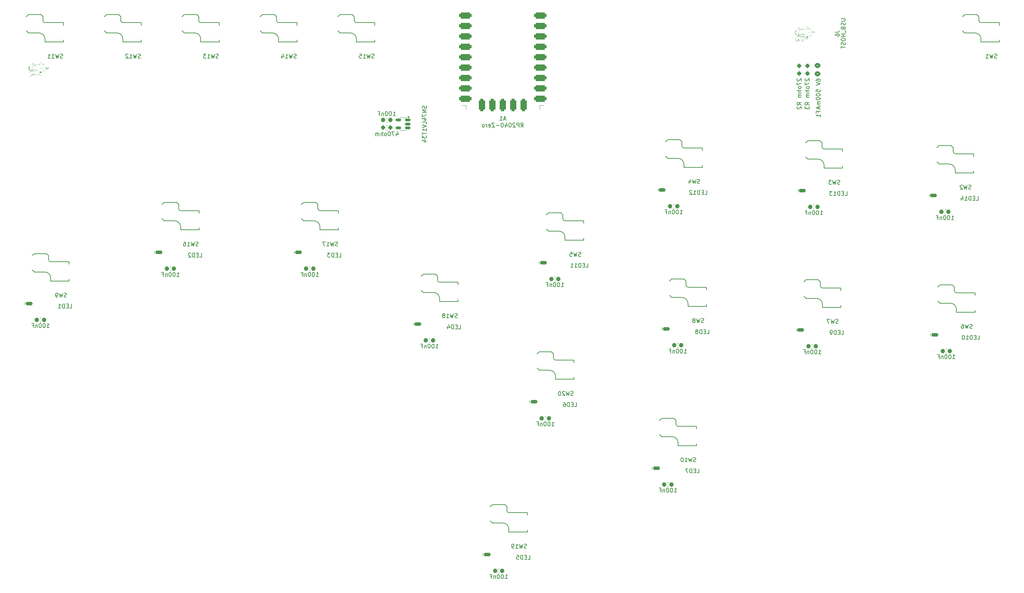
<source format=gbo>
G04 #@! TF.GenerationSoftware,KiCad,Pcbnew,8.0.4*
G04 #@! TF.CreationDate,2024-10-27T13:40:52+07:00*
G04 #@! TF.ProjectId,ShinA4,5368696e-4134-42e6-9b69-6361645f7063,rev?*
G04 #@! TF.SameCoordinates,Original*
G04 #@! TF.FileFunction,Legend,Bot*
G04 #@! TF.FilePolarity,Positive*
%FSLAX46Y46*%
G04 Gerber Fmt 4.6, Leading zero omitted, Abs format (unit mm)*
G04 Created by KiCad (PCBNEW 8.0.4) date 2024-10-27 13:40:52*
%MOMM*%
%LPD*%
G01*
G04 APERTURE LIST*
G04 Aperture macros list*
%AMRoundRect*
0 Rectangle with rounded corners*
0 $1 Rounding radius*
0 $2 $3 $4 $5 $6 $7 $8 $9 X,Y pos of 4 corners*
0 Add a 4 corners polygon primitive as box body*
4,1,4,$2,$3,$4,$5,$6,$7,$8,$9,$2,$3,0*
0 Add four circle primitives for the rounded corners*
1,1,$1+$1,$2,$3*
1,1,$1+$1,$4,$5*
1,1,$1+$1,$6,$7*
1,1,$1+$1,$8,$9*
0 Add four rect primitives between the rounded corners*
20,1,$1+$1,$2,$3,$4,$5,0*
20,1,$1+$1,$4,$5,$6,$7,0*
20,1,$1+$1,$6,$7,$8,$9,0*
20,1,$1+$1,$8,$9,$2,$3,0*%
G04 Aperture macros list end*
%ADD10C,0.150000*%
%ADD11C,0.120000*%
%ADD12C,0.100000*%
%ADD13C,0.000000*%
%ADD14C,1.701800*%
%ADD15C,3.000000*%
%ADD16C,4.900000*%
%ADD17C,0.990600*%
%ADD18R,2.600000X2.600000*%
%ADD19C,1.000000*%
%ADD20C,1.632000*%
%ADD21C,3.520000*%
%ADD22R,1.700000X1.700000*%
%ADD23O,1.700000X1.700000*%
%ADD24RoundRect,0.381000X1.119000X0.381000X-1.119000X0.381000X-1.119000X-0.381000X1.119000X-0.381000X0*%
%ADD25RoundRect,0.381000X0.381000X-1.119000X0.381000X1.119000X-0.381000X1.119000X-0.381000X-1.119000X0*%
%ADD26R,1.700000X0.825000*%
%ADD27RoundRect,0.206250X-0.643750X-0.206250X0.643750X-0.206250X0.643750X0.206250X-0.643750X0.206250X0*%
%ADD28RoundRect,0.237500X0.300000X0.237500X-0.300000X0.237500X-0.300000X-0.237500X0.300000X-0.237500X0*%
%ADD29RoundRect,0.237500X-0.237500X0.250000X-0.237500X-0.250000X0.237500X-0.250000X0.237500X0.250000X0*%
%ADD30RoundRect,0.237500X0.250000X0.237500X-0.250000X0.237500X-0.250000X-0.237500X0.250000X-0.237500X0*%
%ADD31RoundRect,0.150000X0.512500X0.150000X-0.512500X0.150000X-0.512500X-0.150000X0.512500X-0.150000X0*%
%ADD32RoundRect,0.250000X-0.450000X0.325000X-0.450000X-0.325000X0.450000X-0.325000X0.450000X0.325000X0*%
G04 APERTURE END LIST*
D10*
X-50390476Y90092800D02*
X-50533333Y90045180D01*
X-50533333Y90045180D02*
X-50771428Y90045180D01*
X-50771428Y90045180D02*
X-50866666Y90092800D01*
X-50866666Y90092800D02*
X-50914285Y90140419D01*
X-50914285Y90140419D02*
X-50961904Y90235657D01*
X-50961904Y90235657D02*
X-50961904Y90330895D01*
X-50961904Y90330895D02*
X-50914285Y90426133D01*
X-50914285Y90426133D02*
X-50866666Y90473752D01*
X-50866666Y90473752D02*
X-50771428Y90521371D01*
X-50771428Y90521371D02*
X-50580952Y90568990D01*
X-50580952Y90568990D02*
X-50485714Y90616609D01*
X-50485714Y90616609D02*
X-50438095Y90664228D01*
X-50438095Y90664228D02*
X-50390476Y90759466D01*
X-50390476Y90759466D02*
X-50390476Y90854704D01*
X-50390476Y90854704D02*
X-50438095Y90949942D01*
X-50438095Y90949942D02*
X-50485714Y90997561D01*
X-50485714Y90997561D02*
X-50580952Y91045180D01*
X-50580952Y91045180D02*
X-50819047Y91045180D01*
X-50819047Y91045180D02*
X-50961904Y90997561D01*
X-51295238Y91045180D02*
X-51533333Y90045180D01*
X-51533333Y90045180D02*
X-51723809Y90759466D01*
X-51723809Y90759466D02*
X-51914285Y90045180D01*
X-51914285Y90045180D02*
X-52152381Y91045180D01*
X-53057142Y90045180D02*
X-52485714Y90045180D01*
X-52771428Y90045180D02*
X-52771428Y91045180D01*
X-52771428Y91045180D02*
X-52676190Y90902323D01*
X-52676190Y90902323D02*
X-52580952Y90807085D01*
X-52580952Y90807085D02*
X-52485714Y90759466D01*
X-53914285Y90711847D02*
X-53914285Y90045180D01*
X-53676190Y91092800D02*
X-53438095Y90378514D01*
X-53438095Y90378514D02*
X-54057142Y90378514D01*
X-106466667Y31692800D02*
X-106609524Y31645180D01*
X-106609524Y31645180D02*
X-106847619Y31645180D01*
X-106847619Y31645180D02*
X-106942857Y31692800D01*
X-106942857Y31692800D02*
X-106990476Y31740419D01*
X-106990476Y31740419D02*
X-107038095Y31835657D01*
X-107038095Y31835657D02*
X-107038095Y31930895D01*
X-107038095Y31930895D02*
X-106990476Y32026133D01*
X-106990476Y32026133D02*
X-106942857Y32073752D01*
X-106942857Y32073752D02*
X-106847619Y32121371D01*
X-106847619Y32121371D02*
X-106657143Y32168990D01*
X-106657143Y32168990D02*
X-106561905Y32216609D01*
X-106561905Y32216609D02*
X-106514286Y32264228D01*
X-106514286Y32264228D02*
X-106466667Y32359466D01*
X-106466667Y32359466D02*
X-106466667Y32454704D01*
X-106466667Y32454704D02*
X-106514286Y32549942D01*
X-106514286Y32549942D02*
X-106561905Y32597561D01*
X-106561905Y32597561D02*
X-106657143Y32645180D01*
X-106657143Y32645180D02*
X-106895238Y32645180D01*
X-106895238Y32645180D02*
X-107038095Y32597561D01*
X-107371429Y32645180D02*
X-107609524Y31645180D01*
X-107609524Y31645180D02*
X-107800000Y32359466D01*
X-107800000Y32359466D02*
X-107990476Y31645180D01*
X-107990476Y31645180D02*
X-108228572Y32645180D01*
X-108657143Y31645180D02*
X-108847619Y31645180D01*
X-108847619Y31645180D02*
X-108942857Y31692800D01*
X-108942857Y31692800D02*
X-108990476Y31740419D01*
X-108990476Y31740419D02*
X-109085714Y31883276D01*
X-109085714Y31883276D02*
X-109133333Y32073752D01*
X-109133333Y32073752D02*
X-109133333Y32454704D01*
X-109133333Y32454704D02*
X-109085714Y32549942D01*
X-109085714Y32549942D02*
X-109038095Y32597561D01*
X-109038095Y32597561D02*
X-108942857Y32645180D01*
X-108942857Y32645180D02*
X-108752381Y32645180D01*
X-108752381Y32645180D02*
X-108657143Y32597561D01*
X-108657143Y32597561D02*
X-108609524Y32549942D01*
X-108609524Y32549942D02*
X-108561905Y32454704D01*
X-108561905Y32454704D02*
X-108561905Y32216609D01*
X-108561905Y32216609D02*
X-108609524Y32121371D01*
X-108609524Y32121371D02*
X-108657143Y32073752D01*
X-108657143Y32073752D02*
X-108752381Y32026133D01*
X-108752381Y32026133D02*
X-108942857Y32026133D01*
X-108942857Y32026133D02*
X-109038095Y32073752D01*
X-109038095Y32073752D02*
X-109085714Y32121371D01*
X-109085714Y32121371D02*
X-109133333Y32216609D01*
X114529332Y24066800D02*
X114386475Y24019180D01*
X114386475Y24019180D02*
X114148380Y24019180D01*
X114148380Y24019180D02*
X114053142Y24066800D01*
X114053142Y24066800D02*
X114005523Y24114419D01*
X114005523Y24114419D02*
X113957904Y24209657D01*
X113957904Y24209657D02*
X113957904Y24304895D01*
X113957904Y24304895D02*
X114005523Y24400133D01*
X114005523Y24400133D02*
X114053142Y24447752D01*
X114053142Y24447752D02*
X114148380Y24495371D01*
X114148380Y24495371D02*
X114338856Y24542990D01*
X114338856Y24542990D02*
X114434094Y24590609D01*
X114434094Y24590609D02*
X114481713Y24638228D01*
X114481713Y24638228D02*
X114529332Y24733466D01*
X114529332Y24733466D02*
X114529332Y24828704D01*
X114529332Y24828704D02*
X114481713Y24923942D01*
X114481713Y24923942D02*
X114434094Y24971561D01*
X114434094Y24971561D02*
X114338856Y25019180D01*
X114338856Y25019180D02*
X114100761Y25019180D01*
X114100761Y25019180D02*
X113957904Y24971561D01*
X113624570Y25019180D02*
X113386475Y24019180D01*
X113386475Y24019180D02*
X113195999Y24733466D01*
X113195999Y24733466D02*
X113005523Y24019180D01*
X113005523Y24019180D02*
X112767428Y25019180D01*
X111957904Y25019180D02*
X112148380Y25019180D01*
X112148380Y25019180D02*
X112243618Y24971561D01*
X112243618Y24971561D02*
X112291237Y24923942D01*
X112291237Y24923942D02*
X112386475Y24781085D01*
X112386475Y24781085D02*
X112434094Y24590609D01*
X112434094Y24590609D02*
X112434094Y24209657D01*
X112434094Y24209657D02*
X112386475Y24114419D01*
X112386475Y24114419D02*
X112338856Y24066800D01*
X112338856Y24066800D02*
X112243618Y24019180D01*
X112243618Y24019180D02*
X112053142Y24019180D01*
X112053142Y24019180D02*
X111957904Y24066800D01*
X111957904Y24066800D02*
X111910285Y24114419D01*
X111910285Y24114419D02*
X111862666Y24209657D01*
X111862666Y24209657D02*
X111862666Y24447752D01*
X111862666Y24447752D02*
X111910285Y24542990D01*
X111910285Y24542990D02*
X111957904Y24590609D01*
X111957904Y24590609D02*
X112053142Y24638228D01*
X112053142Y24638228D02*
X112243618Y24638228D01*
X112243618Y24638228D02*
X112338856Y24590609D01*
X112338856Y24590609D02*
X112386475Y24542990D01*
X112386475Y24542990D02*
X112434094Y24447752D01*
X-74290476Y44192800D02*
X-74433333Y44145180D01*
X-74433333Y44145180D02*
X-74671428Y44145180D01*
X-74671428Y44145180D02*
X-74766666Y44192800D01*
X-74766666Y44192800D02*
X-74814285Y44240419D01*
X-74814285Y44240419D02*
X-74861904Y44335657D01*
X-74861904Y44335657D02*
X-74861904Y44430895D01*
X-74861904Y44430895D02*
X-74814285Y44526133D01*
X-74814285Y44526133D02*
X-74766666Y44573752D01*
X-74766666Y44573752D02*
X-74671428Y44621371D01*
X-74671428Y44621371D02*
X-74480952Y44668990D01*
X-74480952Y44668990D02*
X-74385714Y44716609D01*
X-74385714Y44716609D02*
X-74338095Y44764228D01*
X-74338095Y44764228D02*
X-74290476Y44859466D01*
X-74290476Y44859466D02*
X-74290476Y44954704D01*
X-74290476Y44954704D02*
X-74338095Y45049942D01*
X-74338095Y45049942D02*
X-74385714Y45097561D01*
X-74385714Y45097561D02*
X-74480952Y45145180D01*
X-74480952Y45145180D02*
X-74719047Y45145180D01*
X-74719047Y45145180D02*
X-74861904Y45097561D01*
X-75195238Y45145180D02*
X-75433333Y44145180D01*
X-75433333Y44145180D02*
X-75623809Y44859466D01*
X-75623809Y44859466D02*
X-75814285Y44145180D01*
X-75814285Y44145180D02*
X-76052381Y45145180D01*
X-76957142Y44145180D02*
X-76385714Y44145180D01*
X-76671428Y44145180D02*
X-76671428Y45145180D01*
X-76671428Y45145180D02*
X-76576190Y45002323D01*
X-76576190Y45002323D02*
X-76480952Y44907085D01*
X-76480952Y44907085D02*
X-76385714Y44859466D01*
X-77814285Y45145180D02*
X-77623809Y45145180D01*
X-77623809Y45145180D02*
X-77528571Y45097561D01*
X-77528571Y45097561D02*
X-77480952Y45049942D01*
X-77480952Y45049942D02*
X-77385714Y44907085D01*
X-77385714Y44907085D02*
X-77338095Y44716609D01*
X-77338095Y44716609D02*
X-77338095Y44335657D01*
X-77338095Y44335657D02*
X-77385714Y44240419D01*
X-77385714Y44240419D02*
X-77433333Y44192800D01*
X-77433333Y44192800D02*
X-77528571Y44145180D01*
X-77528571Y44145180D02*
X-77719047Y44145180D01*
X-77719047Y44145180D02*
X-77814285Y44192800D01*
X-77814285Y44192800D02*
X-77861904Y44240419D01*
X-77861904Y44240419D02*
X-77909523Y44335657D01*
X-77909523Y44335657D02*
X-77909523Y44573752D01*
X-77909523Y44573752D02*
X-77861904Y44668990D01*
X-77861904Y44668990D02*
X-77814285Y44716609D01*
X-77814285Y44716609D02*
X-77719047Y44764228D01*
X-77719047Y44764228D02*
X-77528571Y44764228D01*
X-77528571Y44764228D02*
X-77433333Y44716609D01*
X-77433333Y44716609D02*
X-77385714Y44668990D01*
X-77385714Y44668990D02*
X-77338095Y44573752D01*
X5793523Y-29623200D02*
X5650666Y-29670819D01*
X5650666Y-29670819D02*
X5412571Y-29670819D01*
X5412571Y-29670819D02*
X5317333Y-29623200D01*
X5317333Y-29623200D02*
X5269714Y-29575580D01*
X5269714Y-29575580D02*
X5222095Y-29480342D01*
X5222095Y-29480342D02*
X5222095Y-29385104D01*
X5222095Y-29385104D02*
X5269714Y-29289866D01*
X5269714Y-29289866D02*
X5317333Y-29242247D01*
X5317333Y-29242247D02*
X5412571Y-29194628D01*
X5412571Y-29194628D02*
X5603047Y-29147009D01*
X5603047Y-29147009D02*
X5698285Y-29099390D01*
X5698285Y-29099390D02*
X5745904Y-29051771D01*
X5745904Y-29051771D02*
X5793523Y-28956533D01*
X5793523Y-28956533D02*
X5793523Y-28861295D01*
X5793523Y-28861295D02*
X5745904Y-28766057D01*
X5745904Y-28766057D02*
X5698285Y-28718438D01*
X5698285Y-28718438D02*
X5603047Y-28670819D01*
X5603047Y-28670819D02*
X5364952Y-28670819D01*
X5364952Y-28670819D02*
X5222095Y-28718438D01*
X4888761Y-28670819D02*
X4650666Y-29670819D01*
X4650666Y-29670819D02*
X4460190Y-28956533D01*
X4460190Y-28956533D02*
X4269714Y-29670819D01*
X4269714Y-29670819D02*
X4031619Y-28670819D01*
X3126857Y-29670819D02*
X3698285Y-29670819D01*
X3412571Y-29670819D02*
X3412571Y-28670819D01*
X3412571Y-28670819D02*
X3507809Y-28813676D01*
X3507809Y-28813676D02*
X3603047Y-28908914D01*
X3603047Y-28908914D02*
X3698285Y-28956533D01*
X2650666Y-29670819D02*
X2460190Y-29670819D01*
X2460190Y-29670819D02*
X2364952Y-29623200D01*
X2364952Y-29623200D02*
X2317333Y-29575580D01*
X2317333Y-29575580D02*
X2222095Y-29432723D01*
X2222095Y-29432723D02*
X2174476Y-29242247D01*
X2174476Y-29242247D02*
X2174476Y-28861295D01*
X2174476Y-28861295D02*
X2222095Y-28766057D01*
X2222095Y-28766057D02*
X2269714Y-28718438D01*
X2269714Y-28718438D02*
X2364952Y-28670819D01*
X2364952Y-28670819D02*
X2555428Y-28670819D01*
X2555428Y-28670819D02*
X2650666Y-28718438D01*
X2650666Y-28718438D02*
X2698285Y-28766057D01*
X2698285Y-28766057D02*
X2745904Y-28861295D01*
X2745904Y-28861295D02*
X2745904Y-29099390D01*
X2745904Y-29099390D02*
X2698285Y-29194628D01*
X2698285Y-29194628D02*
X2650666Y-29242247D01*
X2650666Y-29242247D02*
X2555428Y-29289866D01*
X2555428Y-29289866D02*
X2364952Y-29289866D01*
X2364952Y-29289866D02*
X2269714Y-29242247D01*
X2269714Y-29242247D02*
X2222095Y-29194628D01*
X2222095Y-29194628D02*
X2174476Y-29099390D01*
X17198523Y7674800D02*
X17055666Y7627180D01*
X17055666Y7627180D02*
X16817571Y7627180D01*
X16817571Y7627180D02*
X16722333Y7674800D01*
X16722333Y7674800D02*
X16674714Y7722419D01*
X16674714Y7722419D02*
X16627095Y7817657D01*
X16627095Y7817657D02*
X16627095Y7912895D01*
X16627095Y7912895D02*
X16674714Y8008133D01*
X16674714Y8008133D02*
X16722333Y8055752D01*
X16722333Y8055752D02*
X16817571Y8103371D01*
X16817571Y8103371D02*
X17008047Y8150990D01*
X17008047Y8150990D02*
X17103285Y8198609D01*
X17103285Y8198609D02*
X17150904Y8246228D01*
X17150904Y8246228D02*
X17198523Y8341466D01*
X17198523Y8341466D02*
X17198523Y8436704D01*
X17198523Y8436704D02*
X17150904Y8531942D01*
X17150904Y8531942D02*
X17103285Y8579561D01*
X17103285Y8579561D02*
X17008047Y8627180D01*
X17008047Y8627180D02*
X16769952Y8627180D01*
X16769952Y8627180D02*
X16627095Y8579561D01*
X16293761Y8627180D02*
X16055666Y7627180D01*
X16055666Y7627180D02*
X15865190Y8341466D01*
X15865190Y8341466D02*
X15674714Y7627180D01*
X15674714Y7627180D02*
X15436619Y8627180D01*
X15103285Y8531942D02*
X15055666Y8579561D01*
X15055666Y8579561D02*
X14960428Y8627180D01*
X14960428Y8627180D02*
X14722333Y8627180D01*
X14722333Y8627180D02*
X14627095Y8579561D01*
X14627095Y8579561D02*
X14579476Y8531942D01*
X14579476Y8531942D02*
X14531857Y8436704D01*
X14531857Y8436704D02*
X14531857Y8341466D01*
X14531857Y8341466D02*
X14579476Y8198609D01*
X14579476Y8198609D02*
X15150904Y7627180D01*
X15150904Y7627180D02*
X14531857Y7627180D01*
X13912809Y8627180D02*
X13817571Y8627180D01*
X13817571Y8627180D02*
X13722333Y8579561D01*
X13722333Y8579561D02*
X13674714Y8531942D01*
X13674714Y8531942D02*
X13627095Y8436704D01*
X13627095Y8436704D02*
X13579476Y8246228D01*
X13579476Y8246228D02*
X13579476Y8008133D01*
X13579476Y8008133D02*
X13627095Y7817657D01*
X13627095Y7817657D02*
X13674714Y7722419D01*
X13674714Y7722419D02*
X13722333Y7674800D01*
X13722333Y7674800D02*
X13817571Y7627180D01*
X13817571Y7627180D02*
X13912809Y7627180D01*
X13912809Y7627180D02*
X14008047Y7674800D01*
X14008047Y7674800D02*
X14055666Y7722419D01*
X14055666Y7722419D02*
X14103285Y7817657D01*
X14103285Y7817657D02*
X14150904Y8008133D01*
X14150904Y8008133D02*
X14150904Y8246228D01*
X14150904Y8246228D02*
X14103285Y8436704D01*
X14103285Y8436704D02*
X14055666Y8531942D01*
X14055666Y8531942D02*
X14008047Y8579561D01*
X14008047Y8579561D02*
X13912809Y8627180D01*
X47088523Y-8529200D02*
X46945666Y-8576819D01*
X46945666Y-8576819D02*
X46707571Y-8576819D01*
X46707571Y-8576819D02*
X46612333Y-8529200D01*
X46612333Y-8529200D02*
X46564714Y-8481580D01*
X46564714Y-8481580D02*
X46517095Y-8386342D01*
X46517095Y-8386342D02*
X46517095Y-8291104D01*
X46517095Y-8291104D02*
X46564714Y-8195866D01*
X46564714Y-8195866D02*
X46612333Y-8148247D01*
X46612333Y-8148247D02*
X46707571Y-8100628D01*
X46707571Y-8100628D02*
X46898047Y-8053009D01*
X46898047Y-8053009D02*
X46993285Y-8005390D01*
X46993285Y-8005390D02*
X47040904Y-7957771D01*
X47040904Y-7957771D02*
X47088523Y-7862533D01*
X47088523Y-7862533D02*
X47088523Y-7767295D01*
X47088523Y-7767295D02*
X47040904Y-7672057D01*
X47040904Y-7672057D02*
X46993285Y-7624438D01*
X46993285Y-7624438D02*
X46898047Y-7576819D01*
X46898047Y-7576819D02*
X46659952Y-7576819D01*
X46659952Y-7576819D02*
X46517095Y-7624438D01*
X46183761Y-7576819D02*
X45945666Y-8576819D01*
X45945666Y-8576819D02*
X45755190Y-7862533D01*
X45755190Y-7862533D02*
X45564714Y-8576819D01*
X45564714Y-8576819D02*
X45326619Y-7576819D01*
X44421857Y-8576819D02*
X44993285Y-8576819D01*
X44707571Y-8576819D02*
X44707571Y-7576819D01*
X44707571Y-7576819D02*
X44802809Y-7719676D01*
X44802809Y-7719676D02*
X44898047Y-7814914D01*
X44898047Y-7814914D02*
X44993285Y-7862533D01*
X43802809Y-7576819D02*
X43707571Y-7576819D01*
X43707571Y-7576819D02*
X43612333Y-7624438D01*
X43612333Y-7624438D02*
X43564714Y-7672057D01*
X43564714Y-7672057D02*
X43517095Y-7767295D01*
X43517095Y-7767295D02*
X43469476Y-7957771D01*
X43469476Y-7957771D02*
X43469476Y-8195866D01*
X43469476Y-8195866D02*
X43517095Y-8386342D01*
X43517095Y-8386342D02*
X43564714Y-8481580D01*
X43564714Y-8481580D02*
X43612333Y-8529200D01*
X43612333Y-8529200D02*
X43707571Y-8576819D01*
X43707571Y-8576819D02*
X43802809Y-8576819D01*
X43802809Y-8576819D02*
X43898047Y-8529200D01*
X43898047Y-8529200D02*
X43945666Y-8481580D01*
X43945666Y-8481580D02*
X43993285Y-8386342D01*
X43993285Y-8386342D02*
X44040904Y-8195866D01*
X44040904Y-8195866D02*
X44040904Y-7957771D01*
X44040904Y-7957771D02*
X43993285Y-7767295D01*
X43993285Y-7767295D02*
X43945666Y-7672057D01*
X43945666Y-7672057D02*
X43898047Y-7624438D01*
X43898047Y-7624438D02*
X43802809Y-7576819D01*
X81824332Y25266800D02*
X81681475Y25219180D01*
X81681475Y25219180D02*
X81443380Y25219180D01*
X81443380Y25219180D02*
X81348142Y25266800D01*
X81348142Y25266800D02*
X81300523Y25314419D01*
X81300523Y25314419D02*
X81252904Y25409657D01*
X81252904Y25409657D02*
X81252904Y25504895D01*
X81252904Y25504895D02*
X81300523Y25600133D01*
X81300523Y25600133D02*
X81348142Y25647752D01*
X81348142Y25647752D02*
X81443380Y25695371D01*
X81443380Y25695371D02*
X81633856Y25742990D01*
X81633856Y25742990D02*
X81729094Y25790609D01*
X81729094Y25790609D02*
X81776713Y25838228D01*
X81776713Y25838228D02*
X81824332Y25933466D01*
X81824332Y25933466D02*
X81824332Y26028704D01*
X81824332Y26028704D02*
X81776713Y26123942D01*
X81776713Y26123942D02*
X81729094Y26171561D01*
X81729094Y26171561D02*
X81633856Y26219180D01*
X81633856Y26219180D02*
X81395761Y26219180D01*
X81395761Y26219180D02*
X81252904Y26171561D01*
X80919570Y26219180D02*
X80681475Y25219180D01*
X80681475Y25219180D02*
X80490999Y25933466D01*
X80490999Y25933466D02*
X80300523Y25219180D01*
X80300523Y25219180D02*
X80062428Y26219180D01*
X79776713Y26219180D02*
X79110047Y26219180D01*
X79110047Y26219180D02*
X79538618Y25219180D01*
X81124819Y96393333D02*
X81839104Y96393333D01*
X81839104Y96393333D02*
X81981961Y96440952D01*
X81981961Y96440952D02*
X82077200Y96536190D01*
X82077200Y96536190D02*
X82124819Y96679047D01*
X82124819Y96679047D02*
X82124819Y96774285D01*
X81124819Y95488571D02*
X81124819Y95679047D01*
X81124819Y95679047D02*
X81172438Y95774285D01*
X81172438Y95774285D02*
X81220057Y95821904D01*
X81220057Y95821904D02*
X81362914Y95917142D01*
X81362914Y95917142D02*
X81553390Y95964761D01*
X81553390Y95964761D02*
X81934342Y95964761D01*
X81934342Y95964761D02*
X82029580Y95917142D01*
X82029580Y95917142D02*
X82077200Y95869523D01*
X82077200Y95869523D02*
X82124819Y95774285D01*
X82124819Y95774285D02*
X82124819Y95583809D01*
X82124819Y95583809D02*
X82077200Y95488571D01*
X82077200Y95488571D02*
X82029580Y95440952D01*
X82029580Y95440952D02*
X81934342Y95393333D01*
X81934342Y95393333D02*
X81696247Y95393333D01*
X81696247Y95393333D02*
X81601009Y95440952D01*
X81601009Y95440952D02*
X81553390Y95488571D01*
X81553390Y95488571D02*
X81505771Y95583809D01*
X81505771Y95583809D02*
X81505771Y95774285D01*
X81505771Y95774285D02*
X81553390Y95869523D01*
X81553390Y95869523D02*
X81601009Y95917142D01*
X81601009Y95917142D02*
X81696247Y95964761D01*
X82574819Y99677618D02*
X83384342Y99677618D01*
X83384342Y99677618D02*
X83479580Y99629999D01*
X83479580Y99629999D02*
X83527200Y99582380D01*
X83527200Y99582380D02*
X83574819Y99487142D01*
X83574819Y99487142D02*
X83574819Y99296666D01*
X83574819Y99296666D02*
X83527200Y99201428D01*
X83527200Y99201428D02*
X83479580Y99153809D01*
X83479580Y99153809D02*
X83384342Y99106190D01*
X83384342Y99106190D02*
X82574819Y99106190D01*
X83527200Y98677618D02*
X83574819Y98534761D01*
X83574819Y98534761D02*
X83574819Y98296666D01*
X83574819Y98296666D02*
X83527200Y98201428D01*
X83527200Y98201428D02*
X83479580Y98153809D01*
X83479580Y98153809D02*
X83384342Y98106190D01*
X83384342Y98106190D02*
X83289104Y98106190D01*
X83289104Y98106190D02*
X83193866Y98153809D01*
X83193866Y98153809D02*
X83146247Y98201428D01*
X83146247Y98201428D02*
X83098628Y98296666D01*
X83098628Y98296666D02*
X83051009Y98487142D01*
X83051009Y98487142D02*
X83003390Y98582380D01*
X83003390Y98582380D02*
X82955771Y98629999D01*
X82955771Y98629999D02*
X82860533Y98677618D01*
X82860533Y98677618D02*
X82765295Y98677618D01*
X82765295Y98677618D02*
X82670057Y98629999D01*
X82670057Y98629999D02*
X82622438Y98582380D01*
X82622438Y98582380D02*
X82574819Y98487142D01*
X82574819Y98487142D02*
X82574819Y98249047D01*
X82574819Y98249047D02*
X82622438Y98106190D01*
X83051009Y97344285D02*
X83098628Y97201428D01*
X83098628Y97201428D02*
X83146247Y97153809D01*
X83146247Y97153809D02*
X83241485Y97106190D01*
X83241485Y97106190D02*
X83384342Y97106190D01*
X83384342Y97106190D02*
X83479580Y97153809D01*
X83479580Y97153809D02*
X83527200Y97201428D01*
X83527200Y97201428D02*
X83574819Y97296666D01*
X83574819Y97296666D02*
X83574819Y97677618D01*
X83574819Y97677618D02*
X82574819Y97677618D01*
X82574819Y97677618D02*
X82574819Y97344285D01*
X82574819Y97344285D02*
X82622438Y97249047D01*
X82622438Y97249047D02*
X82670057Y97201428D01*
X82670057Y97201428D02*
X82765295Y97153809D01*
X82765295Y97153809D02*
X82860533Y97153809D01*
X82860533Y97153809D02*
X82955771Y97201428D01*
X82955771Y97201428D02*
X83003390Y97249047D01*
X83003390Y97249047D02*
X83051009Y97344285D01*
X83051009Y97344285D02*
X83051009Y97677618D01*
X83670057Y96915714D02*
X83670057Y96153809D01*
X83574819Y95915713D02*
X82574819Y95915713D01*
X83051009Y95915713D02*
X83051009Y95344285D01*
X83574819Y95344285D02*
X82574819Y95344285D01*
X82574819Y94677618D02*
X82574819Y94487142D01*
X82574819Y94487142D02*
X82622438Y94391904D01*
X82622438Y94391904D02*
X82717676Y94296666D01*
X82717676Y94296666D02*
X82908152Y94249047D01*
X82908152Y94249047D02*
X83241485Y94249047D01*
X83241485Y94249047D02*
X83431961Y94296666D01*
X83431961Y94296666D02*
X83527200Y94391904D01*
X83527200Y94391904D02*
X83574819Y94487142D01*
X83574819Y94487142D02*
X83574819Y94677618D01*
X83574819Y94677618D02*
X83527200Y94772856D01*
X83527200Y94772856D02*
X83431961Y94868094D01*
X83431961Y94868094D02*
X83241485Y94915713D01*
X83241485Y94915713D02*
X82908152Y94915713D01*
X82908152Y94915713D02*
X82717676Y94868094D01*
X82717676Y94868094D02*
X82622438Y94772856D01*
X82622438Y94772856D02*
X82574819Y94677618D01*
X83527200Y93868094D02*
X83574819Y93725237D01*
X83574819Y93725237D02*
X83574819Y93487142D01*
X83574819Y93487142D02*
X83527200Y93391904D01*
X83527200Y93391904D02*
X83479580Y93344285D01*
X83479580Y93344285D02*
X83384342Y93296666D01*
X83384342Y93296666D02*
X83289104Y93296666D01*
X83289104Y93296666D02*
X83193866Y93344285D01*
X83193866Y93344285D02*
X83146247Y93391904D01*
X83146247Y93391904D02*
X83098628Y93487142D01*
X83098628Y93487142D02*
X83051009Y93677618D01*
X83051009Y93677618D02*
X83003390Y93772856D01*
X83003390Y93772856D02*
X82955771Y93820475D01*
X82955771Y93820475D02*
X82860533Y93868094D01*
X82860533Y93868094D02*
X82765295Y93868094D01*
X82765295Y93868094D02*
X82670057Y93820475D01*
X82670057Y93820475D02*
X82622438Y93772856D01*
X82622438Y93772856D02*
X82574819Y93677618D01*
X82574819Y93677618D02*
X82574819Y93439523D01*
X82574819Y93439523D02*
X82622438Y93296666D01*
X82574819Y93010951D02*
X82574819Y92439523D01*
X83574819Y92725237D02*
X82574819Y92725237D01*
X-69390476Y90092800D02*
X-69533333Y90045180D01*
X-69533333Y90045180D02*
X-69771428Y90045180D01*
X-69771428Y90045180D02*
X-69866666Y90092800D01*
X-69866666Y90092800D02*
X-69914285Y90140419D01*
X-69914285Y90140419D02*
X-69961904Y90235657D01*
X-69961904Y90235657D02*
X-69961904Y90330895D01*
X-69961904Y90330895D02*
X-69914285Y90426133D01*
X-69914285Y90426133D02*
X-69866666Y90473752D01*
X-69866666Y90473752D02*
X-69771428Y90521371D01*
X-69771428Y90521371D02*
X-69580952Y90568990D01*
X-69580952Y90568990D02*
X-69485714Y90616609D01*
X-69485714Y90616609D02*
X-69438095Y90664228D01*
X-69438095Y90664228D02*
X-69390476Y90759466D01*
X-69390476Y90759466D02*
X-69390476Y90854704D01*
X-69390476Y90854704D02*
X-69438095Y90949942D01*
X-69438095Y90949942D02*
X-69485714Y90997561D01*
X-69485714Y90997561D02*
X-69580952Y91045180D01*
X-69580952Y91045180D02*
X-69819047Y91045180D01*
X-69819047Y91045180D02*
X-69961904Y90997561D01*
X-70295238Y91045180D02*
X-70533333Y90045180D01*
X-70533333Y90045180D02*
X-70723809Y90759466D01*
X-70723809Y90759466D02*
X-70914285Y90045180D01*
X-70914285Y90045180D02*
X-71152381Y91045180D01*
X-72057142Y90045180D02*
X-71485714Y90045180D01*
X-71771428Y90045180D02*
X-71771428Y91045180D01*
X-71771428Y91045180D02*
X-71676190Y90902323D01*
X-71676190Y90902323D02*
X-71580952Y90807085D01*
X-71580952Y90807085D02*
X-71485714Y90759466D01*
X-72390476Y91045180D02*
X-73009523Y91045180D01*
X-73009523Y91045180D02*
X-72676190Y90664228D01*
X-72676190Y90664228D02*
X-72819047Y90664228D01*
X-72819047Y90664228D02*
X-72914285Y90616609D01*
X-72914285Y90616609D02*
X-72961904Y90568990D01*
X-72961904Y90568990D02*
X-73009523Y90473752D01*
X-73009523Y90473752D02*
X-73009523Y90235657D01*
X-73009523Y90235657D02*
X-72961904Y90140419D01*
X-72961904Y90140419D02*
X-72914285Y90092800D01*
X-72914285Y90092800D02*
X-72819047Y90045180D01*
X-72819047Y90045180D02*
X-72533333Y90045180D01*
X-72533333Y90045180D02*
X-72438095Y90092800D01*
X-72438095Y90092800D02*
X-72390476Y90140419D01*
X19027332Y41674800D02*
X18884475Y41627180D01*
X18884475Y41627180D02*
X18646380Y41627180D01*
X18646380Y41627180D02*
X18551142Y41674800D01*
X18551142Y41674800D02*
X18503523Y41722419D01*
X18503523Y41722419D02*
X18455904Y41817657D01*
X18455904Y41817657D02*
X18455904Y41912895D01*
X18455904Y41912895D02*
X18503523Y42008133D01*
X18503523Y42008133D02*
X18551142Y42055752D01*
X18551142Y42055752D02*
X18646380Y42103371D01*
X18646380Y42103371D02*
X18836856Y42150990D01*
X18836856Y42150990D02*
X18932094Y42198609D01*
X18932094Y42198609D02*
X18979713Y42246228D01*
X18979713Y42246228D02*
X19027332Y42341466D01*
X19027332Y42341466D02*
X19027332Y42436704D01*
X19027332Y42436704D02*
X18979713Y42531942D01*
X18979713Y42531942D02*
X18932094Y42579561D01*
X18932094Y42579561D02*
X18836856Y42627180D01*
X18836856Y42627180D02*
X18598761Y42627180D01*
X18598761Y42627180D02*
X18455904Y42579561D01*
X18122570Y42627180D02*
X17884475Y41627180D01*
X17884475Y41627180D02*
X17693999Y42341466D01*
X17693999Y42341466D02*
X17503523Y41627180D01*
X17503523Y41627180D02*
X17265428Y42627180D01*
X16408285Y42627180D02*
X16884475Y42627180D01*
X16884475Y42627180D02*
X16932094Y42150990D01*
X16932094Y42150990D02*
X16884475Y42198609D01*
X16884475Y42198609D02*
X16789237Y42246228D01*
X16789237Y42246228D02*
X16551142Y42246228D01*
X16551142Y42246228D02*
X16455904Y42198609D01*
X16455904Y42198609D02*
X16408285Y42150990D01*
X16408285Y42150990D02*
X16360666Y42055752D01*
X16360666Y42055752D02*
X16360666Y41817657D01*
X16360666Y41817657D02*
X16408285Y41722419D01*
X16408285Y41722419D02*
X16455904Y41674800D01*
X16455904Y41674800D02*
X16551142Y41627180D01*
X16551142Y41627180D02*
X16789237Y41627180D01*
X16789237Y41627180D02*
X16884475Y41674800D01*
X16884475Y41674800D02*
X16932094Y41722419D01*
X120533332Y90092800D02*
X120390475Y90045180D01*
X120390475Y90045180D02*
X120152380Y90045180D01*
X120152380Y90045180D02*
X120057142Y90092800D01*
X120057142Y90092800D02*
X120009523Y90140419D01*
X120009523Y90140419D02*
X119961904Y90235657D01*
X119961904Y90235657D02*
X119961904Y90330895D01*
X119961904Y90330895D02*
X120009523Y90426133D01*
X120009523Y90426133D02*
X120057142Y90473752D01*
X120057142Y90473752D02*
X120152380Y90521371D01*
X120152380Y90521371D02*
X120342856Y90568990D01*
X120342856Y90568990D02*
X120438094Y90616609D01*
X120438094Y90616609D02*
X120485713Y90664228D01*
X120485713Y90664228D02*
X120533332Y90759466D01*
X120533332Y90759466D02*
X120533332Y90854704D01*
X120533332Y90854704D02*
X120485713Y90949942D01*
X120485713Y90949942D02*
X120438094Y90997561D01*
X120438094Y90997561D02*
X120342856Y91045180D01*
X120342856Y91045180D02*
X120104761Y91045180D01*
X120104761Y91045180D02*
X119961904Y90997561D01*
X119628570Y91045180D02*
X119390475Y90045180D01*
X119390475Y90045180D02*
X119199999Y90759466D01*
X119199999Y90759466D02*
X119009523Y90045180D01*
X119009523Y90045180D02*
X118771428Y91045180D01*
X117866666Y90045180D02*
X118438094Y90045180D01*
X118152380Y90045180D02*
X118152380Y91045180D01*
X118152380Y91045180D02*
X118247618Y90902323D01*
X118247618Y90902323D02*
X118342856Y90807085D01*
X118342856Y90807085D02*
X118438094Y90759466D01*
X-40290476Y44192800D02*
X-40433333Y44145180D01*
X-40433333Y44145180D02*
X-40671428Y44145180D01*
X-40671428Y44145180D02*
X-40766666Y44192800D01*
X-40766666Y44192800D02*
X-40814285Y44240419D01*
X-40814285Y44240419D02*
X-40861904Y44335657D01*
X-40861904Y44335657D02*
X-40861904Y44430895D01*
X-40861904Y44430895D02*
X-40814285Y44526133D01*
X-40814285Y44526133D02*
X-40766666Y44573752D01*
X-40766666Y44573752D02*
X-40671428Y44621371D01*
X-40671428Y44621371D02*
X-40480952Y44668990D01*
X-40480952Y44668990D02*
X-40385714Y44716609D01*
X-40385714Y44716609D02*
X-40338095Y44764228D01*
X-40338095Y44764228D02*
X-40290476Y44859466D01*
X-40290476Y44859466D02*
X-40290476Y44954704D01*
X-40290476Y44954704D02*
X-40338095Y45049942D01*
X-40338095Y45049942D02*
X-40385714Y45097561D01*
X-40385714Y45097561D02*
X-40480952Y45145180D01*
X-40480952Y45145180D02*
X-40719047Y45145180D01*
X-40719047Y45145180D02*
X-40861904Y45097561D01*
X-41195238Y45145180D02*
X-41433333Y44145180D01*
X-41433333Y44145180D02*
X-41623809Y44859466D01*
X-41623809Y44859466D02*
X-41814285Y44145180D01*
X-41814285Y44145180D02*
X-42052381Y45145180D01*
X-42957142Y44145180D02*
X-42385714Y44145180D01*
X-42671428Y44145180D02*
X-42671428Y45145180D01*
X-42671428Y45145180D02*
X-42576190Y45002323D01*
X-42576190Y45002323D02*
X-42480952Y44907085D01*
X-42480952Y44907085D02*
X-42385714Y44859466D01*
X-43290476Y45145180D02*
X-43957142Y45145180D01*
X-43957142Y45145180D02*
X-43528571Y44145180D01*
X48029332Y59470800D02*
X47886475Y59423180D01*
X47886475Y59423180D02*
X47648380Y59423180D01*
X47648380Y59423180D02*
X47553142Y59470800D01*
X47553142Y59470800D02*
X47505523Y59518419D01*
X47505523Y59518419D02*
X47457904Y59613657D01*
X47457904Y59613657D02*
X47457904Y59708895D01*
X47457904Y59708895D02*
X47505523Y59804133D01*
X47505523Y59804133D02*
X47553142Y59851752D01*
X47553142Y59851752D02*
X47648380Y59899371D01*
X47648380Y59899371D02*
X47838856Y59946990D01*
X47838856Y59946990D02*
X47934094Y59994609D01*
X47934094Y59994609D02*
X47981713Y60042228D01*
X47981713Y60042228D02*
X48029332Y60137466D01*
X48029332Y60137466D02*
X48029332Y60232704D01*
X48029332Y60232704D02*
X47981713Y60327942D01*
X47981713Y60327942D02*
X47934094Y60375561D01*
X47934094Y60375561D02*
X47838856Y60423180D01*
X47838856Y60423180D02*
X47600761Y60423180D01*
X47600761Y60423180D02*
X47457904Y60375561D01*
X47124570Y60423180D02*
X46886475Y59423180D01*
X46886475Y59423180D02*
X46695999Y60137466D01*
X46695999Y60137466D02*
X46505523Y59423180D01*
X46505523Y59423180D02*
X46267428Y60423180D01*
X45457904Y60089847D02*
X45457904Y59423180D01*
X45695999Y60470800D02*
X45934094Y59756514D01*
X45934094Y59756514D02*
X45315047Y59756514D01*
X-31390476Y90092800D02*
X-31533333Y90045180D01*
X-31533333Y90045180D02*
X-31771428Y90045180D01*
X-31771428Y90045180D02*
X-31866666Y90092800D01*
X-31866666Y90092800D02*
X-31914285Y90140419D01*
X-31914285Y90140419D02*
X-31961904Y90235657D01*
X-31961904Y90235657D02*
X-31961904Y90330895D01*
X-31961904Y90330895D02*
X-31914285Y90426133D01*
X-31914285Y90426133D02*
X-31866666Y90473752D01*
X-31866666Y90473752D02*
X-31771428Y90521371D01*
X-31771428Y90521371D02*
X-31580952Y90568990D01*
X-31580952Y90568990D02*
X-31485714Y90616609D01*
X-31485714Y90616609D02*
X-31438095Y90664228D01*
X-31438095Y90664228D02*
X-31390476Y90759466D01*
X-31390476Y90759466D02*
X-31390476Y90854704D01*
X-31390476Y90854704D02*
X-31438095Y90949942D01*
X-31438095Y90949942D02*
X-31485714Y90997561D01*
X-31485714Y90997561D02*
X-31580952Y91045180D01*
X-31580952Y91045180D02*
X-31819047Y91045180D01*
X-31819047Y91045180D02*
X-31961904Y90997561D01*
X-32295238Y91045180D02*
X-32533333Y90045180D01*
X-32533333Y90045180D02*
X-32723809Y90759466D01*
X-32723809Y90759466D02*
X-32914285Y90045180D01*
X-32914285Y90045180D02*
X-33152381Y91045180D01*
X-34057142Y90045180D02*
X-33485714Y90045180D01*
X-33771428Y90045180D02*
X-33771428Y91045180D01*
X-33771428Y91045180D02*
X-33676190Y90902323D01*
X-33676190Y90902323D02*
X-33580952Y90807085D01*
X-33580952Y90807085D02*
X-33485714Y90759466D01*
X-34961904Y91045180D02*
X-34485714Y91045180D01*
X-34485714Y91045180D02*
X-34438095Y90568990D01*
X-34438095Y90568990D02*
X-34485714Y90616609D01*
X-34485714Y90616609D02*
X-34580952Y90664228D01*
X-34580952Y90664228D02*
X-34819047Y90664228D01*
X-34819047Y90664228D02*
X-34914285Y90616609D01*
X-34914285Y90616609D02*
X-34961904Y90568990D01*
X-34961904Y90568990D02*
X-35009523Y90473752D01*
X-35009523Y90473752D02*
X-35009523Y90235657D01*
X-35009523Y90235657D02*
X-34961904Y90140419D01*
X-34961904Y90140419D02*
X-34914285Y90092800D01*
X-34914285Y90092800D02*
X-34819047Y90045180D01*
X-34819047Y90045180D02*
X-34580952Y90045180D01*
X-34580952Y90045180D02*
X-34485714Y90092800D01*
X-34485714Y90092800D02*
X-34438095Y90140419D01*
X-88390476Y90092800D02*
X-88533333Y90045180D01*
X-88533333Y90045180D02*
X-88771428Y90045180D01*
X-88771428Y90045180D02*
X-88866666Y90092800D01*
X-88866666Y90092800D02*
X-88914285Y90140419D01*
X-88914285Y90140419D02*
X-88961904Y90235657D01*
X-88961904Y90235657D02*
X-88961904Y90330895D01*
X-88961904Y90330895D02*
X-88914285Y90426133D01*
X-88914285Y90426133D02*
X-88866666Y90473752D01*
X-88866666Y90473752D02*
X-88771428Y90521371D01*
X-88771428Y90521371D02*
X-88580952Y90568990D01*
X-88580952Y90568990D02*
X-88485714Y90616609D01*
X-88485714Y90616609D02*
X-88438095Y90664228D01*
X-88438095Y90664228D02*
X-88390476Y90759466D01*
X-88390476Y90759466D02*
X-88390476Y90854704D01*
X-88390476Y90854704D02*
X-88438095Y90949942D01*
X-88438095Y90949942D02*
X-88485714Y90997561D01*
X-88485714Y90997561D02*
X-88580952Y91045180D01*
X-88580952Y91045180D02*
X-88819047Y91045180D01*
X-88819047Y91045180D02*
X-88961904Y90997561D01*
X-89295238Y91045180D02*
X-89533333Y90045180D01*
X-89533333Y90045180D02*
X-89723809Y90759466D01*
X-89723809Y90759466D02*
X-89914285Y90045180D01*
X-89914285Y90045180D02*
X-90152381Y91045180D01*
X-91057142Y90045180D02*
X-90485714Y90045180D01*
X-90771428Y90045180D02*
X-90771428Y91045180D01*
X-90771428Y91045180D02*
X-90676190Y90902323D01*
X-90676190Y90902323D02*
X-90580952Y90807085D01*
X-90580952Y90807085D02*
X-90485714Y90759466D01*
X-91438095Y90949942D02*
X-91485714Y90997561D01*
X-91485714Y90997561D02*
X-91580952Y91045180D01*
X-91580952Y91045180D02*
X-91819047Y91045180D01*
X-91819047Y91045180D02*
X-91914285Y90997561D01*
X-91914285Y90997561D02*
X-91961904Y90949942D01*
X-91961904Y90949942D02*
X-92009523Y90854704D01*
X-92009523Y90854704D02*
X-92009523Y90759466D01*
X-92009523Y90759466D02*
X-91961904Y90616609D01*
X-91961904Y90616609D02*
X-91390476Y90045180D01*
X-91390476Y90045180D02*
X-92009523Y90045180D01*
X82229332Y59266800D02*
X82086475Y59219180D01*
X82086475Y59219180D02*
X81848380Y59219180D01*
X81848380Y59219180D02*
X81753142Y59266800D01*
X81753142Y59266800D02*
X81705523Y59314419D01*
X81705523Y59314419D02*
X81657904Y59409657D01*
X81657904Y59409657D02*
X81657904Y59504895D01*
X81657904Y59504895D02*
X81705523Y59600133D01*
X81705523Y59600133D02*
X81753142Y59647752D01*
X81753142Y59647752D02*
X81848380Y59695371D01*
X81848380Y59695371D02*
X82038856Y59742990D01*
X82038856Y59742990D02*
X82134094Y59790609D01*
X82134094Y59790609D02*
X82181713Y59838228D01*
X82181713Y59838228D02*
X82229332Y59933466D01*
X82229332Y59933466D02*
X82229332Y60028704D01*
X82229332Y60028704D02*
X82181713Y60123942D01*
X82181713Y60123942D02*
X82134094Y60171561D01*
X82134094Y60171561D02*
X82038856Y60219180D01*
X82038856Y60219180D02*
X81800761Y60219180D01*
X81800761Y60219180D02*
X81657904Y60171561D01*
X81324570Y60219180D02*
X81086475Y59219180D01*
X81086475Y59219180D02*
X80895999Y59933466D01*
X80895999Y59933466D02*
X80705523Y59219180D01*
X80705523Y59219180D02*
X80467428Y60219180D01*
X80181713Y60219180D02*
X79562666Y60219180D01*
X79562666Y60219180D02*
X79895999Y59838228D01*
X79895999Y59838228D02*
X79753142Y59838228D01*
X79753142Y59838228D02*
X79657904Y59790609D01*
X79657904Y59790609D02*
X79610285Y59742990D01*
X79610285Y59742990D02*
X79562666Y59647752D01*
X79562666Y59647752D02*
X79562666Y59409657D01*
X79562666Y59409657D02*
X79610285Y59314419D01*
X79610285Y59314419D02*
X79657904Y59266800D01*
X79657904Y59266800D02*
X79753142Y59219180D01*
X79753142Y59219180D02*
X80038856Y59219180D01*
X80038856Y59219180D02*
X80134094Y59266800D01*
X80134094Y59266800D02*
X80181713Y59314419D01*
X49024332Y25470800D02*
X48881475Y25423180D01*
X48881475Y25423180D02*
X48643380Y25423180D01*
X48643380Y25423180D02*
X48548142Y25470800D01*
X48548142Y25470800D02*
X48500523Y25518419D01*
X48500523Y25518419D02*
X48452904Y25613657D01*
X48452904Y25613657D02*
X48452904Y25708895D01*
X48452904Y25708895D02*
X48500523Y25804133D01*
X48500523Y25804133D02*
X48548142Y25851752D01*
X48548142Y25851752D02*
X48643380Y25899371D01*
X48643380Y25899371D02*
X48833856Y25946990D01*
X48833856Y25946990D02*
X48929094Y25994609D01*
X48929094Y25994609D02*
X48976713Y26042228D01*
X48976713Y26042228D02*
X49024332Y26137466D01*
X49024332Y26137466D02*
X49024332Y26232704D01*
X49024332Y26232704D02*
X48976713Y26327942D01*
X48976713Y26327942D02*
X48929094Y26375561D01*
X48929094Y26375561D02*
X48833856Y26423180D01*
X48833856Y26423180D02*
X48595761Y26423180D01*
X48595761Y26423180D02*
X48452904Y26375561D01*
X48119570Y26423180D02*
X47881475Y25423180D01*
X47881475Y25423180D02*
X47690999Y26137466D01*
X47690999Y26137466D02*
X47500523Y25423180D01*
X47500523Y25423180D02*
X47262428Y26423180D01*
X46738618Y25994609D02*
X46833856Y26042228D01*
X46833856Y26042228D02*
X46881475Y26089847D01*
X46881475Y26089847D02*
X46929094Y26185085D01*
X46929094Y26185085D02*
X46929094Y26232704D01*
X46929094Y26232704D02*
X46881475Y26327942D01*
X46881475Y26327942D02*
X46833856Y26375561D01*
X46833856Y26375561D02*
X46738618Y26423180D01*
X46738618Y26423180D02*
X46548142Y26423180D01*
X46548142Y26423180D02*
X46452904Y26375561D01*
X46452904Y26375561D02*
X46405285Y26327942D01*
X46405285Y26327942D02*
X46357666Y26232704D01*
X46357666Y26232704D02*
X46357666Y26185085D01*
X46357666Y26185085D02*
X46405285Y26089847D01*
X46405285Y26089847D02*
X46452904Y26042228D01*
X46452904Y26042228D02*
X46548142Y25994609D01*
X46548142Y25994609D02*
X46738618Y25994609D01*
X46738618Y25994609D02*
X46833856Y25946990D01*
X46833856Y25946990D02*
X46881475Y25899371D01*
X46881475Y25899371D02*
X46929094Y25804133D01*
X46929094Y25804133D02*
X46929094Y25613657D01*
X46929094Y25613657D02*
X46881475Y25518419D01*
X46881475Y25518419D02*
X46833856Y25470800D01*
X46833856Y25470800D02*
X46738618Y25423180D01*
X46738618Y25423180D02*
X46548142Y25423180D01*
X46548142Y25423180D02*
X46452904Y25470800D01*
X46452904Y25470800D02*
X46405285Y25518419D01*
X46405285Y25518419D02*
X46357666Y25613657D01*
X46357666Y25613657D02*
X46357666Y25804133D01*
X46357666Y25804133D02*
X46405285Y25899371D01*
X46405285Y25899371D02*
X46452904Y25946990D01*
X46452904Y25946990D02*
X46548142Y25994609D01*
X714285Y75130895D02*
X238095Y75130895D01*
X809523Y74845180D02*
X476190Y75845180D01*
X476190Y75845180D02*
X142857Y74845180D01*
X-714285Y74845180D02*
X-142857Y74845180D01*
X-428571Y74845180D02*
X-428571Y75845180D01*
X-428571Y75845180D02*
X-333333Y75702323D01*
X-333333Y75702323D02*
X-238095Y75607085D01*
X-238095Y75607085D02*
X-142857Y75559466D01*
X4380952Y73195180D02*
X4714285Y73671371D01*
X4952380Y73195180D02*
X4952380Y74195180D01*
X4952380Y74195180D02*
X4571428Y74195180D01*
X4571428Y74195180D02*
X4476190Y74147561D01*
X4476190Y74147561D02*
X4428571Y74099942D01*
X4428571Y74099942D02*
X4380952Y74004704D01*
X4380952Y74004704D02*
X4380952Y73861847D01*
X4380952Y73861847D02*
X4428571Y73766609D01*
X4428571Y73766609D02*
X4476190Y73718990D01*
X4476190Y73718990D02*
X4571428Y73671371D01*
X4571428Y73671371D02*
X4952380Y73671371D01*
X3952380Y73195180D02*
X3952380Y74195180D01*
X3952380Y74195180D02*
X3571428Y74195180D01*
X3571428Y74195180D02*
X3476190Y74147561D01*
X3476190Y74147561D02*
X3428571Y74099942D01*
X3428571Y74099942D02*
X3380952Y74004704D01*
X3380952Y74004704D02*
X3380952Y73861847D01*
X3380952Y73861847D02*
X3428571Y73766609D01*
X3428571Y73766609D02*
X3476190Y73718990D01*
X3476190Y73718990D02*
X3571428Y73671371D01*
X3571428Y73671371D02*
X3952380Y73671371D01*
X2999999Y74099942D02*
X2952380Y74147561D01*
X2952380Y74147561D02*
X2857142Y74195180D01*
X2857142Y74195180D02*
X2619047Y74195180D01*
X2619047Y74195180D02*
X2523809Y74147561D01*
X2523809Y74147561D02*
X2476190Y74099942D01*
X2476190Y74099942D02*
X2428571Y74004704D01*
X2428571Y74004704D02*
X2428571Y73909466D01*
X2428571Y73909466D02*
X2476190Y73766609D01*
X2476190Y73766609D02*
X3047618Y73195180D01*
X3047618Y73195180D02*
X2428571Y73195180D01*
X1809523Y74195180D02*
X1714285Y74195180D01*
X1714285Y74195180D02*
X1619047Y74147561D01*
X1619047Y74147561D02*
X1571428Y74099942D01*
X1571428Y74099942D02*
X1523809Y74004704D01*
X1523809Y74004704D02*
X1476190Y73814228D01*
X1476190Y73814228D02*
X1476190Y73576133D01*
X1476190Y73576133D02*
X1523809Y73385657D01*
X1523809Y73385657D02*
X1571428Y73290419D01*
X1571428Y73290419D02*
X1619047Y73242800D01*
X1619047Y73242800D02*
X1714285Y73195180D01*
X1714285Y73195180D02*
X1809523Y73195180D01*
X1809523Y73195180D02*
X1904761Y73242800D01*
X1904761Y73242800D02*
X1952380Y73290419D01*
X1952380Y73290419D02*
X1999999Y73385657D01*
X1999999Y73385657D02*
X2047618Y73576133D01*
X2047618Y73576133D02*
X2047618Y73814228D01*
X2047618Y73814228D02*
X1999999Y74004704D01*
X1999999Y74004704D02*
X1952380Y74099942D01*
X1952380Y74099942D02*
X1904761Y74147561D01*
X1904761Y74147561D02*
X1809523Y74195180D01*
X619047Y73861847D02*
X619047Y73195180D01*
X857142Y74242800D02*
X1095237Y73528514D01*
X1095237Y73528514D02*
X476190Y73528514D01*
X-95238Y74195180D02*
X-190476Y74195180D01*
X-190476Y74195180D02*
X-285714Y74147561D01*
X-285714Y74147561D02*
X-333333Y74099942D01*
X-333333Y74099942D02*
X-380952Y74004704D01*
X-380952Y74004704D02*
X-428571Y73814228D01*
X-428571Y73814228D02*
X-428571Y73576133D01*
X-428571Y73576133D02*
X-380952Y73385657D01*
X-380952Y73385657D02*
X-333333Y73290419D01*
X-333333Y73290419D02*
X-285714Y73242800D01*
X-285714Y73242800D02*
X-190476Y73195180D01*
X-190476Y73195180D02*
X-95238Y73195180D01*
X-95238Y73195180D02*
X0Y73242800D01*
X0Y73242800D02*
X47618Y73290419D01*
X47618Y73290419D02*
X95237Y73385657D01*
X95237Y73385657D02*
X142856Y73576133D01*
X142856Y73576133D02*
X142856Y73814228D01*
X142856Y73814228D02*
X95237Y74004704D01*
X95237Y74004704D02*
X47618Y74099942D01*
X47618Y74099942D02*
X0Y74147561D01*
X0Y74147561D02*
X-95238Y74195180D01*
X-857143Y73576133D02*
X-1619048Y73576133D01*
X-2000000Y74195180D02*
X-2666666Y74195180D01*
X-2666666Y74195180D02*
X-2000000Y73195180D01*
X-2000000Y73195180D02*
X-2666666Y73195180D01*
X-3428571Y73242800D02*
X-3333333Y73195180D01*
X-3333333Y73195180D02*
X-3142857Y73195180D01*
X-3142857Y73195180D02*
X-3047619Y73242800D01*
X-3047619Y73242800D02*
X-3000000Y73338038D01*
X-3000000Y73338038D02*
X-3000000Y73718990D01*
X-3000000Y73718990D02*
X-3047619Y73814228D01*
X-3047619Y73814228D02*
X-3142857Y73861847D01*
X-3142857Y73861847D02*
X-3333333Y73861847D01*
X-3333333Y73861847D02*
X-3428571Y73814228D01*
X-3428571Y73814228D02*
X-3476190Y73718990D01*
X-3476190Y73718990D02*
X-3476190Y73623752D01*
X-3476190Y73623752D02*
X-3000000Y73528514D01*
X-3904762Y73195180D02*
X-3904762Y73861847D01*
X-3904762Y73671371D02*
X-3952381Y73766609D01*
X-3952381Y73766609D02*
X-4000000Y73814228D01*
X-4000000Y73814228D02*
X-4095238Y73861847D01*
X-4095238Y73861847D02*
X-4190476Y73861847D01*
X-4666667Y73195180D02*
X-4571429Y73242800D01*
X-4571429Y73242800D02*
X-4523810Y73290419D01*
X-4523810Y73290419D02*
X-4476191Y73385657D01*
X-4476191Y73385657D02*
X-4476191Y73671371D01*
X-4476191Y73671371D02*
X-4523810Y73766609D01*
X-4523810Y73766609D02*
X-4571429Y73814228D01*
X-4571429Y73814228D02*
X-4666667Y73861847D01*
X-4666667Y73861847D02*
X-4809524Y73861847D01*
X-4809524Y73861847D02*
X-4904762Y73814228D01*
X-4904762Y73814228D02*
X-4952381Y73766609D01*
X-4952381Y73766609D02*
X-5000000Y73671371D01*
X-5000000Y73671371D02*
X-5000000Y73385657D01*
X-5000000Y73385657D02*
X-4952381Y73290419D01*
X-4952381Y73290419D02*
X-4904762Y73242800D01*
X-4904762Y73242800D02*
X-4809524Y73195180D01*
X-4809524Y73195180D02*
X-4666667Y73195180D01*
X-11098476Y26678800D02*
X-11241333Y26631180D01*
X-11241333Y26631180D02*
X-11479428Y26631180D01*
X-11479428Y26631180D02*
X-11574666Y26678800D01*
X-11574666Y26678800D02*
X-11622285Y26726419D01*
X-11622285Y26726419D02*
X-11669904Y26821657D01*
X-11669904Y26821657D02*
X-11669904Y26916895D01*
X-11669904Y26916895D02*
X-11622285Y27012133D01*
X-11622285Y27012133D02*
X-11574666Y27059752D01*
X-11574666Y27059752D02*
X-11479428Y27107371D01*
X-11479428Y27107371D02*
X-11288952Y27154990D01*
X-11288952Y27154990D02*
X-11193714Y27202609D01*
X-11193714Y27202609D02*
X-11146095Y27250228D01*
X-11146095Y27250228D02*
X-11098476Y27345466D01*
X-11098476Y27345466D02*
X-11098476Y27440704D01*
X-11098476Y27440704D02*
X-11146095Y27535942D01*
X-11146095Y27535942D02*
X-11193714Y27583561D01*
X-11193714Y27583561D02*
X-11288952Y27631180D01*
X-11288952Y27631180D02*
X-11527047Y27631180D01*
X-11527047Y27631180D02*
X-11669904Y27583561D01*
X-12003238Y27631180D02*
X-12241333Y26631180D01*
X-12241333Y26631180D02*
X-12431809Y27345466D01*
X-12431809Y27345466D02*
X-12622285Y26631180D01*
X-12622285Y26631180D02*
X-12860381Y27631180D01*
X-13765142Y26631180D02*
X-13193714Y26631180D01*
X-13479428Y26631180D02*
X-13479428Y27631180D01*
X-13479428Y27631180D02*
X-13384190Y27488323D01*
X-13384190Y27488323D02*
X-13288952Y27393085D01*
X-13288952Y27393085D02*
X-13193714Y27345466D01*
X-14336571Y27202609D02*
X-14241333Y27250228D01*
X-14241333Y27250228D02*
X-14193714Y27297847D01*
X-14193714Y27297847D02*
X-14146095Y27393085D01*
X-14146095Y27393085D02*
X-14146095Y27440704D01*
X-14146095Y27440704D02*
X-14193714Y27535942D01*
X-14193714Y27535942D02*
X-14241333Y27583561D01*
X-14241333Y27583561D02*
X-14336571Y27631180D01*
X-14336571Y27631180D02*
X-14527047Y27631180D01*
X-14527047Y27631180D02*
X-14622285Y27583561D01*
X-14622285Y27583561D02*
X-14669904Y27535942D01*
X-14669904Y27535942D02*
X-14717523Y27440704D01*
X-14717523Y27440704D02*
X-14717523Y27393085D01*
X-14717523Y27393085D02*
X-14669904Y27297847D01*
X-14669904Y27297847D02*
X-14622285Y27250228D01*
X-14622285Y27250228D02*
X-14527047Y27202609D01*
X-14527047Y27202609D02*
X-14336571Y27202609D01*
X-14336571Y27202609D02*
X-14241333Y27154990D01*
X-14241333Y27154990D02*
X-14193714Y27107371D01*
X-14193714Y27107371D02*
X-14146095Y27012133D01*
X-14146095Y27012133D02*
X-14146095Y26821657D01*
X-14146095Y26821657D02*
X-14193714Y26726419D01*
X-14193714Y26726419D02*
X-14241333Y26678800D01*
X-14241333Y26678800D02*
X-14336571Y26631180D01*
X-14336571Y26631180D02*
X-14527047Y26631180D01*
X-14527047Y26631180D02*
X-14622285Y26678800D01*
X-14622285Y26678800D02*
X-14669904Y26726419D01*
X-14669904Y26726419D02*
X-14717523Y26821657D01*
X-14717523Y26821657D02*
X-14717523Y27012133D01*
X-14717523Y27012133D02*
X-14669904Y27107371D01*
X-14669904Y27107371D02*
X-14622285Y27154990D01*
X-14622285Y27154990D02*
X-14527047Y27202609D01*
X114229332Y58066800D02*
X114086475Y58019180D01*
X114086475Y58019180D02*
X113848380Y58019180D01*
X113848380Y58019180D02*
X113753142Y58066800D01*
X113753142Y58066800D02*
X113705523Y58114419D01*
X113705523Y58114419D02*
X113657904Y58209657D01*
X113657904Y58209657D02*
X113657904Y58304895D01*
X113657904Y58304895D02*
X113705523Y58400133D01*
X113705523Y58400133D02*
X113753142Y58447752D01*
X113753142Y58447752D02*
X113848380Y58495371D01*
X113848380Y58495371D02*
X114038856Y58542990D01*
X114038856Y58542990D02*
X114134094Y58590609D01*
X114134094Y58590609D02*
X114181713Y58638228D01*
X114181713Y58638228D02*
X114229332Y58733466D01*
X114229332Y58733466D02*
X114229332Y58828704D01*
X114229332Y58828704D02*
X114181713Y58923942D01*
X114181713Y58923942D02*
X114134094Y58971561D01*
X114134094Y58971561D02*
X114038856Y59019180D01*
X114038856Y59019180D02*
X113800761Y59019180D01*
X113800761Y59019180D02*
X113657904Y58971561D01*
X113324570Y59019180D02*
X113086475Y58019180D01*
X113086475Y58019180D02*
X112895999Y58733466D01*
X112895999Y58733466D02*
X112705523Y58019180D01*
X112705523Y58019180D02*
X112467428Y59019180D01*
X112134094Y58923942D02*
X112086475Y58971561D01*
X112086475Y58971561D02*
X111991237Y59019180D01*
X111991237Y59019180D02*
X111753142Y59019180D01*
X111753142Y59019180D02*
X111657904Y58971561D01*
X111657904Y58971561D02*
X111610285Y58923942D01*
X111610285Y58923942D02*
X111562666Y58828704D01*
X111562666Y58828704D02*
X111562666Y58733466D01*
X111562666Y58733466D02*
X111610285Y58590609D01*
X111610285Y58590609D02*
X112181713Y58019180D01*
X112181713Y58019180D02*
X111562666Y58019180D01*
X-107390476Y90092800D02*
X-107533333Y90045180D01*
X-107533333Y90045180D02*
X-107771428Y90045180D01*
X-107771428Y90045180D02*
X-107866666Y90092800D01*
X-107866666Y90092800D02*
X-107914285Y90140419D01*
X-107914285Y90140419D02*
X-107961904Y90235657D01*
X-107961904Y90235657D02*
X-107961904Y90330895D01*
X-107961904Y90330895D02*
X-107914285Y90426133D01*
X-107914285Y90426133D02*
X-107866666Y90473752D01*
X-107866666Y90473752D02*
X-107771428Y90521371D01*
X-107771428Y90521371D02*
X-107580952Y90568990D01*
X-107580952Y90568990D02*
X-107485714Y90616609D01*
X-107485714Y90616609D02*
X-107438095Y90664228D01*
X-107438095Y90664228D02*
X-107390476Y90759466D01*
X-107390476Y90759466D02*
X-107390476Y90854704D01*
X-107390476Y90854704D02*
X-107438095Y90949942D01*
X-107438095Y90949942D02*
X-107485714Y90997561D01*
X-107485714Y90997561D02*
X-107580952Y91045180D01*
X-107580952Y91045180D02*
X-107819047Y91045180D01*
X-107819047Y91045180D02*
X-107961904Y90997561D01*
X-108295238Y91045180D02*
X-108533333Y90045180D01*
X-108533333Y90045180D02*
X-108723809Y90759466D01*
X-108723809Y90759466D02*
X-108914285Y90045180D01*
X-108914285Y90045180D02*
X-109152381Y91045180D01*
X-110057142Y90045180D02*
X-109485714Y90045180D01*
X-109771428Y90045180D02*
X-109771428Y91045180D01*
X-109771428Y91045180D02*
X-109676190Y90902323D01*
X-109676190Y90902323D02*
X-109580952Y90807085D01*
X-109580952Y90807085D02*
X-109485714Y90759466D01*
X-111009523Y90045180D02*
X-110438095Y90045180D01*
X-110723809Y90045180D02*
X-110723809Y91045180D01*
X-110723809Y91045180D02*
X-110628571Y90902323D01*
X-110628571Y90902323D02*
X-110533333Y90807085D01*
X-110533333Y90807085D02*
X-110438095Y90759466D01*
X-39980952Y41445180D02*
X-39504762Y41445180D01*
X-39504762Y41445180D02*
X-39504762Y42445180D01*
X-40314286Y41968990D02*
X-40647619Y41968990D01*
X-40790476Y41445180D02*
X-40314286Y41445180D01*
X-40314286Y41445180D02*
X-40314286Y42445180D01*
X-40314286Y42445180D02*
X-40790476Y42445180D01*
X-41219048Y41445180D02*
X-41219048Y42445180D01*
X-41219048Y42445180D02*
X-41457143Y42445180D01*
X-41457143Y42445180D02*
X-41600000Y42397561D01*
X-41600000Y42397561D02*
X-41695238Y42302323D01*
X-41695238Y42302323D02*
X-41742857Y42207085D01*
X-41742857Y42207085D02*
X-41790476Y42016609D01*
X-41790476Y42016609D02*
X-41790476Y41873752D01*
X-41790476Y41873752D02*
X-41742857Y41683276D01*
X-41742857Y41683276D02*
X-41695238Y41588038D01*
X-41695238Y41588038D02*
X-41600000Y41492800D01*
X-41600000Y41492800D02*
X-41457143Y41445180D01*
X-41457143Y41445180D02*
X-41219048Y41445180D01*
X-42123810Y42445180D02*
X-42742857Y42445180D01*
X-42742857Y42445180D02*
X-42409524Y42064228D01*
X-42409524Y42064228D02*
X-42552381Y42064228D01*
X-42552381Y42064228D02*
X-42647619Y42016609D01*
X-42647619Y42016609D02*
X-42695238Y41968990D01*
X-42695238Y41968990D02*
X-42742857Y41873752D01*
X-42742857Y41873752D02*
X-42742857Y41635657D01*
X-42742857Y41635657D02*
X-42695238Y41540419D01*
X-42695238Y41540419D02*
X-42647619Y41492800D01*
X-42647619Y41492800D02*
X-42552381Y41445180D01*
X-42552381Y41445180D02*
X-42266667Y41445180D01*
X-42266667Y41445180D02*
X-42171429Y41492800D01*
X-42171429Y41492800D02*
X-42123810Y41540419D01*
X44238619Y17993180D02*
X44810047Y17993180D01*
X44524333Y17993180D02*
X44524333Y18993180D01*
X44524333Y18993180D02*
X44619571Y18850323D01*
X44619571Y18850323D02*
X44714809Y18755085D01*
X44714809Y18755085D02*
X44810047Y18707466D01*
X43619571Y18993180D02*
X43524333Y18993180D01*
X43524333Y18993180D02*
X43429095Y18945561D01*
X43429095Y18945561D02*
X43381476Y18897942D01*
X43381476Y18897942D02*
X43333857Y18802704D01*
X43333857Y18802704D02*
X43286238Y18612228D01*
X43286238Y18612228D02*
X43286238Y18374133D01*
X43286238Y18374133D02*
X43333857Y18183657D01*
X43333857Y18183657D02*
X43381476Y18088419D01*
X43381476Y18088419D02*
X43429095Y18040800D01*
X43429095Y18040800D02*
X43524333Y17993180D01*
X43524333Y17993180D02*
X43619571Y17993180D01*
X43619571Y17993180D02*
X43714809Y18040800D01*
X43714809Y18040800D02*
X43762428Y18088419D01*
X43762428Y18088419D02*
X43810047Y18183657D01*
X43810047Y18183657D02*
X43857666Y18374133D01*
X43857666Y18374133D02*
X43857666Y18612228D01*
X43857666Y18612228D02*
X43810047Y18802704D01*
X43810047Y18802704D02*
X43762428Y18897942D01*
X43762428Y18897942D02*
X43714809Y18945561D01*
X43714809Y18945561D02*
X43619571Y18993180D01*
X42667190Y18993180D02*
X42571952Y18993180D01*
X42571952Y18993180D02*
X42476714Y18945561D01*
X42476714Y18945561D02*
X42429095Y18897942D01*
X42429095Y18897942D02*
X42381476Y18802704D01*
X42381476Y18802704D02*
X42333857Y18612228D01*
X42333857Y18612228D02*
X42333857Y18374133D01*
X42333857Y18374133D02*
X42381476Y18183657D01*
X42381476Y18183657D02*
X42429095Y18088419D01*
X42429095Y18088419D02*
X42476714Y18040800D01*
X42476714Y18040800D02*
X42571952Y17993180D01*
X42571952Y17993180D02*
X42667190Y17993180D01*
X42667190Y17993180D02*
X42762428Y18040800D01*
X42762428Y18040800D02*
X42810047Y18088419D01*
X42810047Y18088419D02*
X42857666Y18183657D01*
X42857666Y18183657D02*
X42905285Y18374133D01*
X42905285Y18374133D02*
X42905285Y18612228D01*
X42905285Y18612228D02*
X42857666Y18802704D01*
X42857666Y18802704D02*
X42810047Y18897942D01*
X42810047Y18897942D02*
X42762428Y18945561D01*
X42762428Y18945561D02*
X42667190Y18993180D01*
X41905285Y18659847D02*
X41905285Y17993180D01*
X41905285Y18564609D02*
X41857666Y18612228D01*
X41857666Y18612228D02*
X41762428Y18659847D01*
X41762428Y18659847D02*
X41619571Y18659847D01*
X41619571Y18659847D02*
X41524333Y18612228D01*
X41524333Y18612228D02*
X41476714Y18516990D01*
X41476714Y18516990D02*
X41476714Y17993180D01*
X40667190Y18516990D02*
X41000523Y18516990D01*
X41000523Y17993180D02*
X41000523Y18993180D01*
X41000523Y18993180D02*
X40524333Y18993180D01*
X17508047Y4927180D02*
X17984237Y4927180D01*
X17984237Y4927180D02*
X17984237Y5927180D01*
X17174713Y5450990D02*
X16841380Y5450990D01*
X16698523Y4927180D02*
X17174713Y4927180D01*
X17174713Y4927180D02*
X17174713Y5927180D01*
X17174713Y5927180D02*
X16698523Y5927180D01*
X16269951Y4927180D02*
X16269951Y5927180D01*
X16269951Y5927180D02*
X16031856Y5927180D01*
X16031856Y5927180D02*
X15888999Y5879561D01*
X15888999Y5879561D02*
X15793761Y5784323D01*
X15793761Y5784323D02*
X15746142Y5689085D01*
X15746142Y5689085D02*
X15698523Y5498609D01*
X15698523Y5498609D02*
X15698523Y5355752D01*
X15698523Y5355752D02*
X15746142Y5165276D01*
X15746142Y5165276D02*
X15793761Y5070038D01*
X15793761Y5070038D02*
X15888999Y4974800D01*
X15888999Y4974800D02*
X16031856Y4927180D01*
X16031856Y4927180D02*
X16269951Y4927180D01*
X14841380Y5927180D02*
X15031856Y5927180D01*
X15031856Y5927180D02*
X15127094Y5879561D01*
X15127094Y5879561D02*
X15174713Y5831942D01*
X15174713Y5831942D02*
X15269951Y5689085D01*
X15269951Y5689085D02*
X15317570Y5498609D01*
X15317570Y5498609D02*
X15317570Y5117657D01*
X15317570Y5117657D02*
X15269951Y5022419D01*
X15269951Y5022419D02*
X15222332Y4974800D01*
X15222332Y4974800D02*
X15127094Y4927180D01*
X15127094Y4927180D02*
X14936618Y4927180D01*
X14936618Y4927180D02*
X14841380Y4974800D01*
X14841380Y4974800D02*
X14793761Y5022419D01*
X14793761Y5022419D02*
X14746142Y5117657D01*
X14746142Y5117657D02*
X14746142Y5355752D01*
X14746142Y5355752D02*
X14793761Y5450990D01*
X14793761Y5450990D02*
X14841380Y5498609D01*
X14841380Y5498609D02*
X14936618Y5546228D01*
X14936618Y5546228D02*
X15127094Y5546228D01*
X15127094Y5546228D02*
X15222332Y5498609D01*
X15222332Y5498609D02*
X15269951Y5450990D01*
X15269951Y5450990D02*
X15317570Y5355752D01*
X43243619Y51993180D02*
X43815047Y51993180D01*
X43529333Y51993180D02*
X43529333Y52993180D01*
X43529333Y52993180D02*
X43624571Y52850323D01*
X43624571Y52850323D02*
X43719809Y52755085D01*
X43719809Y52755085D02*
X43815047Y52707466D01*
X42624571Y52993180D02*
X42529333Y52993180D01*
X42529333Y52993180D02*
X42434095Y52945561D01*
X42434095Y52945561D02*
X42386476Y52897942D01*
X42386476Y52897942D02*
X42338857Y52802704D01*
X42338857Y52802704D02*
X42291238Y52612228D01*
X42291238Y52612228D02*
X42291238Y52374133D01*
X42291238Y52374133D02*
X42338857Y52183657D01*
X42338857Y52183657D02*
X42386476Y52088419D01*
X42386476Y52088419D02*
X42434095Y52040800D01*
X42434095Y52040800D02*
X42529333Y51993180D01*
X42529333Y51993180D02*
X42624571Y51993180D01*
X42624571Y51993180D02*
X42719809Y52040800D01*
X42719809Y52040800D02*
X42767428Y52088419D01*
X42767428Y52088419D02*
X42815047Y52183657D01*
X42815047Y52183657D02*
X42862666Y52374133D01*
X42862666Y52374133D02*
X42862666Y52612228D01*
X42862666Y52612228D02*
X42815047Y52802704D01*
X42815047Y52802704D02*
X42767428Y52897942D01*
X42767428Y52897942D02*
X42719809Y52945561D01*
X42719809Y52945561D02*
X42624571Y52993180D01*
X41672190Y52993180D02*
X41576952Y52993180D01*
X41576952Y52993180D02*
X41481714Y52945561D01*
X41481714Y52945561D02*
X41434095Y52897942D01*
X41434095Y52897942D02*
X41386476Y52802704D01*
X41386476Y52802704D02*
X41338857Y52612228D01*
X41338857Y52612228D02*
X41338857Y52374133D01*
X41338857Y52374133D02*
X41386476Y52183657D01*
X41386476Y52183657D02*
X41434095Y52088419D01*
X41434095Y52088419D02*
X41481714Y52040800D01*
X41481714Y52040800D02*
X41576952Y51993180D01*
X41576952Y51993180D02*
X41672190Y51993180D01*
X41672190Y51993180D02*
X41767428Y52040800D01*
X41767428Y52040800D02*
X41815047Y52088419D01*
X41815047Y52088419D02*
X41862666Y52183657D01*
X41862666Y52183657D02*
X41910285Y52374133D01*
X41910285Y52374133D02*
X41910285Y52612228D01*
X41910285Y52612228D02*
X41862666Y52802704D01*
X41862666Y52802704D02*
X41815047Y52897942D01*
X41815047Y52897942D02*
X41767428Y52945561D01*
X41767428Y52945561D02*
X41672190Y52993180D01*
X40910285Y52659847D02*
X40910285Y51993180D01*
X40910285Y52564609D02*
X40862666Y52612228D01*
X40862666Y52612228D02*
X40767428Y52659847D01*
X40767428Y52659847D02*
X40624571Y52659847D01*
X40624571Y52659847D02*
X40529333Y52612228D01*
X40529333Y52612228D02*
X40481714Y52516990D01*
X40481714Y52516990D02*
X40481714Y51993180D01*
X39672190Y52516990D02*
X40005523Y52516990D01*
X40005523Y51993180D02*
X40005523Y52993180D01*
X40005523Y52993180D02*
X39529333Y52993180D01*
X49291238Y56723180D02*
X49767428Y56723180D01*
X49767428Y56723180D02*
X49767428Y57723180D01*
X48957904Y57246990D02*
X48624571Y57246990D01*
X48481714Y56723180D02*
X48957904Y56723180D01*
X48957904Y56723180D02*
X48957904Y57723180D01*
X48957904Y57723180D02*
X48481714Y57723180D01*
X48053142Y56723180D02*
X48053142Y57723180D01*
X48053142Y57723180D02*
X47815047Y57723180D01*
X47815047Y57723180D02*
X47672190Y57675561D01*
X47672190Y57675561D02*
X47576952Y57580323D01*
X47576952Y57580323D02*
X47529333Y57485085D01*
X47529333Y57485085D02*
X47481714Y57294609D01*
X47481714Y57294609D02*
X47481714Y57151752D01*
X47481714Y57151752D02*
X47529333Y56961276D01*
X47529333Y56961276D02*
X47576952Y56866038D01*
X47576952Y56866038D02*
X47672190Y56770800D01*
X47672190Y56770800D02*
X47815047Y56723180D01*
X47815047Y56723180D02*
X48053142Y56723180D01*
X46529333Y56723180D02*
X47100761Y56723180D01*
X46815047Y56723180D02*
X46815047Y57723180D01*
X46815047Y57723180D02*
X46910285Y57580323D01*
X46910285Y57580323D02*
X47005523Y57485085D01*
X47005523Y57485085D02*
X47100761Y57437466D01*
X46148380Y57627942D02*
X46100761Y57675561D01*
X46100761Y57675561D02*
X46005523Y57723180D01*
X46005523Y57723180D02*
X45767428Y57723180D01*
X45767428Y57723180D02*
X45672190Y57675561D01*
X45672190Y57675561D02*
X45624571Y57627942D01*
X45624571Y57627942D02*
X45576952Y57532704D01*
X45576952Y57532704D02*
X45576952Y57437466D01*
X45576952Y57437466D02*
X45624571Y57294609D01*
X45624571Y57294609D02*
X46195999Y56723180D01*
X46195999Y56723180D02*
X45576952Y56723180D01*
X-73980952Y41445180D02*
X-73504762Y41445180D01*
X-73504762Y41445180D02*
X-73504762Y42445180D01*
X-74314286Y41968990D02*
X-74647619Y41968990D01*
X-74790476Y41445180D02*
X-74314286Y41445180D01*
X-74314286Y41445180D02*
X-74314286Y42445180D01*
X-74314286Y42445180D02*
X-74790476Y42445180D01*
X-75219048Y41445180D02*
X-75219048Y42445180D01*
X-75219048Y42445180D02*
X-75457143Y42445180D01*
X-75457143Y42445180D02*
X-75600000Y42397561D01*
X-75600000Y42397561D02*
X-75695238Y42302323D01*
X-75695238Y42302323D02*
X-75742857Y42207085D01*
X-75742857Y42207085D02*
X-75790476Y42016609D01*
X-75790476Y42016609D02*
X-75790476Y41873752D01*
X-75790476Y41873752D02*
X-75742857Y41683276D01*
X-75742857Y41683276D02*
X-75695238Y41588038D01*
X-75695238Y41588038D02*
X-75600000Y41492800D01*
X-75600000Y41492800D02*
X-75457143Y41445180D01*
X-75457143Y41445180D02*
X-75219048Y41445180D01*
X-76171429Y42349942D02*
X-76219048Y42397561D01*
X-76219048Y42397561D02*
X-76314286Y42445180D01*
X-76314286Y42445180D02*
X-76552381Y42445180D01*
X-76552381Y42445180D02*
X-76647619Y42397561D01*
X-76647619Y42397561D02*
X-76695238Y42349942D01*
X-76695238Y42349942D02*
X-76742857Y42254704D01*
X-76742857Y42254704D02*
X-76742857Y42159466D01*
X-76742857Y42159466D02*
X-76695238Y42016609D01*
X-76695238Y42016609D02*
X-76123810Y41445180D01*
X-76123810Y41445180D02*
X-76742857Y41445180D01*
X72784819Y78566666D02*
X72308628Y78899999D01*
X72784819Y79138094D02*
X71784819Y79138094D01*
X71784819Y79138094D02*
X71784819Y78757142D01*
X71784819Y78757142D02*
X71832438Y78661904D01*
X71832438Y78661904D02*
X71880057Y78614285D01*
X71880057Y78614285D02*
X71975295Y78566666D01*
X71975295Y78566666D02*
X72118152Y78566666D01*
X72118152Y78566666D02*
X72213390Y78614285D01*
X72213390Y78614285D02*
X72261009Y78661904D01*
X72261009Y78661904D02*
X72308628Y78757142D01*
X72308628Y78757142D02*
X72308628Y79138094D01*
X71880057Y78185713D02*
X71832438Y78138094D01*
X71832438Y78138094D02*
X71784819Y78042856D01*
X71784819Y78042856D02*
X71784819Y77804761D01*
X71784819Y77804761D02*
X71832438Y77709523D01*
X71832438Y77709523D02*
X71880057Y77661904D01*
X71880057Y77661904D02*
X71975295Y77614285D01*
X71975295Y77614285D02*
X72070533Y77614285D01*
X72070533Y77614285D02*
X72213390Y77661904D01*
X72213390Y77661904D02*
X72784819Y78233332D01*
X72784819Y78233332D02*
X72784819Y77614285D01*
X71880057Y85033332D02*
X71832438Y84985713D01*
X71832438Y84985713D02*
X71784819Y84890475D01*
X71784819Y84890475D02*
X71784819Y84652380D01*
X71784819Y84652380D02*
X71832438Y84557142D01*
X71832438Y84557142D02*
X71880057Y84509523D01*
X71880057Y84509523D02*
X71975295Y84461904D01*
X71975295Y84461904D02*
X72070533Y84461904D01*
X72070533Y84461904D02*
X72213390Y84509523D01*
X72213390Y84509523D02*
X72784819Y85080951D01*
X72784819Y85080951D02*
X72784819Y84461904D01*
X71784819Y84128570D02*
X71784819Y83461904D01*
X71784819Y83461904D02*
X72784819Y83890475D01*
X72784819Y82938094D02*
X72737200Y83033332D01*
X72737200Y83033332D02*
X72689580Y83080951D01*
X72689580Y83080951D02*
X72594342Y83128570D01*
X72594342Y83128570D02*
X72308628Y83128570D01*
X72308628Y83128570D02*
X72213390Y83080951D01*
X72213390Y83080951D02*
X72165771Y83033332D01*
X72165771Y83033332D02*
X72118152Y82938094D01*
X72118152Y82938094D02*
X72118152Y82795237D01*
X72118152Y82795237D02*
X72165771Y82699999D01*
X72165771Y82699999D02*
X72213390Y82652380D01*
X72213390Y82652380D02*
X72308628Y82604761D01*
X72308628Y82604761D02*
X72594342Y82604761D01*
X72594342Y82604761D02*
X72689580Y82652380D01*
X72689580Y82652380D02*
X72737200Y82699999D01*
X72737200Y82699999D02*
X72784819Y82795237D01*
X72784819Y82795237D02*
X72784819Y82938094D01*
X72784819Y82176189D02*
X71784819Y82176189D01*
X72784819Y81747618D02*
X72261009Y81747618D01*
X72261009Y81747618D02*
X72165771Y81795237D01*
X72165771Y81795237D02*
X72118152Y81890475D01*
X72118152Y81890475D02*
X72118152Y82033332D01*
X72118152Y82033332D02*
X72165771Y82128570D01*
X72165771Y82128570D02*
X72213390Y82176189D01*
X72784819Y81271427D02*
X72118152Y81271427D01*
X72213390Y81271427D02*
X72165771Y81223808D01*
X72165771Y81223808D02*
X72118152Y81128570D01*
X72118152Y81128570D02*
X72118152Y80985713D01*
X72118152Y80985713D02*
X72165771Y80890475D01*
X72165771Y80890475D02*
X72261009Y80842856D01*
X72261009Y80842856D02*
X72784819Y80842856D01*
X72261009Y80842856D02*
X72165771Y80795237D01*
X72165771Y80795237D02*
X72118152Y80699999D01*
X72118152Y80699999D02*
X72118152Y80557142D01*
X72118152Y80557142D02*
X72165771Y80461903D01*
X72165771Y80461903D02*
X72261009Y80414284D01*
X72261009Y80414284D02*
X72784819Y80414284D01*
X6103047Y-32370819D02*
X6579237Y-32370819D01*
X6579237Y-32370819D02*
X6579237Y-31370819D01*
X5769713Y-31847009D02*
X5436380Y-31847009D01*
X5293523Y-32370819D02*
X5769713Y-32370819D01*
X5769713Y-32370819D02*
X5769713Y-31370819D01*
X5769713Y-31370819D02*
X5293523Y-31370819D01*
X4864951Y-32370819D02*
X4864951Y-31370819D01*
X4864951Y-31370819D02*
X4626856Y-31370819D01*
X4626856Y-31370819D02*
X4483999Y-31418438D01*
X4483999Y-31418438D02*
X4388761Y-31513676D01*
X4388761Y-31513676D02*
X4341142Y-31608914D01*
X4341142Y-31608914D02*
X4293523Y-31799390D01*
X4293523Y-31799390D02*
X4293523Y-31942247D01*
X4293523Y-31942247D02*
X4341142Y-32132723D01*
X4341142Y-32132723D02*
X4388761Y-32227961D01*
X4388761Y-32227961D02*
X4483999Y-32323200D01*
X4483999Y-32323200D02*
X4626856Y-32370819D01*
X4626856Y-32370819D02*
X4864951Y-32370819D01*
X3388761Y-31370819D02*
X3864951Y-31370819D01*
X3864951Y-31370819D02*
X3912570Y-31847009D01*
X3912570Y-31847009D02*
X3864951Y-31799390D01*
X3864951Y-31799390D02*
X3769713Y-31751771D01*
X3769713Y-31751771D02*
X3531618Y-31751771D01*
X3531618Y-31751771D02*
X3436380Y-31799390D01*
X3436380Y-31799390D02*
X3388761Y-31847009D01*
X3388761Y-31847009D02*
X3341142Y-31942247D01*
X3341142Y-31942247D02*
X3341142Y-32180342D01*
X3341142Y-32180342D02*
X3388761Y-32275580D01*
X3388761Y-32275580D02*
X3436380Y-32323200D01*
X3436380Y-32323200D02*
X3531618Y-32370819D01*
X3531618Y-32370819D02*
X3769713Y-32370819D01*
X3769713Y-32370819D02*
X3864951Y-32323200D01*
X3864951Y-32323200D02*
X3912570Y-32275580D01*
X109743619Y16589180D02*
X110315047Y16589180D01*
X110029333Y16589180D02*
X110029333Y17589180D01*
X110029333Y17589180D02*
X110124571Y17446323D01*
X110124571Y17446323D02*
X110219809Y17351085D01*
X110219809Y17351085D02*
X110315047Y17303466D01*
X109124571Y17589180D02*
X109029333Y17589180D01*
X109029333Y17589180D02*
X108934095Y17541561D01*
X108934095Y17541561D02*
X108886476Y17493942D01*
X108886476Y17493942D02*
X108838857Y17398704D01*
X108838857Y17398704D02*
X108791238Y17208228D01*
X108791238Y17208228D02*
X108791238Y16970133D01*
X108791238Y16970133D02*
X108838857Y16779657D01*
X108838857Y16779657D02*
X108886476Y16684419D01*
X108886476Y16684419D02*
X108934095Y16636800D01*
X108934095Y16636800D02*
X109029333Y16589180D01*
X109029333Y16589180D02*
X109124571Y16589180D01*
X109124571Y16589180D02*
X109219809Y16636800D01*
X109219809Y16636800D02*
X109267428Y16684419D01*
X109267428Y16684419D02*
X109315047Y16779657D01*
X109315047Y16779657D02*
X109362666Y16970133D01*
X109362666Y16970133D02*
X109362666Y17208228D01*
X109362666Y17208228D02*
X109315047Y17398704D01*
X109315047Y17398704D02*
X109267428Y17493942D01*
X109267428Y17493942D02*
X109219809Y17541561D01*
X109219809Y17541561D02*
X109124571Y17589180D01*
X108172190Y17589180D02*
X108076952Y17589180D01*
X108076952Y17589180D02*
X107981714Y17541561D01*
X107981714Y17541561D02*
X107934095Y17493942D01*
X107934095Y17493942D02*
X107886476Y17398704D01*
X107886476Y17398704D02*
X107838857Y17208228D01*
X107838857Y17208228D02*
X107838857Y16970133D01*
X107838857Y16970133D02*
X107886476Y16779657D01*
X107886476Y16779657D02*
X107934095Y16684419D01*
X107934095Y16684419D02*
X107981714Y16636800D01*
X107981714Y16636800D02*
X108076952Y16589180D01*
X108076952Y16589180D02*
X108172190Y16589180D01*
X108172190Y16589180D02*
X108267428Y16636800D01*
X108267428Y16636800D02*
X108315047Y16684419D01*
X108315047Y16684419D02*
X108362666Y16779657D01*
X108362666Y16779657D02*
X108410285Y16970133D01*
X108410285Y16970133D02*
X108410285Y17208228D01*
X108410285Y17208228D02*
X108362666Y17398704D01*
X108362666Y17398704D02*
X108315047Y17493942D01*
X108315047Y17493942D02*
X108267428Y17541561D01*
X108267428Y17541561D02*
X108172190Y17589180D01*
X107410285Y17255847D02*
X107410285Y16589180D01*
X107410285Y17160609D02*
X107362666Y17208228D01*
X107362666Y17208228D02*
X107267428Y17255847D01*
X107267428Y17255847D02*
X107124571Y17255847D01*
X107124571Y17255847D02*
X107029333Y17208228D01*
X107029333Y17208228D02*
X106981714Y17112990D01*
X106981714Y17112990D02*
X106981714Y16589180D01*
X106172190Y17112990D02*
X106505523Y17112990D01*
X106505523Y16589180D02*
X106505523Y17589180D01*
X106505523Y17589180D02*
X106029333Y17589180D01*
X83491238Y56519180D02*
X83967428Y56519180D01*
X83967428Y56519180D02*
X83967428Y57519180D01*
X83157904Y57042990D02*
X82824571Y57042990D01*
X82681714Y56519180D02*
X83157904Y56519180D01*
X83157904Y56519180D02*
X83157904Y57519180D01*
X83157904Y57519180D02*
X82681714Y57519180D01*
X82253142Y56519180D02*
X82253142Y57519180D01*
X82253142Y57519180D02*
X82015047Y57519180D01*
X82015047Y57519180D02*
X81872190Y57471561D01*
X81872190Y57471561D02*
X81776952Y57376323D01*
X81776952Y57376323D02*
X81729333Y57281085D01*
X81729333Y57281085D02*
X81681714Y57090609D01*
X81681714Y57090609D02*
X81681714Y56947752D01*
X81681714Y56947752D02*
X81729333Y56757276D01*
X81729333Y56757276D02*
X81776952Y56662038D01*
X81776952Y56662038D02*
X81872190Y56566800D01*
X81872190Y56566800D02*
X82015047Y56519180D01*
X82015047Y56519180D02*
X82253142Y56519180D01*
X80729333Y56519180D02*
X81300761Y56519180D01*
X81015047Y56519180D02*
X81015047Y57519180D01*
X81015047Y57519180D02*
X81110285Y57376323D01*
X81110285Y57376323D02*
X81205523Y57281085D01*
X81205523Y57281085D02*
X81300761Y57233466D01*
X80395999Y57519180D02*
X79776952Y57519180D01*
X79776952Y57519180D02*
X80110285Y57138228D01*
X80110285Y57138228D02*
X79967428Y57138228D01*
X79967428Y57138228D02*
X79872190Y57090609D01*
X79872190Y57090609D02*
X79824571Y57042990D01*
X79824571Y57042990D02*
X79776952Y56947752D01*
X79776952Y56947752D02*
X79776952Y56709657D01*
X79776952Y56709657D02*
X79824571Y56614419D01*
X79824571Y56614419D02*
X79872190Y56566800D01*
X79872190Y56566800D02*
X79967428Y56519180D01*
X79967428Y56519180D02*
X80253142Y56519180D01*
X80253142Y56519180D02*
X80348380Y56566800D01*
X80348380Y56566800D02*
X80395999Y56614419D01*
X-105680952Y28945180D02*
X-105204762Y28945180D01*
X-105204762Y28945180D02*
X-105204762Y29945180D01*
X-106014286Y29468990D02*
X-106347619Y29468990D01*
X-106490476Y28945180D02*
X-106014286Y28945180D01*
X-106014286Y28945180D02*
X-106014286Y29945180D01*
X-106014286Y29945180D02*
X-106490476Y29945180D01*
X-106919048Y28945180D02*
X-106919048Y29945180D01*
X-106919048Y29945180D02*
X-107157143Y29945180D01*
X-107157143Y29945180D02*
X-107300000Y29897561D01*
X-107300000Y29897561D02*
X-107395238Y29802323D01*
X-107395238Y29802323D02*
X-107442857Y29707085D01*
X-107442857Y29707085D02*
X-107490476Y29516609D01*
X-107490476Y29516609D02*
X-107490476Y29373752D01*
X-107490476Y29373752D02*
X-107442857Y29183276D01*
X-107442857Y29183276D02*
X-107395238Y29088038D01*
X-107395238Y29088038D02*
X-107300000Y28992800D01*
X-107300000Y28992800D02*
X-107157143Y28945180D01*
X-107157143Y28945180D02*
X-106919048Y28945180D01*
X-108442857Y28945180D02*
X-107871429Y28945180D01*
X-108157143Y28945180D02*
X-108157143Y29945180D01*
X-108157143Y29945180D02*
X-108061905Y29802323D01*
X-108061905Y29802323D02*
X-107966667Y29707085D01*
X-107966667Y29707085D02*
X-107871429Y29659466D01*
X-25986666Y71751847D02*
X-25986666Y71085180D01*
X-25748571Y72132800D02*
X-25510476Y71418514D01*
X-25510476Y71418514D02*
X-26129523Y71418514D01*
X-26415238Y72085180D02*
X-27081904Y72085180D01*
X-27081904Y72085180D02*
X-26653333Y71085180D01*
X-27653333Y72085180D02*
X-27748571Y72085180D01*
X-27748571Y72085180D02*
X-27843809Y72037561D01*
X-27843809Y72037561D02*
X-27891428Y71989942D01*
X-27891428Y71989942D02*
X-27939047Y71894704D01*
X-27939047Y71894704D02*
X-27986666Y71704228D01*
X-27986666Y71704228D02*
X-27986666Y71466133D01*
X-27986666Y71466133D02*
X-27939047Y71275657D01*
X-27939047Y71275657D02*
X-27891428Y71180419D01*
X-27891428Y71180419D02*
X-27843809Y71132800D01*
X-27843809Y71132800D02*
X-27748571Y71085180D01*
X-27748571Y71085180D02*
X-27653333Y71085180D01*
X-27653333Y71085180D02*
X-27558095Y71132800D01*
X-27558095Y71132800D02*
X-27510476Y71180419D01*
X-27510476Y71180419D02*
X-27462857Y71275657D01*
X-27462857Y71275657D02*
X-27415238Y71466133D01*
X-27415238Y71466133D02*
X-27415238Y71704228D01*
X-27415238Y71704228D02*
X-27462857Y71894704D01*
X-27462857Y71894704D02*
X-27510476Y71989942D01*
X-27510476Y71989942D02*
X-27558095Y72037561D01*
X-27558095Y72037561D02*
X-27653333Y72085180D01*
X-28558095Y71085180D02*
X-28462857Y71132800D01*
X-28462857Y71132800D02*
X-28415238Y71180419D01*
X-28415238Y71180419D02*
X-28367619Y71275657D01*
X-28367619Y71275657D02*
X-28367619Y71561371D01*
X-28367619Y71561371D02*
X-28415238Y71656609D01*
X-28415238Y71656609D02*
X-28462857Y71704228D01*
X-28462857Y71704228D02*
X-28558095Y71751847D01*
X-28558095Y71751847D02*
X-28700952Y71751847D01*
X-28700952Y71751847D02*
X-28796190Y71704228D01*
X-28796190Y71704228D02*
X-28843809Y71656609D01*
X-28843809Y71656609D02*
X-28891428Y71561371D01*
X-28891428Y71561371D02*
X-28891428Y71275657D01*
X-28891428Y71275657D02*
X-28843809Y71180419D01*
X-28843809Y71180419D02*
X-28796190Y71132800D01*
X-28796190Y71132800D02*
X-28700952Y71085180D01*
X-28700952Y71085180D02*
X-28558095Y71085180D01*
X-29320000Y71085180D02*
X-29320000Y72085180D01*
X-29748571Y71085180D02*
X-29748571Y71608990D01*
X-29748571Y71608990D02*
X-29700952Y71704228D01*
X-29700952Y71704228D02*
X-29605714Y71751847D01*
X-29605714Y71751847D02*
X-29462857Y71751847D01*
X-29462857Y71751847D02*
X-29367619Y71704228D01*
X-29367619Y71704228D02*
X-29320000Y71656609D01*
X-30224762Y71085180D02*
X-30224762Y71751847D01*
X-30224762Y71656609D02*
X-30272381Y71704228D01*
X-30272381Y71704228D02*
X-30367619Y71751847D01*
X-30367619Y71751847D02*
X-30510476Y71751847D01*
X-30510476Y71751847D02*
X-30605714Y71704228D01*
X-30605714Y71704228D02*
X-30653333Y71608990D01*
X-30653333Y71608990D02*
X-30653333Y71085180D01*
X-30653333Y71608990D02*
X-30700952Y71704228D01*
X-30700952Y71704228D02*
X-30796190Y71751847D01*
X-30796190Y71751847D02*
X-30939047Y71751847D01*
X-30939047Y71751847D02*
X-31034286Y71704228D01*
X-31034286Y71704228D02*
X-31081905Y71608990D01*
X-31081905Y71608990D02*
X-31081905Y71085180D01*
X115791238Y21319180D02*
X116267428Y21319180D01*
X116267428Y21319180D02*
X116267428Y22319180D01*
X115457904Y21842990D02*
X115124571Y21842990D01*
X114981714Y21319180D02*
X115457904Y21319180D01*
X115457904Y21319180D02*
X115457904Y22319180D01*
X115457904Y22319180D02*
X114981714Y22319180D01*
X114553142Y21319180D02*
X114553142Y22319180D01*
X114553142Y22319180D02*
X114315047Y22319180D01*
X114315047Y22319180D02*
X114172190Y22271561D01*
X114172190Y22271561D02*
X114076952Y22176323D01*
X114076952Y22176323D02*
X114029333Y22081085D01*
X114029333Y22081085D02*
X113981714Y21890609D01*
X113981714Y21890609D02*
X113981714Y21747752D01*
X113981714Y21747752D02*
X114029333Y21557276D01*
X114029333Y21557276D02*
X114076952Y21462038D01*
X114076952Y21462038D02*
X114172190Y21366800D01*
X114172190Y21366800D02*
X114315047Y21319180D01*
X114315047Y21319180D02*
X114553142Y21319180D01*
X113029333Y21319180D02*
X113600761Y21319180D01*
X113315047Y21319180D02*
X113315047Y22319180D01*
X113315047Y22319180D02*
X113410285Y22176323D01*
X113410285Y22176323D02*
X113505523Y22081085D01*
X113505523Y22081085D02*
X113600761Y22033466D01*
X112410285Y22319180D02*
X112315047Y22319180D01*
X112315047Y22319180D02*
X112219809Y22271561D01*
X112219809Y22271561D02*
X112172190Y22223942D01*
X112172190Y22223942D02*
X112124571Y22128704D01*
X112124571Y22128704D02*
X112076952Y21938228D01*
X112076952Y21938228D02*
X112076952Y21700133D01*
X112076952Y21700133D02*
X112124571Y21509657D01*
X112124571Y21509657D02*
X112172190Y21414419D01*
X112172190Y21414419D02*
X112219809Y21366800D01*
X112219809Y21366800D02*
X112315047Y21319180D01*
X112315047Y21319180D02*
X112410285Y21319180D01*
X112410285Y21319180D02*
X112505523Y21366800D01*
X112505523Y21366800D02*
X112553142Y21414419D01*
X112553142Y21414419D02*
X112600761Y21509657D01*
X112600761Y21509657D02*
X112648380Y21700133D01*
X112648380Y21700133D02*
X112648380Y21938228D01*
X112648380Y21938228D02*
X112600761Y22128704D01*
X112600761Y22128704D02*
X112553142Y22223942D01*
X112553142Y22223942D02*
X112505523Y22271561D01*
X112505523Y22271561D02*
X112410285Y22319180D01*
X-18692800Y78367261D02*
X-18645180Y78224404D01*
X-18645180Y78224404D02*
X-18645180Y77986309D01*
X-18645180Y77986309D02*
X-18692800Y77891071D01*
X-18692800Y77891071D02*
X-18740419Y77843452D01*
X-18740419Y77843452D02*
X-18835657Y77795833D01*
X-18835657Y77795833D02*
X-18930895Y77795833D01*
X-18930895Y77795833D02*
X-19026133Y77843452D01*
X-19026133Y77843452D02*
X-19073752Y77891071D01*
X-19073752Y77891071D02*
X-19121371Y77986309D01*
X-19121371Y77986309D02*
X-19168990Y78176785D01*
X-19168990Y78176785D02*
X-19216609Y78272023D01*
X-19216609Y78272023D02*
X-19264228Y78319642D01*
X-19264228Y78319642D02*
X-19359466Y78367261D01*
X-19359466Y78367261D02*
X-19454704Y78367261D01*
X-19454704Y78367261D02*
X-19549942Y78319642D01*
X-19549942Y78319642D02*
X-19597561Y78272023D01*
X-19597561Y78272023D02*
X-19645180Y78176785D01*
X-19645180Y78176785D02*
X-19645180Y77938690D01*
X-19645180Y77938690D02*
X-19597561Y77795833D01*
X-18645180Y77367261D02*
X-19645180Y77367261D01*
X-19645180Y77367261D02*
X-18645180Y76795833D01*
X-18645180Y76795833D02*
X-19645180Y76795833D01*
X-19645180Y76414880D02*
X-19645180Y75748214D01*
X-19645180Y75748214D02*
X-18645180Y76176785D01*
X-19311847Y74938690D02*
X-18645180Y74938690D01*
X-19692800Y75176785D02*
X-18978514Y75414880D01*
X-18978514Y75414880D02*
X-18978514Y74795833D01*
X-18645180Y73938690D02*
X-18645180Y74414880D01*
X-18645180Y74414880D02*
X-19645180Y74414880D01*
X-19645180Y73748213D02*
X-18645180Y73414880D01*
X-18645180Y73414880D02*
X-19645180Y73081547D01*
X-18645180Y72224404D02*
X-18645180Y72795832D01*
X-18645180Y72510118D02*
X-19645180Y72510118D01*
X-19645180Y72510118D02*
X-19502323Y72605356D01*
X-19502323Y72605356D02*
X-19407085Y72700594D01*
X-19407085Y72700594D02*
X-19359466Y72795832D01*
X-19645180Y71938689D02*
X-19645180Y71367261D01*
X-18645180Y71652975D02*
X-19645180Y71652975D01*
X-19645180Y71129165D02*
X-19645180Y70510118D01*
X-19645180Y70510118D02*
X-19264228Y70843451D01*
X-19264228Y70843451D02*
X-19264228Y70700594D01*
X-19264228Y70700594D02*
X-19216609Y70605356D01*
X-19216609Y70605356D02*
X-19168990Y70557737D01*
X-19168990Y70557737D02*
X-19073752Y70510118D01*
X-19073752Y70510118D02*
X-18835657Y70510118D01*
X-18835657Y70510118D02*
X-18740419Y70557737D01*
X-18740419Y70557737D02*
X-18692800Y70605356D01*
X-18692800Y70605356D02*
X-18645180Y70700594D01*
X-18645180Y70700594D02*
X-18645180Y70986308D01*
X-18645180Y70986308D02*
X-18692800Y71081546D01*
X-18692800Y71081546D02*
X-18740419Y71129165D01*
X-19311847Y69652975D02*
X-18645180Y69652975D01*
X-19692800Y69891070D02*
X-18978514Y70129165D01*
X-18978514Y70129165D02*
X-18978514Y69510118D01*
X-45552380Y36715180D02*
X-44980952Y36715180D01*
X-45266666Y36715180D02*
X-45266666Y37715180D01*
X-45266666Y37715180D02*
X-45171428Y37572323D01*
X-45171428Y37572323D02*
X-45076190Y37477085D01*
X-45076190Y37477085D02*
X-44980952Y37429466D01*
X-46171428Y37715180D02*
X-46266666Y37715180D01*
X-46266666Y37715180D02*
X-46361904Y37667561D01*
X-46361904Y37667561D02*
X-46409523Y37619942D01*
X-46409523Y37619942D02*
X-46457142Y37524704D01*
X-46457142Y37524704D02*
X-46504761Y37334228D01*
X-46504761Y37334228D02*
X-46504761Y37096133D01*
X-46504761Y37096133D02*
X-46457142Y36905657D01*
X-46457142Y36905657D02*
X-46409523Y36810419D01*
X-46409523Y36810419D02*
X-46361904Y36762800D01*
X-46361904Y36762800D02*
X-46266666Y36715180D01*
X-46266666Y36715180D02*
X-46171428Y36715180D01*
X-46171428Y36715180D02*
X-46076190Y36762800D01*
X-46076190Y36762800D02*
X-46028571Y36810419D01*
X-46028571Y36810419D02*
X-45980952Y36905657D01*
X-45980952Y36905657D02*
X-45933333Y37096133D01*
X-45933333Y37096133D02*
X-45933333Y37334228D01*
X-45933333Y37334228D02*
X-45980952Y37524704D01*
X-45980952Y37524704D02*
X-46028571Y37619942D01*
X-46028571Y37619942D02*
X-46076190Y37667561D01*
X-46076190Y37667561D02*
X-46171428Y37715180D01*
X-47123809Y37715180D02*
X-47219047Y37715180D01*
X-47219047Y37715180D02*
X-47314285Y37667561D01*
X-47314285Y37667561D02*
X-47361904Y37619942D01*
X-47361904Y37619942D02*
X-47409523Y37524704D01*
X-47409523Y37524704D02*
X-47457142Y37334228D01*
X-47457142Y37334228D02*
X-47457142Y37096133D01*
X-47457142Y37096133D02*
X-47409523Y36905657D01*
X-47409523Y36905657D02*
X-47361904Y36810419D01*
X-47361904Y36810419D02*
X-47314285Y36762800D01*
X-47314285Y36762800D02*
X-47219047Y36715180D01*
X-47219047Y36715180D02*
X-47123809Y36715180D01*
X-47123809Y36715180D02*
X-47028571Y36762800D01*
X-47028571Y36762800D02*
X-46980952Y36810419D01*
X-46980952Y36810419D02*
X-46933333Y36905657D01*
X-46933333Y36905657D02*
X-46885714Y37096133D01*
X-46885714Y37096133D02*
X-46885714Y37334228D01*
X-46885714Y37334228D02*
X-46933333Y37524704D01*
X-46933333Y37524704D02*
X-46980952Y37619942D01*
X-46980952Y37619942D02*
X-47028571Y37667561D01*
X-47028571Y37667561D02*
X-47123809Y37715180D01*
X-47885714Y37381847D02*
X-47885714Y36715180D01*
X-47885714Y37286609D02*
X-47933333Y37334228D01*
X-47933333Y37334228D02*
X-48028571Y37381847D01*
X-48028571Y37381847D02*
X-48171428Y37381847D01*
X-48171428Y37381847D02*
X-48266666Y37334228D01*
X-48266666Y37334228D02*
X-48314285Y37238990D01*
X-48314285Y37238990D02*
X-48314285Y36715180D01*
X-49123809Y37238990D02*
X-48790476Y37238990D01*
X-48790476Y36715180D02*
X-48790476Y37715180D01*
X-48790476Y37715180D02*
X-49266666Y37715180D01*
X-26772380Y75985180D02*
X-26200952Y75985180D01*
X-26486666Y75985180D02*
X-26486666Y76985180D01*
X-26486666Y76985180D02*
X-26391428Y76842323D01*
X-26391428Y76842323D02*
X-26296190Y76747085D01*
X-26296190Y76747085D02*
X-26200952Y76699466D01*
X-27391428Y76985180D02*
X-27486666Y76985180D01*
X-27486666Y76985180D02*
X-27581904Y76937561D01*
X-27581904Y76937561D02*
X-27629523Y76889942D01*
X-27629523Y76889942D02*
X-27677142Y76794704D01*
X-27677142Y76794704D02*
X-27724761Y76604228D01*
X-27724761Y76604228D02*
X-27724761Y76366133D01*
X-27724761Y76366133D02*
X-27677142Y76175657D01*
X-27677142Y76175657D02*
X-27629523Y76080419D01*
X-27629523Y76080419D02*
X-27581904Y76032800D01*
X-27581904Y76032800D02*
X-27486666Y75985180D01*
X-27486666Y75985180D02*
X-27391428Y75985180D01*
X-27391428Y75985180D02*
X-27296190Y76032800D01*
X-27296190Y76032800D02*
X-27248571Y76080419D01*
X-27248571Y76080419D02*
X-27200952Y76175657D01*
X-27200952Y76175657D02*
X-27153333Y76366133D01*
X-27153333Y76366133D02*
X-27153333Y76604228D01*
X-27153333Y76604228D02*
X-27200952Y76794704D01*
X-27200952Y76794704D02*
X-27248571Y76889942D01*
X-27248571Y76889942D02*
X-27296190Y76937561D01*
X-27296190Y76937561D02*
X-27391428Y76985180D01*
X-28343809Y76985180D02*
X-28439047Y76985180D01*
X-28439047Y76985180D02*
X-28534285Y76937561D01*
X-28534285Y76937561D02*
X-28581904Y76889942D01*
X-28581904Y76889942D02*
X-28629523Y76794704D01*
X-28629523Y76794704D02*
X-28677142Y76604228D01*
X-28677142Y76604228D02*
X-28677142Y76366133D01*
X-28677142Y76366133D02*
X-28629523Y76175657D01*
X-28629523Y76175657D02*
X-28581904Y76080419D01*
X-28581904Y76080419D02*
X-28534285Y76032800D01*
X-28534285Y76032800D02*
X-28439047Y75985180D01*
X-28439047Y75985180D02*
X-28343809Y75985180D01*
X-28343809Y75985180D02*
X-28248571Y76032800D01*
X-28248571Y76032800D02*
X-28200952Y76080419D01*
X-28200952Y76080419D02*
X-28153333Y76175657D01*
X-28153333Y76175657D02*
X-28105714Y76366133D01*
X-28105714Y76366133D02*
X-28105714Y76604228D01*
X-28105714Y76604228D02*
X-28153333Y76794704D01*
X-28153333Y76794704D02*
X-28200952Y76889942D01*
X-28200952Y76889942D02*
X-28248571Y76937561D01*
X-28248571Y76937561D02*
X-28343809Y76985180D01*
X-29105714Y76651847D02*
X-29105714Y75985180D01*
X-29105714Y76556609D02*
X-29153333Y76604228D01*
X-29153333Y76604228D02*
X-29248571Y76651847D01*
X-29248571Y76651847D02*
X-29391428Y76651847D01*
X-29391428Y76651847D02*
X-29486666Y76604228D01*
X-29486666Y76604228D02*
X-29534285Y76508990D01*
X-29534285Y76508990D02*
X-29534285Y75985180D01*
X-30343809Y76508990D02*
X-30010476Y76508990D01*
X-30010476Y75985180D02*
X-30010476Y76985180D01*
X-30010476Y76985180D02*
X-30486666Y76985180D01*
X-79552380Y36715180D02*
X-78980952Y36715180D01*
X-79266666Y36715180D02*
X-79266666Y37715180D01*
X-79266666Y37715180D02*
X-79171428Y37572323D01*
X-79171428Y37572323D02*
X-79076190Y37477085D01*
X-79076190Y37477085D02*
X-78980952Y37429466D01*
X-80171428Y37715180D02*
X-80266666Y37715180D01*
X-80266666Y37715180D02*
X-80361904Y37667561D01*
X-80361904Y37667561D02*
X-80409523Y37619942D01*
X-80409523Y37619942D02*
X-80457142Y37524704D01*
X-80457142Y37524704D02*
X-80504761Y37334228D01*
X-80504761Y37334228D02*
X-80504761Y37096133D01*
X-80504761Y37096133D02*
X-80457142Y36905657D01*
X-80457142Y36905657D02*
X-80409523Y36810419D01*
X-80409523Y36810419D02*
X-80361904Y36762800D01*
X-80361904Y36762800D02*
X-80266666Y36715180D01*
X-80266666Y36715180D02*
X-80171428Y36715180D01*
X-80171428Y36715180D02*
X-80076190Y36762800D01*
X-80076190Y36762800D02*
X-80028571Y36810419D01*
X-80028571Y36810419D02*
X-79980952Y36905657D01*
X-79980952Y36905657D02*
X-79933333Y37096133D01*
X-79933333Y37096133D02*
X-79933333Y37334228D01*
X-79933333Y37334228D02*
X-79980952Y37524704D01*
X-79980952Y37524704D02*
X-80028571Y37619942D01*
X-80028571Y37619942D02*
X-80076190Y37667561D01*
X-80076190Y37667561D02*
X-80171428Y37715180D01*
X-81123809Y37715180D02*
X-81219047Y37715180D01*
X-81219047Y37715180D02*
X-81314285Y37667561D01*
X-81314285Y37667561D02*
X-81361904Y37619942D01*
X-81361904Y37619942D02*
X-81409523Y37524704D01*
X-81409523Y37524704D02*
X-81457142Y37334228D01*
X-81457142Y37334228D02*
X-81457142Y37096133D01*
X-81457142Y37096133D02*
X-81409523Y36905657D01*
X-81409523Y36905657D02*
X-81361904Y36810419D01*
X-81361904Y36810419D02*
X-81314285Y36762800D01*
X-81314285Y36762800D02*
X-81219047Y36715180D01*
X-81219047Y36715180D02*
X-81123809Y36715180D01*
X-81123809Y36715180D02*
X-81028571Y36762800D01*
X-81028571Y36762800D02*
X-80980952Y36810419D01*
X-80980952Y36810419D02*
X-80933333Y36905657D01*
X-80933333Y36905657D02*
X-80885714Y37096133D01*
X-80885714Y37096133D02*
X-80885714Y37334228D01*
X-80885714Y37334228D02*
X-80933333Y37524704D01*
X-80933333Y37524704D02*
X-80980952Y37619942D01*
X-80980952Y37619942D02*
X-81028571Y37667561D01*
X-81028571Y37667561D02*
X-81123809Y37715180D01*
X-81885714Y37381847D02*
X-81885714Y36715180D01*
X-81885714Y37286609D02*
X-81933333Y37334228D01*
X-81933333Y37334228D02*
X-82028571Y37381847D01*
X-82028571Y37381847D02*
X-82171428Y37381847D01*
X-82171428Y37381847D02*
X-82266666Y37334228D01*
X-82266666Y37334228D02*
X-82314285Y37238990D01*
X-82314285Y37238990D02*
X-82314285Y36715180D01*
X-83123809Y37238990D02*
X-82790476Y37238990D01*
X-82790476Y36715180D02*
X-82790476Y37715180D01*
X-82790476Y37715180D02*
X-83266666Y37715180D01*
X76931009Y76733333D02*
X76931009Y77066666D01*
X77454819Y77066666D02*
X76454819Y77066666D01*
X76454819Y77066666D02*
X76454819Y76590476D01*
X77454819Y75685714D02*
X77454819Y76257142D01*
X77454819Y75971428D02*
X76454819Y75971428D01*
X76454819Y75971428D02*
X76597676Y76066666D01*
X76597676Y76066666D02*
X76692914Y76161904D01*
X76692914Y76161904D02*
X76740533Y76257142D01*
X76454819Y84442857D02*
X76454819Y84633333D01*
X76454819Y84633333D02*
X76502438Y84728571D01*
X76502438Y84728571D02*
X76550057Y84776190D01*
X76550057Y84776190D02*
X76692914Y84871428D01*
X76692914Y84871428D02*
X76883390Y84919047D01*
X76883390Y84919047D02*
X77264342Y84919047D01*
X77264342Y84919047D02*
X77359580Y84871428D01*
X77359580Y84871428D02*
X77407200Y84823809D01*
X77407200Y84823809D02*
X77454819Y84728571D01*
X77454819Y84728571D02*
X77454819Y84538095D01*
X77454819Y84538095D02*
X77407200Y84442857D01*
X77407200Y84442857D02*
X77359580Y84395238D01*
X77359580Y84395238D02*
X77264342Y84347619D01*
X77264342Y84347619D02*
X77026247Y84347619D01*
X77026247Y84347619D02*
X76931009Y84395238D01*
X76931009Y84395238D02*
X76883390Y84442857D01*
X76883390Y84442857D02*
X76835771Y84538095D01*
X76835771Y84538095D02*
X76835771Y84728571D01*
X76835771Y84728571D02*
X76883390Y84823809D01*
X76883390Y84823809D02*
X76931009Y84871428D01*
X76931009Y84871428D02*
X77026247Y84919047D01*
X76454819Y84061904D02*
X77454819Y83728571D01*
X77454819Y83728571D02*
X76454819Y83395238D01*
X76454819Y81823809D02*
X76454819Y82299999D01*
X76454819Y82299999D02*
X76931009Y82347618D01*
X76931009Y82347618D02*
X76883390Y82299999D01*
X76883390Y82299999D02*
X76835771Y82204761D01*
X76835771Y82204761D02*
X76835771Y81966666D01*
X76835771Y81966666D02*
X76883390Y81871428D01*
X76883390Y81871428D02*
X76931009Y81823809D01*
X76931009Y81823809D02*
X77026247Y81776190D01*
X77026247Y81776190D02*
X77264342Y81776190D01*
X77264342Y81776190D02*
X77359580Y81823809D01*
X77359580Y81823809D02*
X77407200Y81871428D01*
X77407200Y81871428D02*
X77454819Y81966666D01*
X77454819Y81966666D02*
X77454819Y82204761D01*
X77454819Y82204761D02*
X77407200Y82299999D01*
X77407200Y82299999D02*
X77359580Y82347618D01*
X76454819Y81157142D02*
X76454819Y81061904D01*
X76454819Y81061904D02*
X76502438Y80966666D01*
X76502438Y80966666D02*
X76550057Y80919047D01*
X76550057Y80919047D02*
X76645295Y80871428D01*
X76645295Y80871428D02*
X76835771Y80823809D01*
X76835771Y80823809D02*
X77073866Y80823809D01*
X77073866Y80823809D02*
X77264342Y80871428D01*
X77264342Y80871428D02*
X77359580Y80919047D01*
X77359580Y80919047D02*
X77407200Y80966666D01*
X77407200Y80966666D02*
X77454819Y81061904D01*
X77454819Y81061904D02*
X77454819Y81157142D01*
X77454819Y81157142D02*
X77407200Y81252380D01*
X77407200Y81252380D02*
X77359580Y81299999D01*
X77359580Y81299999D02*
X77264342Y81347618D01*
X77264342Y81347618D02*
X77073866Y81395237D01*
X77073866Y81395237D02*
X76835771Y81395237D01*
X76835771Y81395237D02*
X76645295Y81347618D01*
X76645295Y81347618D02*
X76550057Y81299999D01*
X76550057Y81299999D02*
X76502438Y81252380D01*
X76502438Y81252380D02*
X76454819Y81157142D01*
X76454819Y80204761D02*
X76454819Y80109523D01*
X76454819Y80109523D02*
X76502438Y80014285D01*
X76502438Y80014285D02*
X76550057Y79966666D01*
X76550057Y79966666D02*
X76645295Y79919047D01*
X76645295Y79919047D02*
X76835771Y79871428D01*
X76835771Y79871428D02*
X77073866Y79871428D01*
X77073866Y79871428D02*
X77264342Y79919047D01*
X77264342Y79919047D02*
X77359580Y79966666D01*
X77359580Y79966666D02*
X77407200Y80014285D01*
X77407200Y80014285D02*
X77454819Y80109523D01*
X77454819Y80109523D02*
X77454819Y80204761D01*
X77454819Y80204761D02*
X77407200Y80299999D01*
X77407200Y80299999D02*
X77359580Y80347618D01*
X77359580Y80347618D02*
X77264342Y80395237D01*
X77264342Y80395237D02*
X77073866Y80442856D01*
X77073866Y80442856D02*
X76835771Y80442856D01*
X76835771Y80442856D02*
X76645295Y80395237D01*
X76645295Y80395237D02*
X76550057Y80347618D01*
X76550057Y80347618D02*
X76502438Y80299999D01*
X76502438Y80299999D02*
X76454819Y80204761D01*
X77454819Y79442856D02*
X76788152Y79442856D01*
X76883390Y79442856D02*
X76835771Y79395237D01*
X76835771Y79395237D02*
X76788152Y79299999D01*
X76788152Y79299999D02*
X76788152Y79157142D01*
X76788152Y79157142D02*
X76835771Y79061904D01*
X76835771Y79061904D02*
X76931009Y79014285D01*
X76931009Y79014285D02*
X77454819Y79014285D01*
X76931009Y79014285D02*
X76835771Y78966666D01*
X76835771Y78966666D02*
X76788152Y78871428D01*
X76788152Y78871428D02*
X76788152Y78728571D01*
X76788152Y78728571D02*
X76835771Y78633332D01*
X76835771Y78633332D02*
X76931009Y78585713D01*
X76931009Y78585713D02*
X77454819Y78585713D01*
X77169104Y78157142D02*
X77169104Y77680952D01*
X77454819Y78252380D02*
X76454819Y77919047D01*
X76454819Y77919047D02*
X77454819Y77585714D01*
X82610047Y22519180D02*
X83086237Y22519180D01*
X83086237Y22519180D02*
X83086237Y23519180D01*
X82276713Y23042990D02*
X81943380Y23042990D01*
X81800523Y22519180D02*
X82276713Y22519180D01*
X82276713Y22519180D02*
X82276713Y23519180D01*
X82276713Y23519180D02*
X81800523Y23519180D01*
X81371951Y22519180D02*
X81371951Y23519180D01*
X81371951Y23519180D02*
X81133856Y23519180D01*
X81133856Y23519180D02*
X80990999Y23471561D01*
X80990999Y23471561D02*
X80895761Y23376323D01*
X80895761Y23376323D02*
X80848142Y23281085D01*
X80848142Y23281085D02*
X80800523Y23090609D01*
X80800523Y23090609D02*
X80800523Y22947752D01*
X80800523Y22947752D02*
X80848142Y22757276D01*
X80848142Y22757276D02*
X80895761Y22662038D01*
X80895761Y22662038D02*
X80990999Y22566800D01*
X80990999Y22566800D02*
X81133856Y22519180D01*
X81133856Y22519180D02*
X81371951Y22519180D01*
X80324332Y22519180D02*
X80133856Y22519180D01*
X80133856Y22519180D02*
X80038618Y22566800D01*
X80038618Y22566800D02*
X79990999Y22614419D01*
X79990999Y22614419D02*
X79895761Y22757276D01*
X79895761Y22757276D02*
X79848142Y22947752D01*
X79848142Y22947752D02*
X79848142Y23328704D01*
X79848142Y23328704D02*
X79895761Y23423942D01*
X79895761Y23423942D02*
X79943380Y23471561D01*
X79943380Y23471561D02*
X80038618Y23519180D01*
X80038618Y23519180D02*
X80229094Y23519180D01*
X80229094Y23519180D02*
X80324332Y23471561D01*
X80324332Y23471561D02*
X80371951Y23423942D01*
X80371951Y23423942D02*
X80419570Y23328704D01*
X80419570Y23328704D02*
X80419570Y23090609D01*
X80419570Y23090609D02*
X80371951Y22995371D01*
X80371951Y22995371D02*
X80324332Y22947752D01*
X80324332Y22947752D02*
X80229094Y22900133D01*
X80229094Y22900133D02*
X80038618Y22900133D01*
X80038618Y22900133D02*
X79943380Y22947752D01*
X79943380Y22947752D02*
X79895761Y22995371D01*
X79895761Y22995371D02*
X79848142Y23090609D01*
X14241619Y34197180D02*
X14813047Y34197180D01*
X14527333Y34197180D02*
X14527333Y35197180D01*
X14527333Y35197180D02*
X14622571Y35054323D01*
X14622571Y35054323D02*
X14717809Y34959085D01*
X14717809Y34959085D02*
X14813047Y34911466D01*
X13622571Y35197180D02*
X13527333Y35197180D01*
X13527333Y35197180D02*
X13432095Y35149561D01*
X13432095Y35149561D02*
X13384476Y35101942D01*
X13384476Y35101942D02*
X13336857Y35006704D01*
X13336857Y35006704D02*
X13289238Y34816228D01*
X13289238Y34816228D02*
X13289238Y34578133D01*
X13289238Y34578133D02*
X13336857Y34387657D01*
X13336857Y34387657D02*
X13384476Y34292419D01*
X13384476Y34292419D02*
X13432095Y34244800D01*
X13432095Y34244800D02*
X13527333Y34197180D01*
X13527333Y34197180D02*
X13622571Y34197180D01*
X13622571Y34197180D02*
X13717809Y34244800D01*
X13717809Y34244800D02*
X13765428Y34292419D01*
X13765428Y34292419D02*
X13813047Y34387657D01*
X13813047Y34387657D02*
X13860666Y34578133D01*
X13860666Y34578133D02*
X13860666Y34816228D01*
X13860666Y34816228D02*
X13813047Y35006704D01*
X13813047Y35006704D02*
X13765428Y35101942D01*
X13765428Y35101942D02*
X13717809Y35149561D01*
X13717809Y35149561D02*
X13622571Y35197180D01*
X12670190Y35197180D02*
X12574952Y35197180D01*
X12574952Y35197180D02*
X12479714Y35149561D01*
X12479714Y35149561D02*
X12432095Y35101942D01*
X12432095Y35101942D02*
X12384476Y35006704D01*
X12384476Y35006704D02*
X12336857Y34816228D01*
X12336857Y34816228D02*
X12336857Y34578133D01*
X12336857Y34578133D02*
X12384476Y34387657D01*
X12384476Y34387657D02*
X12432095Y34292419D01*
X12432095Y34292419D02*
X12479714Y34244800D01*
X12479714Y34244800D02*
X12574952Y34197180D01*
X12574952Y34197180D02*
X12670190Y34197180D01*
X12670190Y34197180D02*
X12765428Y34244800D01*
X12765428Y34244800D02*
X12813047Y34292419D01*
X12813047Y34292419D02*
X12860666Y34387657D01*
X12860666Y34387657D02*
X12908285Y34578133D01*
X12908285Y34578133D02*
X12908285Y34816228D01*
X12908285Y34816228D02*
X12860666Y35006704D01*
X12860666Y35006704D02*
X12813047Y35101942D01*
X12813047Y35101942D02*
X12765428Y35149561D01*
X12765428Y35149561D02*
X12670190Y35197180D01*
X11908285Y34863847D02*
X11908285Y34197180D01*
X11908285Y34768609D02*
X11860666Y34816228D01*
X11860666Y34816228D02*
X11765428Y34863847D01*
X11765428Y34863847D02*
X11622571Y34863847D01*
X11622571Y34863847D02*
X11527333Y34816228D01*
X11527333Y34816228D02*
X11479714Y34720990D01*
X11479714Y34720990D02*
X11479714Y34197180D01*
X10670190Y34720990D02*
X11003523Y34720990D01*
X11003523Y34197180D02*
X11003523Y35197180D01*
X11003523Y35197180D02*
X10527333Y35197180D01*
X-111252380Y24215180D02*
X-110680952Y24215180D01*
X-110966666Y24215180D02*
X-110966666Y25215180D01*
X-110966666Y25215180D02*
X-110871428Y25072323D01*
X-110871428Y25072323D02*
X-110776190Y24977085D01*
X-110776190Y24977085D02*
X-110680952Y24929466D01*
X-111871428Y25215180D02*
X-111966666Y25215180D01*
X-111966666Y25215180D02*
X-112061904Y25167561D01*
X-112061904Y25167561D02*
X-112109523Y25119942D01*
X-112109523Y25119942D02*
X-112157142Y25024704D01*
X-112157142Y25024704D02*
X-112204761Y24834228D01*
X-112204761Y24834228D02*
X-112204761Y24596133D01*
X-112204761Y24596133D02*
X-112157142Y24405657D01*
X-112157142Y24405657D02*
X-112109523Y24310419D01*
X-112109523Y24310419D02*
X-112061904Y24262800D01*
X-112061904Y24262800D02*
X-111966666Y24215180D01*
X-111966666Y24215180D02*
X-111871428Y24215180D01*
X-111871428Y24215180D02*
X-111776190Y24262800D01*
X-111776190Y24262800D02*
X-111728571Y24310419D01*
X-111728571Y24310419D02*
X-111680952Y24405657D01*
X-111680952Y24405657D02*
X-111633333Y24596133D01*
X-111633333Y24596133D02*
X-111633333Y24834228D01*
X-111633333Y24834228D02*
X-111680952Y25024704D01*
X-111680952Y25024704D02*
X-111728571Y25119942D01*
X-111728571Y25119942D02*
X-111776190Y25167561D01*
X-111776190Y25167561D02*
X-111871428Y25215180D01*
X-112823809Y25215180D02*
X-112919047Y25215180D01*
X-112919047Y25215180D02*
X-113014285Y25167561D01*
X-113014285Y25167561D02*
X-113061904Y25119942D01*
X-113061904Y25119942D02*
X-113109523Y25024704D01*
X-113109523Y25024704D02*
X-113157142Y24834228D01*
X-113157142Y24834228D02*
X-113157142Y24596133D01*
X-113157142Y24596133D02*
X-113109523Y24405657D01*
X-113109523Y24405657D02*
X-113061904Y24310419D01*
X-113061904Y24310419D02*
X-113014285Y24262800D01*
X-113014285Y24262800D02*
X-112919047Y24215180D01*
X-112919047Y24215180D02*
X-112823809Y24215180D01*
X-112823809Y24215180D02*
X-112728571Y24262800D01*
X-112728571Y24262800D02*
X-112680952Y24310419D01*
X-112680952Y24310419D02*
X-112633333Y24405657D01*
X-112633333Y24405657D02*
X-112585714Y24596133D01*
X-112585714Y24596133D02*
X-112585714Y24834228D01*
X-112585714Y24834228D02*
X-112633333Y25024704D01*
X-112633333Y25024704D02*
X-112680952Y25119942D01*
X-112680952Y25119942D02*
X-112728571Y25167561D01*
X-112728571Y25167561D02*
X-112823809Y25215180D01*
X-113585714Y24881847D02*
X-113585714Y24215180D01*
X-113585714Y24786609D02*
X-113633333Y24834228D01*
X-113633333Y24834228D02*
X-113728571Y24881847D01*
X-113728571Y24881847D02*
X-113871428Y24881847D01*
X-113871428Y24881847D02*
X-113966666Y24834228D01*
X-113966666Y24834228D02*
X-114014285Y24738990D01*
X-114014285Y24738990D02*
X-114014285Y24215180D01*
X-114823809Y24738990D02*
X-114490476Y24738990D01*
X-114490476Y24215180D02*
X-114490476Y25215180D01*
X-114490476Y25215180D02*
X-114966666Y25215180D01*
X49810047Y22723180D02*
X50286237Y22723180D01*
X50286237Y22723180D02*
X50286237Y23723180D01*
X49476713Y23246990D02*
X49143380Y23246990D01*
X49000523Y22723180D02*
X49476713Y22723180D01*
X49476713Y22723180D02*
X49476713Y23723180D01*
X49476713Y23723180D02*
X49000523Y23723180D01*
X48571951Y22723180D02*
X48571951Y23723180D01*
X48571951Y23723180D02*
X48333856Y23723180D01*
X48333856Y23723180D02*
X48190999Y23675561D01*
X48190999Y23675561D02*
X48095761Y23580323D01*
X48095761Y23580323D02*
X48048142Y23485085D01*
X48048142Y23485085D02*
X48000523Y23294609D01*
X48000523Y23294609D02*
X48000523Y23151752D01*
X48000523Y23151752D02*
X48048142Y22961276D01*
X48048142Y22961276D02*
X48095761Y22866038D01*
X48095761Y22866038D02*
X48190999Y22770800D01*
X48190999Y22770800D02*
X48333856Y22723180D01*
X48333856Y22723180D02*
X48571951Y22723180D01*
X47429094Y23294609D02*
X47524332Y23342228D01*
X47524332Y23342228D02*
X47571951Y23389847D01*
X47571951Y23389847D02*
X47619570Y23485085D01*
X47619570Y23485085D02*
X47619570Y23532704D01*
X47619570Y23532704D02*
X47571951Y23627942D01*
X47571951Y23627942D02*
X47524332Y23675561D01*
X47524332Y23675561D02*
X47429094Y23723180D01*
X47429094Y23723180D02*
X47238618Y23723180D01*
X47238618Y23723180D02*
X47143380Y23675561D01*
X47143380Y23675561D02*
X47095761Y23627942D01*
X47095761Y23627942D02*
X47048142Y23532704D01*
X47048142Y23532704D02*
X47048142Y23485085D01*
X47048142Y23485085D02*
X47095761Y23389847D01*
X47095761Y23389847D02*
X47143380Y23342228D01*
X47143380Y23342228D02*
X47238618Y23294609D01*
X47238618Y23294609D02*
X47429094Y23294609D01*
X47429094Y23294609D02*
X47524332Y23246990D01*
X47524332Y23246990D02*
X47571951Y23199371D01*
X47571951Y23199371D02*
X47619570Y23104133D01*
X47619570Y23104133D02*
X47619570Y22913657D01*
X47619570Y22913657D02*
X47571951Y22818419D01*
X47571951Y22818419D02*
X47524332Y22770800D01*
X47524332Y22770800D02*
X47429094Y22723180D01*
X47429094Y22723180D02*
X47238618Y22723180D01*
X47238618Y22723180D02*
X47143380Y22770800D01*
X47143380Y22770800D02*
X47095761Y22818419D01*
X47095761Y22818419D02*
X47048142Y22913657D01*
X47048142Y22913657D02*
X47048142Y23104133D01*
X47048142Y23104133D02*
X47095761Y23199371D01*
X47095761Y23199371D02*
X47143380Y23246990D01*
X47143380Y23246990D02*
X47238618Y23294609D01*
X74784819Y78566666D02*
X74308628Y78899999D01*
X74784819Y79138094D02*
X73784819Y79138094D01*
X73784819Y79138094D02*
X73784819Y78757142D01*
X73784819Y78757142D02*
X73832438Y78661904D01*
X73832438Y78661904D02*
X73880057Y78614285D01*
X73880057Y78614285D02*
X73975295Y78566666D01*
X73975295Y78566666D02*
X74118152Y78566666D01*
X74118152Y78566666D02*
X74213390Y78614285D01*
X74213390Y78614285D02*
X74261009Y78661904D01*
X74261009Y78661904D02*
X74308628Y78757142D01*
X74308628Y78757142D02*
X74308628Y79138094D01*
X73784819Y78233332D02*
X73784819Y77614285D01*
X73784819Y77614285D02*
X74165771Y77947618D01*
X74165771Y77947618D02*
X74165771Y77804761D01*
X74165771Y77804761D02*
X74213390Y77709523D01*
X74213390Y77709523D02*
X74261009Y77661904D01*
X74261009Y77661904D02*
X74356247Y77614285D01*
X74356247Y77614285D02*
X74594342Y77614285D01*
X74594342Y77614285D02*
X74689580Y77661904D01*
X74689580Y77661904D02*
X74737200Y77709523D01*
X74737200Y77709523D02*
X74784819Y77804761D01*
X74784819Y77804761D02*
X74784819Y78090475D01*
X74784819Y78090475D02*
X74737200Y78185713D01*
X74737200Y78185713D02*
X74689580Y78233332D01*
X73880057Y85033332D02*
X73832438Y84985713D01*
X73832438Y84985713D02*
X73784819Y84890475D01*
X73784819Y84890475D02*
X73784819Y84652380D01*
X73784819Y84652380D02*
X73832438Y84557142D01*
X73832438Y84557142D02*
X73880057Y84509523D01*
X73880057Y84509523D02*
X73975295Y84461904D01*
X73975295Y84461904D02*
X74070533Y84461904D01*
X74070533Y84461904D02*
X74213390Y84509523D01*
X74213390Y84509523D02*
X74784819Y85080951D01*
X74784819Y85080951D02*
X74784819Y84461904D01*
X73784819Y84128570D02*
X73784819Y83461904D01*
X73784819Y83461904D02*
X74784819Y83890475D01*
X74784819Y82938094D02*
X74737200Y83033332D01*
X74737200Y83033332D02*
X74689580Y83080951D01*
X74689580Y83080951D02*
X74594342Y83128570D01*
X74594342Y83128570D02*
X74308628Y83128570D01*
X74308628Y83128570D02*
X74213390Y83080951D01*
X74213390Y83080951D02*
X74165771Y83033332D01*
X74165771Y83033332D02*
X74118152Y82938094D01*
X74118152Y82938094D02*
X74118152Y82795237D01*
X74118152Y82795237D02*
X74165771Y82699999D01*
X74165771Y82699999D02*
X74213390Y82652380D01*
X74213390Y82652380D02*
X74308628Y82604761D01*
X74308628Y82604761D02*
X74594342Y82604761D01*
X74594342Y82604761D02*
X74689580Y82652380D01*
X74689580Y82652380D02*
X74737200Y82699999D01*
X74737200Y82699999D02*
X74784819Y82795237D01*
X74784819Y82795237D02*
X74784819Y82938094D01*
X74784819Y82176189D02*
X73784819Y82176189D01*
X74784819Y81747618D02*
X74261009Y81747618D01*
X74261009Y81747618D02*
X74165771Y81795237D01*
X74165771Y81795237D02*
X74118152Y81890475D01*
X74118152Y81890475D02*
X74118152Y82033332D01*
X74118152Y82033332D02*
X74165771Y82128570D01*
X74165771Y82128570D02*
X74213390Y82176189D01*
X74784819Y81271427D02*
X74118152Y81271427D01*
X74213390Y81271427D02*
X74165771Y81223808D01*
X74165771Y81223808D02*
X74118152Y81128570D01*
X74118152Y81128570D02*
X74118152Y80985713D01*
X74118152Y80985713D02*
X74165771Y80890475D01*
X74165771Y80890475D02*
X74261009Y80842856D01*
X74261009Y80842856D02*
X74784819Y80842856D01*
X74261009Y80842856D02*
X74165771Y80795237D01*
X74165771Y80795237D02*
X74118152Y80699999D01*
X74118152Y80699999D02*
X74118152Y80557142D01*
X74118152Y80557142D02*
X74165771Y80461903D01*
X74165771Y80461903D02*
X74261009Y80414284D01*
X74261009Y80414284D02*
X74784819Y80414284D01*
X77038619Y17789180D02*
X77610047Y17789180D01*
X77324333Y17789180D02*
X77324333Y18789180D01*
X77324333Y18789180D02*
X77419571Y18646323D01*
X77419571Y18646323D02*
X77514809Y18551085D01*
X77514809Y18551085D02*
X77610047Y18503466D01*
X76419571Y18789180D02*
X76324333Y18789180D01*
X76324333Y18789180D02*
X76229095Y18741561D01*
X76229095Y18741561D02*
X76181476Y18693942D01*
X76181476Y18693942D02*
X76133857Y18598704D01*
X76133857Y18598704D02*
X76086238Y18408228D01*
X76086238Y18408228D02*
X76086238Y18170133D01*
X76086238Y18170133D02*
X76133857Y17979657D01*
X76133857Y17979657D02*
X76181476Y17884419D01*
X76181476Y17884419D02*
X76229095Y17836800D01*
X76229095Y17836800D02*
X76324333Y17789180D01*
X76324333Y17789180D02*
X76419571Y17789180D01*
X76419571Y17789180D02*
X76514809Y17836800D01*
X76514809Y17836800D02*
X76562428Y17884419D01*
X76562428Y17884419D02*
X76610047Y17979657D01*
X76610047Y17979657D02*
X76657666Y18170133D01*
X76657666Y18170133D02*
X76657666Y18408228D01*
X76657666Y18408228D02*
X76610047Y18598704D01*
X76610047Y18598704D02*
X76562428Y18693942D01*
X76562428Y18693942D02*
X76514809Y18741561D01*
X76514809Y18741561D02*
X76419571Y18789180D01*
X75467190Y18789180D02*
X75371952Y18789180D01*
X75371952Y18789180D02*
X75276714Y18741561D01*
X75276714Y18741561D02*
X75229095Y18693942D01*
X75229095Y18693942D02*
X75181476Y18598704D01*
X75181476Y18598704D02*
X75133857Y18408228D01*
X75133857Y18408228D02*
X75133857Y18170133D01*
X75133857Y18170133D02*
X75181476Y17979657D01*
X75181476Y17979657D02*
X75229095Y17884419D01*
X75229095Y17884419D02*
X75276714Y17836800D01*
X75276714Y17836800D02*
X75371952Y17789180D01*
X75371952Y17789180D02*
X75467190Y17789180D01*
X75467190Y17789180D02*
X75562428Y17836800D01*
X75562428Y17836800D02*
X75610047Y17884419D01*
X75610047Y17884419D02*
X75657666Y17979657D01*
X75657666Y17979657D02*
X75705285Y18170133D01*
X75705285Y18170133D02*
X75705285Y18408228D01*
X75705285Y18408228D02*
X75657666Y18598704D01*
X75657666Y18598704D02*
X75610047Y18693942D01*
X75610047Y18693942D02*
X75562428Y18741561D01*
X75562428Y18741561D02*
X75467190Y18789180D01*
X74705285Y18455847D02*
X74705285Y17789180D01*
X74705285Y18360609D02*
X74657666Y18408228D01*
X74657666Y18408228D02*
X74562428Y18455847D01*
X74562428Y18455847D02*
X74419571Y18455847D01*
X74419571Y18455847D02*
X74324333Y18408228D01*
X74324333Y18408228D02*
X74276714Y18312990D01*
X74276714Y18312990D02*
X74276714Y17789180D01*
X73467190Y18312990D02*
X73800523Y18312990D01*
X73800523Y17789180D02*
X73800523Y18789180D01*
X73800523Y18789180D02*
X73324333Y18789180D01*
X115491238Y55319180D02*
X115967428Y55319180D01*
X115967428Y55319180D02*
X115967428Y56319180D01*
X115157904Y55842990D02*
X114824571Y55842990D01*
X114681714Y55319180D02*
X115157904Y55319180D01*
X115157904Y55319180D02*
X115157904Y56319180D01*
X115157904Y56319180D02*
X114681714Y56319180D01*
X114253142Y55319180D02*
X114253142Y56319180D01*
X114253142Y56319180D02*
X114015047Y56319180D01*
X114015047Y56319180D02*
X113872190Y56271561D01*
X113872190Y56271561D02*
X113776952Y56176323D01*
X113776952Y56176323D02*
X113729333Y56081085D01*
X113729333Y56081085D02*
X113681714Y55890609D01*
X113681714Y55890609D02*
X113681714Y55747752D01*
X113681714Y55747752D02*
X113729333Y55557276D01*
X113729333Y55557276D02*
X113776952Y55462038D01*
X113776952Y55462038D02*
X113872190Y55366800D01*
X113872190Y55366800D02*
X114015047Y55319180D01*
X114015047Y55319180D02*
X114253142Y55319180D01*
X112729333Y55319180D02*
X113300761Y55319180D01*
X113015047Y55319180D02*
X113015047Y56319180D01*
X113015047Y56319180D02*
X113110285Y56176323D01*
X113110285Y56176323D02*
X113205523Y56081085D01*
X113205523Y56081085D02*
X113300761Y56033466D01*
X111872190Y55985847D02*
X111872190Y55319180D01*
X112110285Y56366800D02*
X112348380Y55652514D01*
X112348380Y55652514D02*
X111729333Y55652514D01*
X-10788952Y23931180D02*
X-10312762Y23931180D01*
X-10312762Y23931180D02*
X-10312762Y24931180D01*
X-11122286Y24454990D02*
X-11455619Y24454990D01*
X-11598476Y23931180D02*
X-11122286Y23931180D01*
X-11122286Y23931180D02*
X-11122286Y24931180D01*
X-11122286Y24931180D02*
X-11598476Y24931180D01*
X-12027048Y23931180D02*
X-12027048Y24931180D01*
X-12027048Y24931180D02*
X-12265143Y24931180D01*
X-12265143Y24931180D02*
X-12408000Y24883561D01*
X-12408000Y24883561D02*
X-12503238Y24788323D01*
X-12503238Y24788323D02*
X-12550857Y24693085D01*
X-12550857Y24693085D02*
X-12598476Y24502609D01*
X-12598476Y24502609D02*
X-12598476Y24359752D01*
X-12598476Y24359752D02*
X-12550857Y24169276D01*
X-12550857Y24169276D02*
X-12503238Y24074038D01*
X-12503238Y24074038D02*
X-12408000Y23978800D01*
X-12408000Y23978800D02*
X-12265143Y23931180D01*
X-12265143Y23931180D02*
X-12027048Y23931180D01*
X-13455619Y24597847D02*
X-13455619Y23931180D01*
X-13217524Y24978800D02*
X-12979429Y24264514D01*
X-12979429Y24264514D02*
X-13598476Y24264514D01*
X109443619Y50589180D02*
X110015047Y50589180D01*
X109729333Y50589180D02*
X109729333Y51589180D01*
X109729333Y51589180D02*
X109824571Y51446323D01*
X109824571Y51446323D02*
X109919809Y51351085D01*
X109919809Y51351085D02*
X110015047Y51303466D01*
X108824571Y51589180D02*
X108729333Y51589180D01*
X108729333Y51589180D02*
X108634095Y51541561D01*
X108634095Y51541561D02*
X108586476Y51493942D01*
X108586476Y51493942D02*
X108538857Y51398704D01*
X108538857Y51398704D02*
X108491238Y51208228D01*
X108491238Y51208228D02*
X108491238Y50970133D01*
X108491238Y50970133D02*
X108538857Y50779657D01*
X108538857Y50779657D02*
X108586476Y50684419D01*
X108586476Y50684419D02*
X108634095Y50636800D01*
X108634095Y50636800D02*
X108729333Y50589180D01*
X108729333Y50589180D02*
X108824571Y50589180D01*
X108824571Y50589180D02*
X108919809Y50636800D01*
X108919809Y50636800D02*
X108967428Y50684419D01*
X108967428Y50684419D02*
X109015047Y50779657D01*
X109015047Y50779657D02*
X109062666Y50970133D01*
X109062666Y50970133D02*
X109062666Y51208228D01*
X109062666Y51208228D02*
X109015047Y51398704D01*
X109015047Y51398704D02*
X108967428Y51493942D01*
X108967428Y51493942D02*
X108919809Y51541561D01*
X108919809Y51541561D02*
X108824571Y51589180D01*
X107872190Y51589180D02*
X107776952Y51589180D01*
X107776952Y51589180D02*
X107681714Y51541561D01*
X107681714Y51541561D02*
X107634095Y51493942D01*
X107634095Y51493942D02*
X107586476Y51398704D01*
X107586476Y51398704D02*
X107538857Y51208228D01*
X107538857Y51208228D02*
X107538857Y50970133D01*
X107538857Y50970133D02*
X107586476Y50779657D01*
X107586476Y50779657D02*
X107634095Y50684419D01*
X107634095Y50684419D02*
X107681714Y50636800D01*
X107681714Y50636800D02*
X107776952Y50589180D01*
X107776952Y50589180D02*
X107872190Y50589180D01*
X107872190Y50589180D02*
X107967428Y50636800D01*
X107967428Y50636800D02*
X108015047Y50684419D01*
X108015047Y50684419D02*
X108062666Y50779657D01*
X108062666Y50779657D02*
X108110285Y50970133D01*
X108110285Y50970133D02*
X108110285Y51208228D01*
X108110285Y51208228D02*
X108062666Y51398704D01*
X108062666Y51398704D02*
X108015047Y51493942D01*
X108015047Y51493942D02*
X107967428Y51541561D01*
X107967428Y51541561D02*
X107872190Y51589180D01*
X107110285Y51255847D02*
X107110285Y50589180D01*
X107110285Y51160609D02*
X107062666Y51208228D01*
X107062666Y51208228D02*
X106967428Y51255847D01*
X106967428Y51255847D02*
X106824571Y51255847D01*
X106824571Y51255847D02*
X106729333Y51208228D01*
X106729333Y51208228D02*
X106681714Y51112990D01*
X106681714Y51112990D02*
X106681714Y50589180D01*
X105872190Y51112990D02*
X106205523Y51112990D01*
X106205523Y50589180D02*
X106205523Y51589180D01*
X106205523Y51589180D02*
X105729333Y51589180D01*
X20289238Y38927180D02*
X20765428Y38927180D01*
X20765428Y38927180D02*
X20765428Y39927180D01*
X19955904Y39450990D02*
X19622571Y39450990D01*
X19479714Y38927180D02*
X19955904Y38927180D01*
X19955904Y38927180D02*
X19955904Y39927180D01*
X19955904Y39927180D02*
X19479714Y39927180D01*
X19051142Y38927180D02*
X19051142Y39927180D01*
X19051142Y39927180D02*
X18813047Y39927180D01*
X18813047Y39927180D02*
X18670190Y39879561D01*
X18670190Y39879561D02*
X18574952Y39784323D01*
X18574952Y39784323D02*
X18527333Y39689085D01*
X18527333Y39689085D02*
X18479714Y39498609D01*
X18479714Y39498609D02*
X18479714Y39355752D01*
X18479714Y39355752D02*
X18527333Y39165276D01*
X18527333Y39165276D02*
X18574952Y39070038D01*
X18574952Y39070038D02*
X18670190Y38974800D01*
X18670190Y38974800D02*
X18813047Y38927180D01*
X18813047Y38927180D02*
X19051142Y38927180D01*
X17527333Y38927180D02*
X18098761Y38927180D01*
X17813047Y38927180D02*
X17813047Y39927180D01*
X17813047Y39927180D02*
X17908285Y39784323D01*
X17908285Y39784323D02*
X18003523Y39689085D01*
X18003523Y39689085D02*
X18098761Y39641466D01*
X16574952Y38927180D02*
X17146380Y38927180D01*
X16860666Y38927180D02*
X16860666Y39927180D01*
X16860666Y39927180D02*
X16955904Y39784323D01*
X16955904Y39784323D02*
X17051142Y39689085D01*
X17051142Y39689085D02*
X17146380Y39641466D01*
X531619Y-37100819D02*
X1103047Y-37100819D01*
X817333Y-37100819D02*
X817333Y-36100819D01*
X817333Y-36100819D02*
X912571Y-36243676D01*
X912571Y-36243676D02*
X1007809Y-36338914D01*
X1007809Y-36338914D02*
X1103047Y-36386533D01*
X-87428Y-36100819D02*
X-182666Y-36100819D01*
X-182666Y-36100819D02*
X-277904Y-36148438D01*
X-277904Y-36148438D02*
X-325523Y-36196057D01*
X-325523Y-36196057D02*
X-373142Y-36291295D01*
X-373142Y-36291295D02*
X-420761Y-36481771D01*
X-420761Y-36481771D02*
X-420761Y-36719866D01*
X-420761Y-36719866D02*
X-373142Y-36910342D01*
X-373142Y-36910342D02*
X-325523Y-37005580D01*
X-325523Y-37005580D02*
X-277904Y-37053200D01*
X-277904Y-37053200D02*
X-182666Y-37100819D01*
X-182666Y-37100819D02*
X-87428Y-37100819D01*
X-87428Y-37100819D02*
X7809Y-37053200D01*
X7809Y-37053200D02*
X55428Y-37005580D01*
X55428Y-37005580D02*
X103047Y-36910342D01*
X103047Y-36910342D02*
X150666Y-36719866D01*
X150666Y-36719866D02*
X150666Y-36481771D01*
X150666Y-36481771D02*
X103047Y-36291295D01*
X103047Y-36291295D02*
X55428Y-36196057D01*
X55428Y-36196057D02*
X7809Y-36148438D01*
X7809Y-36148438D02*
X-87428Y-36100819D01*
X-1039809Y-36100819D02*
X-1135047Y-36100819D01*
X-1135047Y-36100819D02*
X-1230285Y-36148438D01*
X-1230285Y-36148438D02*
X-1277904Y-36196057D01*
X-1277904Y-36196057D02*
X-1325523Y-36291295D01*
X-1325523Y-36291295D02*
X-1373142Y-36481771D01*
X-1373142Y-36481771D02*
X-1373142Y-36719866D01*
X-1373142Y-36719866D02*
X-1325523Y-36910342D01*
X-1325523Y-36910342D02*
X-1277904Y-37005580D01*
X-1277904Y-37005580D02*
X-1230285Y-37053200D01*
X-1230285Y-37053200D02*
X-1135047Y-37100819D01*
X-1135047Y-37100819D02*
X-1039809Y-37100819D01*
X-1039809Y-37100819D02*
X-944571Y-37053200D01*
X-944571Y-37053200D02*
X-896952Y-37005580D01*
X-896952Y-37005580D02*
X-849333Y-36910342D01*
X-849333Y-36910342D02*
X-801714Y-36719866D01*
X-801714Y-36719866D02*
X-801714Y-36481771D01*
X-801714Y-36481771D02*
X-849333Y-36291295D01*
X-849333Y-36291295D02*
X-896952Y-36196057D01*
X-896952Y-36196057D02*
X-944571Y-36148438D01*
X-944571Y-36148438D02*
X-1039809Y-36100819D01*
X-1801714Y-36434152D02*
X-1801714Y-37100819D01*
X-1801714Y-36529390D02*
X-1849333Y-36481771D01*
X-1849333Y-36481771D02*
X-1944571Y-36434152D01*
X-1944571Y-36434152D02*
X-2087428Y-36434152D01*
X-2087428Y-36434152D02*
X-2182666Y-36481771D01*
X-2182666Y-36481771D02*
X-2230285Y-36577009D01*
X-2230285Y-36577009D02*
X-2230285Y-37100819D01*
X-3039809Y-36577009D02*
X-2706476Y-36577009D01*
X-2706476Y-37100819D02*
X-2706476Y-36100819D01*
X-2706476Y-36100819D02*
X-3182666Y-36100819D01*
X-16360380Y19201180D02*
X-15788952Y19201180D01*
X-16074666Y19201180D02*
X-16074666Y20201180D01*
X-16074666Y20201180D02*
X-15979428Y20058323D01*
X-15979428Y20058323D02*
X-15884190Y19963085D01*
X-15884190Y19963085D02*
X-15788952Y19915466D01*
X-16979428Y20201180D02*
X-17074666Y20201180D01*
X-17074666Y20201180D02*
X-17169904Y20153561D01*
X-17169904Y20153561D02*
X-17217523Y20105942D01*
X-17217523Y20105942D02*
X-17265142Y20010704D01*
X-17265142Y20010704D02*
X-17312761Y19820228D01*
X-17312761Y19820228D02*
X-17312761Y19582133D01*
X-17312761Y19582133D02*
X-17265142Y19391657D01*
X-17265142Y19391657D02*
X-17217523Y19296419D01*
X-17217523Y19296419D02*
X-17169904Y19248800D01*
X-17169904Y19248800D02*
X-17074666Y19201180D01*
X-17074666Y19201180D02*
X-16979428Y19201180D01*
X-16979428Y19201180D02*
X-16884190Y19248800D01*
X-16884190Y19248800D02*
X-16836571Y19296419D01*
X-16836571Y19296419D02*
X-16788952Y19391657D01*
X-16788952Y19391657D02*
X-16741333Y19582133D01*
X-16741333Y19582133D02*
X-16741333Y19820228D01*
X-16741333Y19820228D02*
X-16788952Y20010704D01*
X-16788952Y20010704D02*
X-16836571Y20105942D01*
X-16836571Y20105942D02*
X-16884190Y20153561D01*
X-16884190Y20153561D02*
X-16979428Y20201180D01*
X-17931809Y20201180D02*
X-18027047Y20201180D01*
X-18027047Y20201180D02*
X-18122285Y20153561D01*
X-18122285Y20153561D02*
X-18169904Y20105942D01*
X-18169904Y20105942D02*
X-18217523Y20010704D01*
X-18217523Y20010704D02*
X-18265142Y19820228D01*
X-18265142Y19820228D02*
X-18265142Y19582133D01*
X-18265142Y19582133D02*
X-18217523Y19391657D01*
X-18217523Y19391657D02*
X-18169904Y19296419D01*
X-18169904Y19296419D02*
X-18122285Y19248800D01*
X-18122285Y19248800D02*
X-18027047Y19201180D01*
X-18027047Y19201180D02*
X-17931809Y19201180D01*
X-17931809Y19201180D02*
X-17836571Y19248800D01*
X-17836571Y19248800D02*
X-17788952Y19296419D01*
X-17788952Y19296419D02*
X-17741333Y19391657D01*
X-17741333Y19391657D02*
X-17693714Y19582133D01*
X-17693714Y19582133D02*
X-17693714Y19820228D01*
X-17693714Y19820228D02*
X-17741333Y20010704D01*
X-17741333Y20010704D02*
X-17788952Y20105942D01*
X-17788952Y20105942D02*
X-17836571Y20153561D01*
X-17836571Y20153561D02*
X-17931809Y20201180D01*
X-18693714Y19867847D02*
X-18693714Y19201180D01*
X-18693714Y19772609D02*
X-18741333Y19820228D01*
X-18741333Y19820228D02*
X-18836571Y19867847D01*
X-18836571Y19867847D02*
X-18979428Y19867847D01*
X-18979428Y19867847D02*
X-19074666Y19820228D01*
X-19074666Y19820228D02*
X-19122285Y19724990D01*
X-19122285Y19724990D02*
X-19122285Y19201180D01*
X-19931809Y19724990D02*
X-19598476Y19724990D01*
X-19598476Y19201180D02*
X-19598476Y20201180D01*
X-19598476Y20201180D02*
X-20074666Y20201180D01*
X77443619Y51789180D02*
X78015047Y51789180D01*
X77729333Y51789180D02*
X77729333Y52789180D01*
X77729333Y52789180D02*
X77824571Y52646323D01*
X77824571Y52646323D02*
X77919809Y52551085D01*
X77919809Y52551085D02*
X78015047Y52503466D01*
X76824571Y52789180D02*
X76729333Y52789180D01*
X76729333Y52789180D02*
X76634095Y52741561D01*
X76634095Y52741561D02*
X76586476Y52693942D01*
X76586476Y52693942D02*
X76538857Y52598704D01*
X76538857Y52598704D02*
X76491238Y52408228D01*
X76491238Y52408228D02*
X76491238Y52170133D01*
X76491238Y52170133D02*
X76538857Y51979657D01*
X76538857Y51979657D02*
X76586476Y51884419D01*
X76586476Y51884419D02*
X76634095Y51836800D01*
X76634095Y51836800D02*
X76729333Y51789180D01*
X76729333Y51789180D02*
X76824571Y51789180D01*
X76824571Y51789180D02*
X76919809Y51836800D01*
X76919809Y51836800D02*
X76967428Y51884419D01*
X76967428Y51884419D02*
X77015047Y51979657D01*
X77015047Y51979657D02*
X77062666Y52170133D01*
X77062666Y52170133D02*
X77062666Y52408228D01*
X77062666Y52408228D02*
X77015047Y52598704D01*
X77015047Y52598704D02*
X76967428Y52693942D01*
X76967428Y52693942D02*
X76919809Y52741561D01*
X76919809Y52741561D02*
X76824571Y52789180D01*
X75872190Y52789180D02*
X75776952Y52789180D01*
X75776952Y52789180D02*
X75681714Y52741561D01*
X75681714Y52741561D02*
X75634095Y52693942D01*
X75634095Y52693942D02*
X75586476Y52598704D01*
X75586476Y52598704D02*
X75538857Y52408228D01*
X75538857Y52408228D02*
X75538857Y52170133D01*
X75538857Y52170133D02*
X75586476Y51979657D01*
X75586476Y51979657D02*
X75634095Y51884419D01*
X75634095Y51884419D02*
X75681714Y51836800D01*
X75681714Y51836800D02*
X75776952Y51789180D01*
X75776952Y51789180D02*
X75872190Y51789180D01*
X75872190Y51789180D02*
X75967428Y51836800D01*
X75967428Y51836800D02*
X76015047Y51884419D01*
X76015047Y51884419D02*
X76062666Y51979657D01*
X76062666Y51979657D02*
X76110285Y52170133D01*
X76110285Y52170133D02*
X76110285Y52408228D01*
X76110285Y52408228D02*
X76062666Y52598704D01*
X76062666Y52598704D02*
X76015047Y52693942D01*
X76015047Y52693942D02*
X75967428Y52741561D01*
X75967428Y52741561D02*
X75872190Y52789180D01*
X75110285Y52455847D02*
X75110285Y51789180D01*
X75110285Y52360609D02*
X75062666Y52408228D01*
X75062666Y52408228D02*
X74967428Y52455847D01*
X74967428Y52455847D02*
X74824571Y52455847D01*
X74824571Y52455847D02*
X74729333Y52408228D01*
X74729333Y52408228D02*
X74681714Y52312990D01*
X74681714Y52312990D02*
X74681714Y51789180D01*
X73872190Y52312990D02*
X74205523Y52312990D01*
X74205523Y51789180D02*
X74205523Y52789180D01*
X74205523Y52789180D02*
X73729333Y52789180D01*
X11936619Y197180D02*
X12508047Y197180D01*
X12222333Y197180D02*
X12222333Y1197180D01*
X12222333Y1197180D02*
X12317571Y1054323D01*
X12317571Y1054323D02*
X12412809Y959085D01*
X12412809Y959085D02*
X12508047Y911466D01*
X11317571Y1197180D02*
X11222333Y1197180D01*
X11222333Y1197180D02*
X11127095Y1149561D01*
X11127095Y1149561D02*
X11079476Y1101942D01*
X11079476Y1101942D02*
X11031857Y1006704D01*
X11031857Y1006704D02*
X10984238Y816228D01*
X10984238Y816228D02*
X10984238Y578133D01*
X10984238Y578133D02*
X11031857Y387657D01*
X11031857Y387657D02*
X11079476Y292419D01*
X11079476Y292419D02*
X11127095Y244800D01*
X11127095Y244800D02*
X11222333Y197180D01*
X11222333Y197180D02*
X11317571Y197180D01*
X11317571Y197180D02*
X11412809Y244800D01*
X11412809Y244800D02*
X11460428Y292419D01*
X11460428Y292419D02*
X11508047Y387657D01*
X11508047Y387657D02*
X11555666Y578133D01*
X11555666Y578133D02*
X11555666Y816228D01*
X11555666Y816228D02*
X11508047Y1006704D01*
X11508047Y1006704D02*
X11460428Y1101942D01*
X11460428Y1101942D02*
X11412809Y1149561D01*
X11412809Y1149561D02*
X11317571Y1197180D01*
X10365190Y1197180D02*
X10269952Y1197180D01*
X10269952Y1197180D02*
X10174714Y1149561D01*
X10174714Y1149561D02*
X10127095Y1101942D01*
X10127095Y1101942D02*
X10079476Y1006704D01*
X10079476Y1006704D02*
X10031857Y816228D01*
X10031857Y816228D02*
X10031857Y578133D01*
X10031857Y578133D02*
X10079476Y387657D01*
X10079476Y387657D02*
X10127095Y292419D01*
X10127095Y292419D02*
X10174714Y244800D01*
X10174714Y244800D02*
X10269952Y197180D01*
X10269952Y197180D02*
X10365190Y197180D01*
X10365190Y197180D02*
X10460428Y244800D01*
X10460428Y244800D02*
X10508047Y292419D01*
X10508047Y292419D02*
X10555666Y387657D01*
X10555666Y387657D02*
X10603285Y578133D01*
X10603285Y578133D02*
X10603285Y816228D01*
X10603285Y816228D02*
X10555666Y1006704D01*
X10555666Y1006704D02*
X10508047Y1101942D01*
X10508047Y1101942D02*
X10460428Y1149561D01*
X10460428Y1149561D02*
X10365190Y1197180D01*
X9603285Y863847D02*
X9603285Y197180D01*
X9603285Y768609D02*
X9555666Y816228D01*
X9555666Y816228D02*
X9460428Y863847D01*
X9460428Y863847D02*
X9317571Y863847D01*
X9317571Y863847D02*
X9222333Y816228D01*
X9222333Y816228D02*
X9174714Y720990D01*
X9174714Y720990D02*
X9174714Y197180D01*
X8365190Y720990D02*
X8698523Y720990D01*
X8698523Y197180D02*
X8698523Y1197180D01*
X8698523Y1197180D02*
X8222333Y1197180D01*
X47398047Y-11276819D02*
X47874237Y-11276819D01*
X47874237Y-11276819D02*
X47874237Y-10276819D01*
X47064713Y-10753009D02*
X46731380Y-10753009D01*
X46588523Y-11276819D02*
X47064713Y-11276819D01*
X47064713Y-11276819D02*
X47064713Y-10276819D01*
X47064713Y-10276819D02*
X46588523Y-10276819D01*
X46159951Y-11276819D02*
X46159951Y-10276819D01*
X46159951Y-10276819D02*
X45921856Y-10276819D01*
X45921856Y-10276819D02*
X45778999Y-10324438D01*
X45778999Y-10324438D02*
X45683761Y-10419676D01*
X45683761Y-10419676D02*
X45636142Y-10514914D01*
X45636142Y-10514914D02*
X45588523Y-10705390D01*
X45588523Y-10705390D02*
X45588523Y-10848247D01*
X45588523Y-10848247D02*
X45636142Y-11038723D01*
X45636142Y-11038723D02*
X45683761Y-11133961D01*
X45683761Y-11133961D02*
X45778999Y-11229200D01*
X45778999Y-11229200D02*
X45921856Y-11276819D01*
X45921856Y-11276819D02*
X46159951Y-11276819D01*
X45255189Y-10276819D02*
X44588523Y-10276819D01*
X44588523Y-10276819D02*
X45017094Y-11276819D01*
X41826619Y-16006819D02*
X42398047Y-16006819D01*
X42112333Y-16006819D02*
X42112333Y-15006819D01*
X42112333Y-15006819D02*
X42207571Y-15149676D01*
X42207571Y-15149676D02*
X42302809Y-15244914D01*
X42302809Y-15244914D02*
X42398047Y-15292533D01*
X41207571Y-15006819D02*
X41112333Y-15006819D01*
X41112333Y-15006819D02*
X41017095Y-15054438D01*
X41017095Y-15054438D02*
X40969476Y-15102057D01*
X40969476Y-15102057D02*
X40921857Y-15197295D01*
X40921857Y-15197295D02*
X40874238Y-15387771D01*
X40874238Y-15387771D02*
X40874238Y-15625866D01*
X40874238Y-15625866D02*
X40921857Y-15816342D01*
X40921857Y-15816342D02*
X40969476Y-15911580D01*
X40969476Y-15911580D02*
X41017095Y-15959200D01*
X41017095Y-15959200D02*
X41112333Y-16006819D01*
X41112333Y-16006819D02*
X41207571Y-16006819D01*
X41207571Y-16006819D02*
X41302809Y-15959200D01*
X41302809Y-15959200D02*
X41350428Y-15911580D01*
X41350428Y-15911580D02*
X41398047Y-15816342D01*
X41398047Y-15816342D02*
X41445666Y-15625866D01*
X41445666Y-15625866D02*
X41445666Y-15387771D01*
X41445666Y-15387771D02*
X41398047Y-15197295D01*
X41398047Y-15197295D02*
X41350428Y-15102057D01*
X41350428Y-15102057D02*
X41302809Y-15054438D01*
X41302809Y-15054438D02*
X41207571Y-15006819D01*
X40255190Y-15006819D02*
X40159952Y-15006819D01*
X40159952Y-15006819D02*
X40064714Y-15054438D01*
X40064714Y-15054438D02*
X40017095Y-15102057D01*
X40017095Y-15102057D02*
X39969476Y-15197295D01*
X39969476Y-15197295D02*
X39921857Y-15387771D01*
X39921857Y-15387771D02*
X39921857Y-15625866D01*
X39921857Y-15625866D02*
X39969476Y-15816342D01*
X39969476Y-15816342D02*
X40017095Y-15911580D01*
X40017095Y-15911580D02*
X40064714Y-15959200D01*
X40064714Y-15959200D02*
X40159952Y-16006819D01*
X40159952Y-16006819D02*
X40255190Y-16006819D01*
X40255190Y-16006819D02*
X40350428Y-15959200D01*
X40350428Y-15959200D02*
X40398047Y-15911580D01*
X40398047Y-15911580D02*
X40445666Y-15816342D01*
X40445666Y-15816342D02*
X40493285Y-15625866D01*
X40493285Y-15625866D02*
X40493285Y-15387771D01*
X40493285Y-15387771D02*
X40445666Y-15197295D01*
X40445666Y-15197295D02*
X40398047Y-15102057D01*
X40398047Y-15102057D02*
X40350428Y-15054438D01*
X40350428Y-15054438D02*
X40255190Y-15006819D01*
X39493285Y-15340152D02*
X39493285Y-16006819D01*
X39493285Y-15435390D02*
X39445666Y-15387771D01*
X39445666Y-15387771D02*
X39350428Y-15340152D01*
X39350428Y-15340152D02*
X39207571Y-15340152D01*
X39207571Y-15340152D02*
X39112333Y-15387771D01*
X39112333Y-15387771D02*
X39064714Y-15483009D01*
X39064714Y-15483009D02*
X39064714Y-16006819D01*
X38255190Y-15483009D02*
X38588523Y-15483009D01*
X38588523Y-16006819D02*
X38588523Y-15006819D01*
X38588523Y-15006819D02*
X38112333Y-15006819D01*
X-59200000Y100200000D02*
X-58700000Y100700000D01*
X-59200000Y96700000D02*
X-58700000Y96200000D01*
X-58700000Y100700000D02*
X-55700000Y100700000D01*
X-58700000Y96200000D02*
X-56200000Y96200000D01*
X-55700000Y100700000D02*
X-55200000Y100200000D01*
X-55200000Y99200000D02*
X-55200000Y100200000D01*
X-54700000Y94700000D02*
X-54700000Y94000000D01*
X-54700000Y94000000D02*
X-50200000Y94000000D01*
X-50200000Y98700000D02*
X-54700000Y98700000D01*
X-50200000Y98100000D02*
X-50200000Y98700000D01*
X-50200000Y94000000D02*
X-50200000Y94500000D01*
X-56200000Y96200000D02*
G75*
G02*
X-54700000Y94700000I-1J-1500001D01*
G01*
X-54700000Y98700000D02*
G75*
G02*
X-55200000Y99200000I1J500001D01*
G01*
X-114800000Y41800000D02*
X-114300000Y42300000D01*
X-114800000Y38300000D02*
X-114300000Y37800000D01*
X-114300000Y42300000D02*
X-111300000Y42300000D01*
X-114300000Y37800000D02*
X-111800000Y37800000D01*
X-111300000Y42300000D02*
X-110800000Y41800000D01*
X-110800000Y40800000D02*
X-110800000Y41800000D01*
X-110300000Y36300000D02*
X-110300000Y35600000D01*
X-110300000Y35600000D02*
X-105800000Y35600000D01*
X-105800000Y40300000D02*
X-110300000Y40300000D01*
X-105800000Y39700000D02*
X-105800000Y40300000D01*
X-105800000Y35600000D02*
X-105800000Y36100000D01*
X-111800000Y37800000D02*
G75*
G02*
X-110300000Y36300000I-1J-1500001D01*
G01*
X-110300000Y40300000D02*
G75*
G02*
X-110800000Y40800000I1J500001D01*
G01*
X106196000Y34174000D02*
X106696000Y34674000D01*
X106196000Y30674000D02*
X106696000Y30174000D01*
X106696000Y34674000D02*
X109696000Y34674000D01*
X106696000Y30174000D02*
X109196000Y30174000D01*
X109696000Y34674000D02*
X110196000Y34174000D01*
X110196000Y33174000D02*
X110196000Y34174000D01*
X110696000Y28674000D02*
X110696000Y27974000D01*
X110696000Y27974000D02*
X115196000Y27974000D01*
X115196000Y32674000D02*
X110696000Y32674000D01*
X115196000Y32074000D02*
X115196000Y32674000D01*
X115196000Y27974000D02*
X115196000Y28474000D01*
X109196000Y30174000D02*
G75*
G02*
X110696000Y28674000I-1J-1500001D01*
G01*
X110696000Y32674000D02*
G75*
G02*
X110196000Y33174000I1J500001D01*
G01*
X-83100000Y54300000D02*
X-82600000Y54800000D01*
X-83100000Y50800000D02*
X-82600000Y50300000D01*
X-82600000Y54800000D02*
X-79600000Y54800000D01*
X-82600000Y50300000D02*
X-80100000Y50300000D01*
X-79600000Y54800000D02*
X-79100000Y54300000D01*
X-79100000Y53300000D02*
X-79100000Y54300000D01*
X-78600000Y48800000D02*
X-78600000Y48100000D01*
X-78600000Y48100000D02*
X-74100000Y48100000D01*
X-74100000Y52800000D02*
X-78600000Y52800000D01*
X-74100000Y52200000D02*
X-74100000Y52800000D01*
X-74100000Y48100000D02*
X-74100000Y48600000D01*
X-80100000Y50300000D02*
G75*
G02*
X-78600000Y48800000I-1J-1500001D01*
G01*
X-78600000Y52800000D02*
G75*
G02*
X-79100000Y53300000I1J500001D01*
G01*
X-3016000Y-19516000D02*
X-2516000Y-19016000D01*
X-3016000Y-23016000D02*
X-2516000Y-23516000D01*
X-2516000Y-19016000D02*
X484000Y-19016000D01*
X-2516000Y-23516000D02*
X-16000Y-23516000D01*
X484000Y-19016000D02*
X984000Y-19516000D01*
X984000Y-20516000D02*
X984000Y-19516000D01*
X1484000Y-25016000D02*
X1484000Y-25716000D01*
X1484000Y-25716000D02*
X5984000Y-25716000D01*
X5984000Y-21016000D02*
X1484000Y-21016000D01*
X5984000Y-21616000D02*
X5984000Y-21016000D01*
X5984000Y-25716000D02*
X5984000Y-25216000D01*
X-16000Y-23516000D02*
G75*
G02*
X1484000Y-25016000I-1J-1500001D01*
G01*
X1484000Y-21016000D02*
G75*
G02*
X984000Y-20516000I1J500001D01*
G01*
X8389000Y17782000D02*
X8889000Y18282000D01*
X8389000Y14282000D02*
X8889000Y13782000D01*
X8889000Y18282000D02*
X11889000Y18282000D01*
X8889000Y13782000D02*
X11389000Y13782000D01*
X11889000Y18282000D02*
X12389000Y17782000D01*
X12389000Y16782000D02*
X12389000Y17782000D01*
X12889000Y12282000D02*
X12889000Y11582000D01*
X12889000Y11582000D02*
X17389000Y11582000D01*
X17389000Y16282000D02*
X12889000Y16282000D01*
X17389000Y15682000D02*
X17389000Y16282000D01*
X17389000Y11582000D02*
X17389000Y12082000D01*
X11389000Y13782000D02*
G75*
G02*
X12889000Y12282000I-1J-1500001D01*
G01*
X12889000Y16282000D02*
G75*
G02*
X12389000Y16782000I1J500001D01*
G01*
X38279000Y1578000D02*
X38779000Y2078000D01*
X38279000Y-1922000D02*
X38779000Y-2422000D01*
X38779000Y2078000D02*
X41779000Y2078000D01*
X38779000Y-2422000D02*
X41279000Y-2422000D01*
X41779000Y2078000D02*
X42279000Y1578000D01*
X42279000Y578000D02*
X42279000Y1578000D01*
X42779000Y-3922000D02*
X42779000Y-4622000D01*
X42779000Y-4622000D02*
X47279000Y-4622000D01*
X47279000Y78000D02*
X42779000Y78000D01*
X47279000Y-522000D02*
X47279000Y78000D01*
X47279000Y-4622000D02*
X47279000Y-4122000D01*
X41279000Y-2422000D02*
G75*
G02*
X42779000Y-3922000I-1J-1500001D01*
G01*
X42779000Y78000D02*
G75*
G02*
X42279000Y578000I1J500001D01*
G01*
X73491000Y35374000D02*
X73991000Y35874000D01*
X73491000Y31874000D02*
X73991000Y31374000D01*
X73991000Y35874000D02*
X76991000Y35874000D01*
X73991000Y31374000D02*
X76491000Y31374000D01*
X76991000Y35874000D02*
X77491000Y35374000D01*
X77491000Y34374000D02*
X77491000Y35374000D01*
X77991000Y29874000D02*
X77991000Y29174000D01*
X77991000Y29174000D02*
X82491000Y29174000D01*
X82491000Y33874000D02*
X77991000Y33874000D01*
X82491000Y33274000D02*
X82491000Y33874000D01*
X82491000Y29174000D02*
X82491000Y29674000D01*
X76491000Y31374000D02*
G75*
G02*
X77991000Y29874000I-1J-1500001D01*
G01*
X77991000Y33874000D02*
G75*
G02*
X77491000Y34374000I1J500001D01*
G01*
X-78200000Y100200000D02*
X-77700000Y100700000D01*
X-78200000Y96700000D02*
X-77700000Y96200000D01*
X-77700000Y100700000D02*
X-74700000Y100700000D01*
X-77700000Y96200000D02*
X-75200000Y96200000D01*
X-74700000Y100700000D02*
X-74200000Y100200000D01*
X-74200000Y99200000D02*
X-74200000Y100200000D01*
X-73700000Y94700000D02*
X-73700000Y94000000D01*
X-73700000Y94000000D02*
X-69200000Y94000000D01*
X-69200000Y98700000D02*
X-73700000Y98700000D01*
X-69200000Y98100000D02*
X-69200000Y98700000D01*
X-69200000Y94000000D02*
X-69200000Y94500000D01*
X-75200000Y96200000D02*
G75*
G02*
X-73700000Y94700000I-1J-1500001D01*
G01*
X-73700000Y98700000D02*
G75*
G02*
X-74200000Y99200000I1J500001D01*
G01*
X10694000Y51782000D02*
X11194000Y52282000D01*
X10694000Y48282000D02*
X11194000Y47782000D01*
X11194000Y52282000D02*
X14194000Y52282000D01*
X11194000Y47782000D02*
X13694000Y47782000D01*
X14194000Y52282000D02*
X14694000Y51782000D01*
X14694000Y50782000D02*
X14694000Y51782000D01*
X15194000Y46282000D02*
X15194000Y45582000D01*
X15194000Y45582000D02*
X19694000Y45582000D01*
X19694000Y50282000D02*
X15194000Y50282000D01*
X19694000Y49682000D02*
X19694000Y50282000D01*
X19694000Y45582000D02*
X19694000Y46082000D01*
X13694000Y47782000D02*
G75*
G02*
X15194000Y46282000I-1J-1500001D01*
G01*
X15194000Y50282000D02*
G75*
G02*
X14694000Y50782000I1J500001D01*
G01*
X112200000Y100200000D02*
X112700000Y100700000D01*
X112200000Y96700000D02*
X112700000Y96200000D01*
X112700000Y100700000D02*
X115700000Y100700000D01*
X112700000Y96200000D02*
X115200000Y96200000D01*
X115700000Y100700000D02*
X116200000Y100200000D01*
X116200000Y99200000D02*
X116200000Y100200000D01*
X116700000Y94700000D02*
X116700000Y94000000D01*
X116700000Y94000000D02*
X121200000Y94000000D01*
X121200000Y98700000D02*
X116700000Y98700000D01*
X121200000Y98100000D02*
X121200000Y98700000D01*
X121200000Y94000000D02*
X121200000Y94500000D01*
X115200000Y96200000D02*
G75*
G02*
X116700000Y94700000I-1J-1500001D01*
G01*
X116700000Y98700000D02*
G75*
G02*
X116200000Y99200000I1J500001D01*
G01*
X-49100000Y54300000D02*
X-48600000Y54800000D01*
X-49100000Y50800000D02*
X-48600000Y50300000D01*
X-48600000Y54800000D02*
X-45600000Y54800000D01*
X-48600000Y50300000D02*
X-46100000Y50300000D01*
X-45600000Y54800000D02*
X-45100000Y54300000D01*
X-45100000Y53300000D02*
X-45100000Y54300000D01*
X-44600000Y48800000D02*
X-44600000Y48100000D01*
X-44600000Y48100000D02*
X-40100000Y48100000D01*
X-40100000Y52800000D02*
X-44600000Y52800000D01*
X-40100000Y52200000D02*
X-40100000Y52800000D01*
X-40100000Y48100000D02*
X-40100000Y48600000D01*
X-46100000Y50300000D02*
G75*
G02*
X-44600000Y48800000I-1J-1500001D01*
G01*
X-44600000Y52800000D02*
G75*
G02*
X-45100000Y53300000I1J500001D01*
G01*
X39696000Y69578000D02*
X40196000Y70078000D01*
X39696000Y66078000D02*
X40196000Y65578000D01*
X40196000Y70078000D02*
X43196000Y70078000D01*
X40196000Y65578000D02*
X42696000Y65578000D01*
X43196000Y70078000D02*
X43696000Y69578000D01*
X43696000Y68578000D02*
X43696000Y69578000D01*
X44196000Y64078000D02*
X44196000Y63378000D01*
X44196000Y63378000D02*
X48696000Y63378000D01*
X48696000Y68078000D02*
X44196000Y68078000D01*
X48696000Y67478000D02*
X48696000Y68078000D01*
X48696000Y63378000D02*
X48696000Y63878000D01*
X42696000Y65578000D02*
G75*
G02*
X44196000Y64078000I-1J-1500001D01*
G01*
X44196000Y68078000D02*
G75*
G02*
X43696000Y68578000I1J500001D01*
G01*
X-40200000Y100200000D02*
X-39700000Y100700000D01*
X-40200000Y96700000D02*
X-39700000Y96200000D01*
X-39700000Y100700000D02*
X-36700000Y100700000D01*
X-39700000Y96200000D02*
X-37200000Y96200000D01*
X-36700000Y100700000D02*
X-36200000Y100200000D01*
X-36200000Y99200000D02*
X-36200000Y100200000D01*
X-35700000Y94700000D02*
X-35700000Y94000000D01*
X-35700000Y94000000D02*
X-31200000Y94000000D01*
X-31200000Y98700000D02*
X-35700000Y98700000D01*
X-31200000Y98100000D02*
X-31200000Y98700000D01*
X-31200000Y94000000D02*
X-31200000Y94500000D01*
X-37200000Y96200000D02*
G75*
G02*
X-35700000Y94700000I-1J-1500001D01*
G01*
X-35700000Y98700000D02*
G75*
G02*
X-36200000Y99200000I1J500001D01*
G01*
X-97200000Y100200000D02*
X-96700000Y100700000D01*
X-97200000Y96700000D02*
X-96700000Y96200000D01*
X-96700000Y100700000D02*
X-93700000Y100700000D01*
X-96700000Y96200000D02*
X-94200000Y96200000D01*
X-93700000Y100700000D02*
X-93200000Y100200000D01*
X-93200000Y99200000D02*
X-93200000Y100200000D01*
X-92700000Y94700000D02*
X-92700000Y94000000D01*
X-92700000Y94000000D02*
X-88200000Y94000000D01*
X-88200000Y98700000D02*
X-92700000Y98700000D01*
X-88200000Y98100000D02*
X-88200000Y98700000D01*
X-88200000Y94000000D02*
X-88200000Y94500000D01*
X-94200000Y96200000D02*
G75*
G02*
X-92700000Y94700000I-1J-1500001D01*
G01*
X-92700000Y98700000D02*
G75*
G02*
X-93200000Y99200000I1J500001D01*
G01*
X73896000Y69374000D02*
X74396000Y69874000D01*
X73896000Y65874000D02*
X74396000Y65374000D01*
X74396000Y69874000D02*
X77396000Y69874000D01*
X74396000Y65374000D02*
X76896000Y65374000D01*
X77396000Y69874000D02*
X77896000Y69374000D01*
X77896000Y68374000D02*
X77896000Y69374000D01*
X78396000Y63874000D02*
X78396000Y63174000D01*
X78396000Y63174000D02*
X82896000Y63174000D01*
X82896000Y67874000D02*
X78396000Y67874000D01*
X82896000Y67274000D02*
X82896000Y67874000D01*
X82896000Y63174000D02*
X82896000Y63674000D01*
X76896000Y65374000D02*
G75*
G02*
X78396000Y63874000I-1J-1500001D01*
G01*
X78396000Y67874000D02*
G75*
G02*
X77896000Y68374000I1J500001D01*
G01*
X40691000Y35578000D02*
X41191000Y36078000D01*
X40691000Y32078000D02*
X41191000Y31578000D01*
X41191000Y36078000D02*
X44191000Y36078000D01*
X41191000Y31578000D02*
X43691000Y31578000D01*
X44191000Y36078000D02*
X44691000Y35578000D01*
X44691000Y34578000D02*
X44691000Y35578000D01*
X45191000Y30078000D02*
X45191000Y29378000D01*
X45191000Y29378000D02*
X49691000Y29378000D01*
X49691000Y34078000D02*
X45191000Y34078000D01*
X49691000Y33478000D02*
X49691000Y34078000D01*
X49691000Y29378000D02*
X49691000Y29878000D01*
X43691000Y31578000D02*
G75*
G02*
X45191000Y30078000I-1J-1500001D01*
G01*
X45191000Y34078000D02*
G75*
G02*
X44691000Y34578000I1J500001D01*
G01*
D11*
X-9000000Y78530000D02*
X-10000000Y78530000D01*
X-9000000Y78530000D02*
X-9000000Y77530000D01*
X9000000Y78530000D02*
X9000000Y77530000D01*
X9000000Y78530000D02*
X10000000Y78530000D01*
D10*
X-19908000Y36786000D02*
X-19408000Y37286000D01*
X-19908000Y33286000D02*
X-19408000Y32786000D01*
X-19408000Y37286000D02*
X-16408000Y37286000D01*
X-19408000Y32786000D02*
X-16908000Y32786000D01*
X-16408000Y37286000D02*
X-15908000Y36786000D01*
X-15908000Y35786000D02*
X-15908000Y36786000D01*
X-15408000Y31286000D02*
X-15408000Y30586000D01*
X-15408000Y30586000D02*
X-10908000Y30586000D01*
X-10908000Y35286000D02*
X-15408000Y35286000D01*
X-10908000Y34686000D02*
X-10908000Y35286000D01*
X-10908000Y30586000D02*
X-10908000Y31086000D01*
X-16908000Y32786000D02*
G75*
G02*
X-15408000Y31286000I-1J-1500001D01*
G01*
X-15408000Y35286000D02*
G75*
G02*
X-15908000Y35786000I1J500001D01*
G01*
X105896000Y68174000D02*
X106396000Y68674000D01*
X105896000Y64674000D02*
X106396000Y64174000D01*
X106396000Y68674000D02*
X109396000Y68674000D01*
X106396000Y64174000D02*
X108896000Y64174000D01*
X109396000Y68674000D02*
X109896000Y68174000D01*
X109896000Y67174000D02*
X109896000Y68174000D01*
X110396000Y62674000D02*
X110396000Y61974000D01*
X110396000Y61974000D02*
X114896000Y61974000D01*
X114896000Y66674000D02*
X110396000Y66674000D01*
X114896000Y66074000D02*
X114896000Y66674000D01*
X114896000Y61974000D02*
X114896000Y62474000D01*
X108896000Y64174000D02*
G75*
G02*
X110396000Y62674000I-1J-1500001D01*
G01*
X110396000Y66674000D02*
G75*
G02*
X109896000Y67174000I1J500001D01*
G01*
X-116200000Y100200000D02*
X-115700000Y100700000D01*
X-116200000Y96700000D02*
X-115700000Y96200000D01*
X-115700000Y100700000D02*
X-112700000Y100700000D01*
X-115700000Y96200000D02*
X-113200000Y96200000D01*
X-112700000Y100700000D02*
X-112200000Y100200000D01*
X-112200000Y99200000D02*
X-112200000Y100200000D01*
X-111700000Y94700000D02*
X-111700000Y94000000D01*
X-111700000Y94000000D02*
X-107200000Y94000000D01*
X-107200000Y98700000D02*
X-111700000Y98700000D01*
X-107200000Y98100000D02*
X-107200000Y98700000D01*
X-107200000Y94000000D02*
X-107200000Y94500000D01*
X-113200000Y96200000D02*
G75*
G02*
X-111700000Y94700000I-1J-1500001D01*
G01*
X-111700000Y98700000D02*
G75*
G02*
X-112200000Y99200000I1J500001D01*
G01*
D12*
X-50975000Y42940000D02*
X-50975000Y42280000D01*
D11*
X42544733Y20388000D02*
X42837267Y20388000D01*
X42544733Y19368000D02*
X42837267Y19368000D01*
D12*
X6514000Y6422000D02*
X6514000Y5762000D01*
D11*
X41549733Y54388000D02*
X41842267Y54388000D01*
X41549733Y53368000D02*
X41842267Y53368000D01*
D12*
X37821000Y58218000D02*
X37821000Y57558000D01*
X-84975000Y42940000D02*
X-84975000Y42280000D01*
D13*
G36*
X-112819558Y87651194D02*
G01*
X-112803747Y87631269D01*
X-112801487Y87615714D01*
X-112811482Y87597329D01*
X-112815593Y87595623D01*
X-112839074Y87593513D01*
X-112867077Y87596223D01*
X-112886039Y87602766D01*
X-112884725Y87609643D01*
X-112877804Y87629833D01*
X-112866724Y87645990D01*
X-112843541Y87656043D01*
X-112819558Y87651194D01*
G37*
G36*
X-112160648Y87721700D02*
G01*
X-112143147Y87692382D01*
X-112141602Y87688058D01*
X-112139720Y87674061D01*
X-112150601Y87668263D01*
X-112179322Y87667118D01*
X-112194697Y87667693D01*
X-112219515Y87674937D01*
X-112223774Y87691679D01*
X-112208305Y87719420D01*
X-112203506Y87724916D01*
X-112182287Y87733175D01*
X-112160648Y87721700D01*
G37*
G36*
X-112188517Y87640979D02*
G01*
X-112178952Y87626965D01*
X-112176953Y87618938D01*
X-112161745Y87609756D01*
X-112151097Y87605904D01*
X-112144461Y87589889D01*
X-112152183Y87571516D01*
X-112162476Y87565742D01*
X-112187933Y87565621D01*
X-112211075Y87577633D01*
X-112219653Y87589415D01*
X-112225419Y87614087D01*
X-112219104Y87635215D01*
X-112201898Y87644173D01*
X-112188517Y87640979D01*
G37*
G36*
X-112842955Y87571892D02*
G01*
X-112832882Y87558700D01*
X-112830325Y87548799D01*
X-112814652Y87531860D01*
X-112807406Y87527427D01*
X-112802819Y87518014D01*
X-112815470Y87502608D01*
X-112829230Y87490840D01*
X-112843769Y87483559D01*
X-112854602Y87487744D01*
X-112871687Y87509291D01*
X-112884829Y87543854D01*
X-112888143Y87560430D01*
X-112883556Y87572794D01*
X-112862807Y87575340D01*
X-112842955Y87571892D01*
G37*
G36*
X-112319745Y87383010D02*
G01*
X-112329936Y87352166D01*
X-112332754Y87346858D01*
X-112356615Y87326557D01*
X-112389519Y87320882D01*
X-112424217Y87329774D01*
X-112453458Y87353173D01*
X-112463825Y87367294D01*
X-112419589Y87367294D01*
X-112408069Y87356914D01*
X-112398590Y87351617D01*
X-112373400Y87347606D01*
X-112358003Y87364037D01*
X-112352134Y87383288D01*
X-112358676Y87389064D01*
X-112382588Y87384648D01*
X-112386986Y87383577D01*
X-112413347Y87375328D01*
X-112419589Y87367294D01*
X-112463825Y87367294D01*
X-112464926Y87368793D01*
X-112475642Y87392526D01*
X-112467493Y87405389D01*
X-112439949Y87409586D01*
X-112438242Y87409622D01*
X-112399791Y87412883D01*
X-112359643Y87419467D01*
X-112357151Y87420001D01*
X-112330418Y87424229D01*
X-112319017Y87419956D01*
X-112316621Y87405069D01*
X-112319707Y87383288D01*
X-112319745Y87383010D01*
G37*
G36*
X-111444717Y87454878D02*
G01*
X-111188638Y87455953D01*
X-111086186Y87455893D01*
X-110989603Y87454505D01*
X-110914212Y87451656D01*
X-110859099Y87447295D01*
X-110823353Y87441367D01*
X-110806057Y87433820D01*
X-110804885Y87432590D01*
X-110801930Y87421886D01*
X-110816724Y87414927D01*
X-110850509Y87411581D01*
X-110904528Y87411716D01*
X-110980023Y87415196D01*
X-111014612Y87416802D01*
X-111076984Y87418177D01*
X-111144920Y87418238D01*
X-111214348Y87417127D01*
X-111281196Y87414983D01*
X-111341392Y87411955D01*
X-111390862Y87408183D01*
X-111425534Y87403812D01*
X-111441337Y87398983D01*
X-111443931Y87393880D01*
X-111450571Y87371098D01*
X-111457699Y87337815D01*
X-111465521Y87303370D01*
X-111498885Y87217991D01*
X-111551776Y87138473D01*
X-111625319Y87063333D01*
X-111720638Y86991089D01*
X-111838469Y86919700D01*
X-112009412Y86837980D01*
X-112195076Y86771935D01*
X-112393685Y86722278D01*
X-112446487Y86711197D01*
X-112489092Y86700656D01*
X-112516885Y86690915D01*
X-112534046Y86680465D01*
X-112536677Y86677355D01*
X-112544756Y86667799D01*
X-112563576Y86641100D01*
X-112587766Y86611653D01*
X-112613700Y86582972D01*
X-112613156Y86571169D01*
X-112602854Y86347787D01*
X-112600970Y86307528D01*
X-112597108Y86232327D01*
X-112593224Y86173503D01*
X-112588722Y86126530D01*
X-112583005Y86086885D01*
X-112575478Y86050044D01*
X-112565543Y86011482D01*
X-112552604Y85966675D01*
X-112547721Y85949531D01*
X-112535532Y85890124D01*
X-112536353Y85865255D01*
X-112536994Y85845897D01*
X-112553847Y85814846D01*
X-112587833Y85794966D01*
X-112640694Y85784252D01*
X-112714171Y85780698D01*
X-112757856Y85780700D01*
X-112794794Y85782553D01*
X-112821147Y85787809D01*
X-112843654Y85797934D01*
X-112869049Y85814394D01*
X-112909354Y85849911D01*
X-112942624Y85900052D01*
X-112966384Y85965444D01*
X-112982279Y86049503D01*
X-112985163Y86069398D01*
X-113003424Y86147626D01*
X-113031316Y86206606D01*
X-113070580Y86248330D01*
X-113122950Y86274793D01*
X-113190169Y86287989D01*
X-113208965Y86289262D01*
X-113239993Y86286716D01*
X-113265267Y86274852D01*
X-113288194Y86250610D01*
X-113312175Y86210931D01*
X-113340616Y86152755D01*
X-113348146Y86136893D01*
X-113374280Y86085654D01*
X-113400769Y86038376D01*
X-113422891Y86003613D01*
X-113434153Y85987467D01*
X-113464561Y85941079D01*
X-113491288Y85897045D01*
X-113524253Y85846794D01*
X-113568351Y85790751D01*
X-113618206Y85735160D01*
X-113669302Y85684754D01*
X-113717129Y85644262D01*
X-113757173Y85618412D01*
X-113788385Y85605371D01*
X-113847827Y85590260D01*
X-113908119Y85585206D01*
X-113964745Y85589678D01*
X-114013194Y85603145D01*
X-114048952Y85625074D01*
X-114067504Y85654936D01*
X-114068888Y85660848D01*
X-114073285Y85718416D01*
X-114062976Y85785881D01*
X-114037464Y85865362D01*
X-113996254Y85958976D01*
X-113990929Y85970028D01*
X-113967976Y86019850D01*
X-113950501Y86061413D01*
X-113940131Y86090645D01*
X-113938495Y86103475D01*
X-113942582Y86104663D01*
X-113965020Y86103113D01*
X-114001539Y86096631D01*
X-114046659Y86086099D01*
X-114064702Y86081603D01*
X-114115179Y86071215D01*
X-114166564Y86064727D01*
X-114226181Y86061401D01*
X-114301355Y86060503D01*
X-114456233Y86060630D01*
X-114457111Y86057789D01*
X-114488957Y85954683D01*
X-114518807Y85866162D01*
X-114552157Y85787716D01*
X-114586608Y85729331D01*
X-114623279Y85689496D01*
X-114663288Y85666702D01*
X-114707755Y85659440D01*
X-114748886Y85664340D01*
X-114780802Y85679517D01*
X-114788648Y85687562D01*
X-114811272Y85726591D01*
X-114829120Y85782232D01*
X-114840960Y85849824D01*
X-114845561Y85924712D01*
X-114845626Y85932060D01*
X-114808407Y85932060D01*
X-114805803Y85872507D01*
X-114797997Y85814419D01*
X-114786222Y85763164D01*
X-114771710Y85724114D01*
X-114755693Y85702637D01*
X-114736753Y85696715D01*
X-114707434Y85694033D01*
X-114701166Y85694245D01*
X-114660084Y85708513D01*
X-114621226Y85745277D01*
X-114584384Y85804727D01*
X-114579230Y85815380D01*
X-114562532Y85854314D01*
X-114544234Y85901764D01*
X-114526402Y85951782D01*
X-114511105Y85998423D01*
X-114500411Y86035740D01*
X-114496387Y86057789D01*
X-114496600Y86059606D01*
X-114510511Y86069188D01*
X-114545446Y86072448D01*
X-114562579Y86072095D01*
X-114606439Y86069324D01*
X-114656126Y86064432D01*
X-114705898Y86058179D01*
X-114750015Y86051329D01*
X-114782733Y86044643D01*
X-114798310Y86038885D01*
X-114799896Y86035942D01*
X-114804011Y86014300D01*
X-114807035Y85977757D01*
X-114808405Y85932276D01*
X-114808407Y85932060D01*
X-114845626Y85932060D01*
X-114845707Y85941342D01*
X-114847158Y85985561D01*
X-114852026Y86009994D01*
X-114862874Y86017098D01*
X-114882262Y86009329D01*
X-114912752Y85989145D01*
X-114924771Y85977862D01*
X-114950671Y85942208D01*
X-114983765Y85885866D01*
X-115023708Y85809403D01*
X-115059158Y85740150D01*
X-115092299Y85680132D01*
X-115121502Y85634141D01*
X-115149406Y85598446D01*
X-115178645Y85569312D01*
X-115211857Y85543008D01*
X-115230985Y85530060D01*
X-115257794Y85517477D01*
X-115289372Y85511692D01*
X-115334765Y85510298D01*
X-115377257Y85511169D01*
X-115403879Y85515165D01*
X-115421331Y85524349D01*
X-115436500Y85540787D01*
X-115452112Y85563541D01*
X-115467291Y85595510D01*
X-115478813Y85635155D01*
X-115487160Y85685521D01*
X-115492807Y85749656D01*
X-115496237Y85830608D01*
X-115497928Y85931422D01*
X-115498393Y86002544D01*
X-115498331Y86022645D01*
X-115463717Y86022645D01*
X-115463302Y85942431D01*
X-115463133Y85926203D01*
X-115460956Y85826469D01*
X-115456766Y85746636D01*
X-115450202Y85684091D01*
X-115440905Y85636226D01*
X-115428518Y85600431D01*
X-115412681Y85574094D01*
X-115409797Y85570521D01*
X-115391692Y85554185D01*
X-115367777Y85546583D01*
X-115329567Y85544715D01*
X-115294230Y85546592D01*
X-115258736Y85556773D01*
X-115222002Y85579691D01*
X-115218114Y85582575D01*
X-115196948Y85599689D01*
X-115177812Y85618854D01*
X-115158671Y85643155D01*
X-115137489Y85675676D01*
X-115112228Y85719502D01*
X-115080853Y85777719D01*
X-115041328Y85853410D01*
X-115035432Y85864776D01*
X-115005350Y85921881D01*
X-114982405Y85962653D01*
X-114963968Y85990708D01*
X-114947407Y86009661D01*
X-114930093Y86023127D01*
X-114909395Y86034721D01*
X-114898321Y86040197D01*
X-114858064Y86057053D01*
X-114813778Y86070259D01*
X-114762316Y86080205D01*
X-114700531Y86087281D01*
X-114625277Y86091878D01*
X-114533409Y86094386D01*
X-114421779Y86095194D01*
X-114406541Y86095209D01*
X-114319717Y86095553D01*
X-114251660Y86096492D01*
X-114198748Y86098259D01*
X-114157364Y86101091D01*
X-114123887Y86105225D01*
X-114094694Y86110895D01*
X-114066170Y86118338D01*
X-114018839Y86130606D01*
X-113962321Y86139802D01*
X-113923159Y86137615D01*
X-113899841Y86124099D01*
X-113898305Y86121952D01*
X-113895528Y86110337D01*
X-113898902Y86091369D01*
X-113909544Y86061799D01*
X-113928575Y86018383D01*
X-113957109Y85957875D01*
X-113982737Y85903360D01*
X-114005806Y85850065D01*
X-114020951Y85807735D01*
X-114029931Y85771325D01*
X-114034501Y85735795D01*
X-114036930Y85696641D01*
X-114035343Y85671618D01*
X-114028021Y85656267D01*
X-114013429Y85643889D01*
X-114010021Y85641724D01*
X-113975548Y85630276D01*
X-113927682Y85625100D01*
X-113873986Y85626116D01*
X-113822024Y85633243D01*
X-113779359Y85646397D01*
X-113759440Y85658267D01*
X-113722122Y85687896D01*
X-113678358Y85728381D01*
X-113632436Y85775285D01*
X-113588644Y85824170D01*
X-113551267Y85870597D01*
X-113524596Y85910126D01*
X-113508646Y85937026D01*
X-113480217Y85982868D01*
X-113451947Y86026558D01*
X-113445377Y86036741D01*
X-113418936Y86081673D01*
X-113390054Y86135358D01*
X-113363901Y86188296D01*
X-113353173Y86210327D01*
X-113329524Y86253490D01*
X-113307509Y86287307D01*
X-113290789Y86305889D01*
X-113259883Y86319807D01*
X-113209057Y86325675D01*
X-113151578Y86318894D01*
X-113093818Y86300360D01*
X-113042148Y86270967D01*
X-113013790Y86245044D01*
X-112984061Y86199790D01*
X-112962590Y86139380D01*
X-112947760Y86060198D01*
X-112938592Y86005230D01*
X-112917516Y85931825D01*
X-112887643Y85877757D01*
X-112847492Y85841354D01*
X-112795581Y85820940D01*
X-112730425Y85814845D01*
X-112693552Y85815924D01*
X-112647091Y85819261D01*
X-112612037Y85823969D01*
X-112585398Y85831110D01*
X-112572019Y85843016D01*
X-112569016Y85865255D01*
X-112571426Y85888298D01*
X-112579279Y85927534D01*
X-112590694Y85970856D01*
X-112601463Y86007581D01*
X-112612536Y86046437D01*
X-112619572Y86072448D01*
X-112619849Y86073676D01*
X-112622725Y86096117D01*
X-112626285Y86136976D01*
X-112630237Y86192221D01*
X-112634290Y86257816D01*
X-112638153Y86329728D01*
X-112638800Y86342594D01*
X-112642501Y86411330D01*
X-112646123Y86471256D01*
X-112649423Y86518842D01*
X-112652162Y86550563D01*
X-112654098Y86562891D01*
X-112659109Y86563582D01*
X-112679204Y86556619D01*
X-112707519Y86542029D01*
X-112737233Y86523504D01*
X-112750190Y86513493D01*
X-112761521Y86504738D01*
X-112765443Y86501274D01*
X-112779694Y86491539D01*
X-112797578Y86485476D01*
X-112822924Y86482903D01*
X-112859561Y86483639D01*
X-112911318Y86487505D01*
X-112982024Y86494316D01*
X-113042002Y86503299D01*
X-113090050Y86514818D01*
X-112868322Y86514818D01*
X-112862229Y86512218D01*
X-112838618Y86511294D01*
X-112826106Y86511591D01*
X-112812317Y86513493D01*
X-112818675Y86516515D01*
X-112837014Y86518421D01*
X-112864566Y86516284D01*
X-112868322Y86514818D01*
X-113090050Y86514818D01*
X-113116525Y86521165D01*
X-113187764Y86544685D01*
X-113249171Y86571645D01*
X-113294201Y86599834D01*
X-113297730Y86602489D01*
X-113306807Y86607369D01*
X-113319851Y86611170D01*
X-113339234Y86613972D01*
X-113367325Y86615857D01*
X-113404181Y86616843D01*
X-113263099Y86616843D01*
X-113168039Y86578375D01*
X-113154481Y86573034D01*
X-113103520Y86555093D01*
X-113055916Y86541196D01*
X-113020472Y86533989D01*
X-113001911Y86532042D01*
X-112979811Y86531703D01*
X-112972748Y86537738D01*
X-112975630Y86552221D01*
X-112976339Y86564282D01*
X-112936134Y86564282D01*
X-112927867Y86559473D01*
X-112902643Y86555989D01*
X-112866787Y86554471D01*
X-112826762Y86554842D01*
X-112789039Y86557026D01*
X-112760086Y86560946D01*
X-112746367Y86566527D01*
X-112744097Y86571169D01*
X-112744656Y86584614D01*
X-112756417Y86587019D01*
X-112784382Y86586832D01*
X-112821766Y86584288D01*
X-112862100Y86580074D01*
X-112898917Y86574877D01*
X-112925752Y86569384D01*
X-112936134Y86564282D01*
X-112976339Y86564282D01*
X-112976806Y86572222D01*
X-112959715Y86596562D01*
X-112944181Y86613783D01*
X-112942950Y86616644D01*
X-112883870Y86616644D01*
X-112871411Y86612607D01*
X-112840023Y86611653D01*
X-112813621Y86613117D01*
X-112791393Y86619175D01*
X-112787857Y86628396D01*
X-112805139Y86639107D01*
X-112815068Y86642396D01*
X-112851895Y86644438D01*
X-112872525Y86632482D01*
X-112878772Y86628862D01*
X-112881380Y86625534D01*
X-112883870Y86616644D01*
X-112942950Y86616644D01*
X-112936134Y86632482D01*
X-112936464Y86635035D01*
X-112943231Y86641075D01*
X-112961584Y86643741D01*
X-112995258Y86643277D01*
X-113047990Y86639934D01*
X-113072101Y86638073D01*
X-113127406Y86633300D01*
X-113176672Y86628423D01*
X-113211473Y86624250D01*
X-113263099Y86616843D01*
X-113404181Y86616843D01*
X-113406498Y86616905D01*
X-113459125Y86617196D01*
X-113527577Y86616812D01*
X-113614226Y86615830D01*
X-113721444Y86614336D01*
X-113799271Y86613227D01*
X-113892330Y86612074D01*
X-113967244Y86611512D01*
X-114026831Y86611645D01*
X-114073903Y86612580D01*
X-114111279Y86614421D01*
X-114141774Y86617273D01*
X-114168205Y86621241D01*
X-114193388Y86626431D01*
X-114220138Y86632949D01*
X-114316744Y86657428D01*
X-114367553Y86627652D01*
X-114378290Y86621587D01*
X-114411760Y86607357D01*
X-114429724Y86609236D01*
X-114431727Y86612897D01*
X-114423035Y86628012D01*
X-114392859Y86649355D01*
X-114377360Y86658765D01*
X-114358564Y86672200D01*
X-114356454Y86680001D01*
X-114368654Y86685737D01*
X-114374734Y86688277D01*
X-114400377Y86702690D01*
X-114436333Y86725720D01*
X-114476824Y86753735D01*
X-114560974Y86814109D01*
X-114715108Y86782206D01*
X-114715137Y86782200D01*
X-114782573Y86768169D01*
X-114868895Y86749771D01*
X-114937958Y86734176D01*
X-114992942Y86720423D01*
X-115037027Y86707559D01*
X-115073391Y86694623D01*
X-115105214Y86680658D01*
X-115135676Y86664706D01*
X-115167955Y86645811D01*
X-115215569Y86615248D01*
X-115282237Y86562782D01*
X-115334990Y86505022D01*
X-115376903Y86437574D01*
X-115411054Y86356035D01*
X-115440517Y86256007D01*
X-115442578Y86247797D01*
X-115451064Y86210215D01*
X-115457073Y86173711D01*
X-115460952Y86133482D01*
X-115463050Y86084728D01*
X-115463717Y86022645D01*
X-115498331Y86022645D01*
X-115498184Y86069805D01*
X-115496853Y86122236D01*
X-115494093Y86164252D01*
X-115489595Y86200260D01*
X-115483054Y86234672D01*
X-115474159Y86271895D01*
X-115466440Y86300835D01*
X-115427854Y86412553D01*
X-115380430Y86503589D01*
X-115323919Y86574444D01*
X-115314099Y86583791D01*
X-115272735Y86617986D01*
X-115222567Y86654094D01*
X-115170104Y86687856D01*
X-115121862Y86715008D01*
X-115084350Y86731285D01*
X-115068110Y86738198D01*
X-115058959Y86747228D01*
X-115063945Y86753041D01*
X-115084357Y86769953D01*
X-115116853Y86794438D01*
X-115157460Y86823422D01*
X-115228155Y86874077D01*
X-115352936Y86972250D01*
X-115456842Y87067546D01*
X-115540926Y87161201D01*
X-115606236Y87254454D01*
X-115653823Y87348543D01*
X-115684738Y87444705D01*
X-115685594Y87448418D01*
X-115698282Y87541649D01*
X-115698093Y87636460D01*
X-115664271Y87636460D01*
X-115660330Y87518743D01*
X-115635309Y87405469D01*
X-115589258Y87295563D01*
X-115564319Y87253955D01*
X-115510969Y87183959D01*
X-115441049Y87107790D01*
X-115356979Y87027842D01*
X-115261174Y86946512D01*
X-115156053Y86866195D01*
X-115112396Y86834734D01*
X-115064868Y86800971D01*
X-115026496Y86774269D01*
X-115000402Y86756793D01*
X-114989702Y86750706D01*
X-114975860Y86753365D01*
X-114943700Y86761286D01*
X-114915681Y86770022D01*
X-114900973Y86776865D01*
X-114899067Y86778774D01*
X-114897442Y86782200D01*
X-114900030Y86787433D01*
X-114909184Y86796469D01*
X-114927258Y86811308D01*
X-114956606Y86833947D01*
X-114999581Y86866385D01*
X-115058537Y86910620D01*
X-115131494Y86967750D01*
X-115211224Y87035388D01*
X-115287069Y87104838D01*
X-115356034Y87173123D01*
X-115415123Y87237268D01*
X-115461344Y87294291D01*
X-115491702Y87341221D01*
X-115514686Y87391535D01*
X-115539761Y87465034D01*
X-115556772Y87538515D01*
X-115563154Y87602600D01*
X-115560170Y87646850D01*
X-115546322Y87721044D01*
X-115522770Y87804230D01*
X-115491258Y87890506D01*
X-115453527Y87973970D01*
X-115429792Y88022527D01*
X-115409869Y88065913D01*
X-115396373Y88098345D01*
X-115391376Y88115117D01*
X-115391926Y88122481D01*
X-115404993Y88146323D01*
X-115429948Y88158555D01*
X-115459437Y88157219D01*
X-115486113Y88140357D01*
X-115493750Y88129657D01*
X-115511096Y88100072D01*
X-115533104Y88058808D01*
X-115556801Y88011291D01*
X-115608720Y87889506D01*
X-115647084Y87759691D01*
X-115664271Y87636460D01*
X-115698093Y87636460D01*
X-115698076Y87645127D01*
X-115685447Y87750815D01*
X-115660867Y87850678D01*
X-115655452Y87866883D01*
X-115633363Y87925656D01*
X-115606892Y87987975D01*
X-115578468Y88048810D01*
X-115550514Y88103135D01*
X-115525460Y88145920D01*
X-115505731Y88172137D01*
X-115499308Y88177842D01*
X-115465014Y88192836D01*
X-115427242Y88191554D01*
X-115392369Y88176457D01*
X-115366770Y88150007D01*
X-115356820Y88114663D01*
X-115361025Y88095404D01*
X-115374091Y88059671D01*
X-115393901Y88013889D01*
X-115418291Y87963386D01*
X-115439553Y87919888D01*
X-115484445Y87810390D01*
X-115512346Y87707912D01*
X-115522709Y87610920D01*
X-115514986Y87517881D01*
X-115488628Y87427264D01*
X-115443087Y87337537D01*
X-115377816Y87247170D01*
X-115292265Y87154628D01*
X-115185888Y87058380D01*
X-115058134Y86956895D01*
X-115033202Y86938007D01*
X-114982804Y86899389D01*
X-114938629Y86864976D01*
X-114904731Y86837943D01*
X-114885166Y86821464D01*
X-114855198Y86793952D01*
X-114722809Y86818624D01*
X-114590420Y86843297D01*
X-114649524Y86917589D01*
X-114708626Y86991881D01*
X-114760253Y86984509D01*
X-114761746Y86984292D01*
X-114799894Y86977450D01*
X-114849359Y86966963D01*
X-114899834Y86955009D01*
X-114908171Y86952916D01*
X-114956386Y86941203D01*
X-114986965Y86935180D01*
X-115003884Y86934641D01*
X-115011119Y86939383D01*
X-115012647Y86949201D01*
X-115009637Y86957396D01*
X-114992726Y86969653D01*
X-114959128Y86982388D01*
X-114906808Y86996317D01*
X-114833728Y87012156D01*
X-114814932Y87016117D01*
X-114774633Y87025811D01*
X-114746519Y87034331D01*
X-114735781Y87040194D01*
X-114735774Y87040450D01*
X-114740045Y87055356D01*
X-114751117Y87084858D01*
X-114766702Y87122842D01*
X-114769280Y87128853D01*
X-114788255Y87168164D01*
X-114803365Y87188357D01*
X-114816553Y87192132D01*
X-114825154Y87190145D01*
X-114856168Y87184997D01*
X-114898270Y87179492D01*
X-114945819Y87174191D01*
X-114993178Y87169653D01*
X-115034706Y87166437D01*
X-115064766Y87165105D01*
X-115077716Y87166214D01*
X-115079933Y87170469D01*
X-115078287Y87188525D01*
X-115074394Y87192876D01*
X-115051539Y87201617D01*
X-115007904Y87210019D01*
X-114942406Y87218319D01*
X-114894995Y87223606D01*
X-114851643Y87228752D01*
X-114821836Y87232658D01*
X-114810210Y87234747D01*
X-114811061Y87243790D01*
X-114816232Y87269571D01*
X-114824656Y87305831D01*
X-114830016Y87332653D01*
X-114837436Y87384553D01*
X-114843778Y87445263D01*
X-114848073Y87506504D01*
X-114850440Y87563199D01*
X-114850536Y87608757D01*
X-114847478Y87644418D01*
X-114840657Y87676922D01*
X-114829466Y87713008D01*
X-114809373Y87766488D01*
X-114774031Y87838691D01*
X-114727915Y87910062D01*
X-114666943Y87987494D01*
X-114595135Y88072685D01*
X-114619615Y88167380D01*
X-114634896Y88221996D01*
X-114656502Y88283050D01*
X-114682997Y88338200D01*
X-114717421Y88392760D01*
X-114762818Y88452042D01*
X-114822227Y88521360D01*
X-114828858Y88528856D01*
X-114886294Y88595191D01*
X-114928554Y88647232D01*
X-114956701Y88686621D01*
X-114971799Y88715003D01*
X-114973040Y88722584D01*
X-114934593Y88722584D01*
X-114912455Y88687619D01*
X-114900180Y88670655D01*
X-114873948Y88638256D01*
X-114839651Y88598235D01*
X-114801548Y88555661D01*
X-114773187Y88523978D01*
X-114733247Y88477252D01*
X-114698606Y88434409D01*
X-114674522Y88401820D01*
X-114671142Y88396648D01*
X-114643205Y88344011D01*
X-114614925Y88274972D01*
X-114588418Y88195201D01*
X-114565797Y88110364D01*
X-114552758Y88054559D01*
X-114615421Y87988864D01*
X-114684965Y87907023D01*
X-114750273Y87805197D01*
X-114794632Y87701656D01*
X-114799650Y87685686D01*
X-114810369Y87645317D01*
X-114815785Y87607940D01*
X-114816763Y87564963D01*
X-114814171Y87507792D01*
X-114812886Y87489440D01*
X-114806581Y87426402D01*
X-114797976Y87363926D01*
X-114788544Y87313197D01*
X-114769735Y87230499D01*
X-114733445Y87236674D01*
X-114714238Y87239565D01*
X-114670092Y87245368D01*
X-114608980Y87252853D01*
X-114534325Y87261631D01*
X-114449545Y87271314D01*
X-114358066Y87281512D01*
X-114263308Y87291835D01*
X-114168693Y87301894D01*
X-114077642Y87311300D01*
X-114061071Y87312978D01*
X-113983917Y87320508D01*
X-113922247Y87325593D01*
X-113869892Y87328316D01*
X-113820681Y87328758D01*
X-113768447Y87327001D01*
X-113707015Y87323126D01*
X-113630216Y87317214D01*
X-113561167Y87311631D01*
X-113485209Y87305147D01*
X-113428163Y87299658D01*
X-113387737Y87294825D01*
X-113361635Y87290309D01*
X-113347565Y87285771D01*
X-113343229Y87280872D01*
X-113346336Y87275272D01*
X-113354237Y87272544D01*
X-113383548Y87270843D01*
X-113434193Y87272062D01*
X-113506646Y87276215D01*
X-113601378Y87283318D01*
X-113608580Y87283899D01*
X-113697014Y87290612D01*
X-113768200Y87294914D01*
X-113827322Y87296891D01*
X-113879564Y87296632D01*
X-113930112Y87294222D01*
X-113984149Y87289750D01*
X-114003683Y87287855D01*
X-114060036Y87282138D01*
X-114128004Y87274983D01*
X-114204456Y87266746D01*
X-114286266Y87257779D01*
X-114370300Y87248436D01*
X-114453430Y87239072D01*
X-114532524Y87230041D01*
X-114604455Y87221695D01*
X-114666093Y87214390D01*
X-114714307Y87208479D01*
X-114745968Y87204315D01*
X-114757945Y87202255D01*
X-114758092Y87201325D01*
X-114753389Y87186120D01*
X-114741630Y87156539D01*
X-114724859Y87117793D01*
X-114705880Y87078817D01*
X-114685428Y87047113D01*
X-114669806Y87036379D01*
X-114639041Y87037268D01*
X-114572011Y87041009D01*
X-114492761Y87047018D01*
X-114407926Y87054677D01*
X-114324138Y87063369D01*
X-114248030Y87072477D01*
X-114186236Y87081383D01*
X-114161334Y87085209D01*
X-114090382Y87094384D01*
X-114008324Y87103197D01*
X-113923437Y87110802D01*
X-113844001Y87116352D01*
X-113805764Y87118743D01*
X-113727640Y87124645D01*
X-113650939Y87131612D01*
X-113582828Y87138967D01*
X-113530474Y87146030D01*
X-113504126Y87150047D01*
X-113451763Y87156324D01*
X-113418821Y87157020D01*
X-113403290Y87152233D01*
X-113397835Y87143681D01*
X-113407454Y87134550D01*
X-113413504Y87132732D01*
X-113447802Y87125654D01*
X-113499532Y87117729D01*
X-113564449Y87109440D01*
X-113638312Y87101266D01*
X-113716877Y87093684D01*
X-113795900Y87087174D01*
X-113871138Y87082215D01*
X-113901370Y87080351D01*
X-113982681Y87073985D01*
X-114065663Y87065860D01*
X-114142117Y87056827D01*
X-114203838Y87047734D01*
X-114250301Y87040551D01*
X-114330298Y87030471D01*
X-114413178Y87022180D01*
X-114486982Y87016979D01*
X-114492491Y87016701D01*
X-114548304Y87013234D01*
X-114595832Y87009156D01*
X-114630194Y87004954D01*
X-114646507Y87001112D01*
X-114650548Y86991396D01*
X-114641801Y86969848D01*
X-114618048Y86934517D01*
X-114564261Y86870583D01*
X-114479266Y86793472D01*
X-114385141Y86730426D01*
X-114311574Y86689284D01*
X-114142982Y86749363D01*
X-114101582Y86764397D01*
X-114026985Y86793306D01*
X-113954424Y86824303D01*
X-113878495Y86859861D01*
X-113793800Y86902455D01*
X-113694936Y86954554D01*
X-113671085Y86965683D01*
X-113629359Y86981292D01*
X-113581886Y86996163D01*
X-113534129Y87008876D01*
X-113491550Y87018011D01*
X-113459611Y87022147D01*
X-113443773Y87019865D01*
X-113441042Y87010791D01*
X-113455111Y86999690D01*
X-113489288Y86987663D01*
X-113544940Y86974092D01*
X-113544987Y86974081D01*
X-113595669Y86960612D01*
X-113645110Y86943469D01*
X-113682609Y86926361D01*
X-113712987Y86909542D01*
X-113795028Y86867003D01*
X-113885202Y86823484D01*
X-113976556Y86782173D01*
X-114062131Y86746261D01*
X-114134971Y86718938D01*
X-114261134Y86675741D01*
X-114209542Y86660102D01*
X-114204472Y86658664D01*
X-114157502Y86650306D01*
X-114088592Y86644421D01*
X-113997568Y86641006D01*
X-113884255Y86640057D01*
X-113748479Y86641568D01*
X-113590063Y86645536D01*
X-113530727Y86647383D01*
X-113449993Y86650102D01*
X-113379781Y86652889D01*
X-113315926Y86656039D01*
X-113254258Y86659846D01*
X-113208345Y86663279D01*
X-112776321Y86663279D01*
X-112739304Y86628396D01*
X-112737261Y86626471D01*
X-112698200Y86589662D01*
X-112646831Y86622240D01*
X-112627779Y86635203D01*
X-112601853Y86656318D01*
X-112588916Y86671874D01*
X-112588406Y86677355D01*
X-112598391Y86683576D01*
X-112624405Y86684509D01*
X-112668543Y86680134D01*
X-112732899Y86670429D01*
X-112776321Y86663279D01*
X-113208345Y86663279D01*
X-113190611Y86664605D01*
X-113120818Y86670611D01*
X-113040710Y86678158D01*
X-112946120Y86687540D01*
X-112832882Y86699053D01*
X-112756813Y86707177D01*
X-112597241Y86727043D01*
X-112455964Y86749249D01*
X-112329766Y86774574D01*
X-112215430Y86803799D01*
X-112109740Y86837705D01*
X-112009480Y86877072D01*
X-111911434Y86922680D01*
X-111797815Y86984483D01*
X-111694111Y87053600D01*
X-111612344Y87124352D01*
X-111551990Y87197277D01*
X-111512523Y87272911D01*
X-111493422Y87351793D01*
X-111491039Y87374942D01*
X-111491992Y87394798D01*
X-111501615Y87402171D01*
X-111523531Y87403252D01*
X-111525184Y87403263D01*
X-111549432Y87406419D01*
X-111559439Y87413497D01*
X-111553900Y87423109D01*
X-111531960Y87433498D01*
X-111500511Y87437669D01*
X-111495647Y87437851D01*
X-111484500Y87442844D01*
X-111480419Y87459021D01*
X-111481372Y87492164D01*
X-111482877Y87512153D01*
X-111487349Y87535295D01*
X-111497238Y87544654D01*
X-111516418Y87546205D01*
X-111537933Y87549564D01*
X-111547968Y87560546D01*
X-111540826Y87570287D01*
X-111519287Y87575340D01*
X-111501407Y87579290D01*
X-111491586Y87596109D01*
X-111495175Y87627915D01*
X-111512041Y87676621D01*
X-111516498Y87687404D01*
X-111528042Y87710731D01*
X-111537062Y87716558D01*
X-111547222Y87708170D01*
X-111549429Y87705693D01*
X-111568231Y87693062D01*
X-111585981Y87690553D01*
X-111593857Y87699758D01*
X-111587998Y87711513D01*
X-111570913Y87730217D01*
X-111555819Y87747619D01*
X-111547968Y87766050D01*
X-111548153Y87767517D01*
X-111554888Y87786252D01*
X-111569879Y87820226D01*
X-111591158Y87865132D01*
X-111616759Y87916663D01*
X-111655181Y87987916D01*
X-111742146Y88121175D01*
X-111838529Y88233814D01*
X-111944646Y88326178D01*
X-112060813Y88398609D01*
X-112084927Y88411234D01*
X-112118216Y88430786D01*
X-112139238Y88448829D01*
X-112153563Y88470812D01*
X-112166762Y88502177D01*
X-112171064Y88513116D01*
X-112220403Y88613214D01*
X-112285889Y88712706D01*
X-112363554Y88807185D01*
X-112449428Y88892243D01*
X-112539541Y88963470D01*
X-112629924Y89016461D01*
X-112631218Y89017075D01*
X-112659287Y89028877D01*
X-112674696Y89029831D01*
X-112684462Y89020447D01*
X-112686975Y89016310D01*
X-112704174Y88974668D01*
X-112720915Y88910745D01*
X-112737067Y88825120D01*
X-112752500Y88718369D01*
X-112756372Y88688753D01*
X-112764170Y88632376D01*
X-112771102Y88586452D01*
X-112776523Y88555088D01*
X-112779801Y88542392D01*
X-112788757Y88540547D01*
X-112817455Y88537615D01*
X-112862109Y88534191D01*
X-112918897Y88530563D01*
X-112984003Y88527018D01*
X-113023428Y88525016D01*
X-113120204Y88519739D01*
X-113199272Y88514685D01*
X-113264480Y88509468D01*
X-113319684Y88503706D01*
X-113368737Y88497017D01*
X-113415489Y88489017D01*
X-113463797Y88479324D01*
X-113523753Y88465633D01*
X-113602243Y88445402D01*
X-113683288Y88422425D01*
X-113762737Y88398033D01*
X-113788724Y88389405D01*
X-113836446Y88373560D01*
X-113900263Y88350338D01*
X-113950040Y88329700D01*
X-113981629Y88312977D01*
X-113995813Y88303561D01*
X-114040382Y88275584D01*
X-114082060Y88251254D01*
X-114107185Y88237742D01*
X-114126011Y88230355D01*
X-114136503Y88233244D01*
X-114145158Y88245854D01*
X-114149081Y88252362D01*
X-114183496Y88296761D01*
X-114231153Y88344599D01*
X-114285768Y88390057D01*
X-114341058Y88427315D01*
X-114348865Y88431967D01*
X-114391692Y88459413D01*
X-114445103Y88495858D01*
X-114503050Y88537105D01*
X-114559485Y88578955D01*
X-114571490Y88588042D01*
X-114638302Y88636975D01*
X-114692625Y88672801D01*
X-114738450Y88697396D01*
X-114779771Y88712641D01*
X-114820578Y88720411D01*
X-114864864Y88722584D01*
X-114934593Y88722584D01*
X-114973040Y88722584D01*
X-114974872Y88733781D01*
X-114731572Y88733781D01*
X-114684414Y88706811D01*
X-114683687Y88706392D01*
X-114655729Y88688439D01*
X-114615264Y88660202D01*
X-114567607Y88625470D01*
X-114518064Y88588035D01*
X-114467760Y88550314D01*
X-114415508Y88512968D01*
X-114368845Y88481348D01*
X-114333938Y88459752D01*
X-114305704Y88442630D01*
X-114256769Y88408871D01*
X-114214707Y88375481D01*
X-114189956Y88352301D01*
X-114160303Y88320826D01*
X-114141041Y88295839D01*
X-114121674Y88263992D01*
X-114053769Y88304651D01*
X-114018501Y88326809D01*
X-113985050Y88349885D01*
X-113963979Y88366853D01*
X-113962626Y88368191D01*
X-113953653Y88378800D01*
X-113952269Y88389405D01*
X-113960670Y88404024D01*
X-113981050Y88426680D01*
X-114015606Y88461392D01*
X-114063428Y88503563D01*
X-114152193Y88564347D01*
X-114258087Y88620162D01*
X-114377652Y88669026D01*
X-114381234Y88670294D01*
X-114442370Y88689250D01*
X-114511101Y88706609D01*
X-114580123Y88720852D01*
X-114642130Y88730461D01*
X-114689818Y88733919D01*
X-114731572Y88733781D01*
X-114974872Y88733781D01*
X-114974911Y88734020D01*
X-114967099Y88745317D01*
X-114963120Y88747532D01*
X-114926976Y88758544D01*
X-114873573Y88765448D01*
X-114807447Y88768387D01*
X-114733135Y88767507D01*
X-114655173Y88762953D01*
X-114578099Y88754867D01*
X-114506450Y88743396D01*
X-114444761Y88728684D01*
X-114422313Y88721834D01*
X-114321062Y88685526D01*
X-114223427Y88642200D01*
X-114133207Y88594037D01*
X-114054203Y88543213D01*
X-113990215Y88491907D01*
X-113945042Y88442296D01*
X-113908742Y88391748D01*
X-113855523Y88408144D01*
X-113848904Y88410182D01*
X-113733171Y88445238D01*
X-113634816Y88473578D01*
X-113549789Y88496058D01*
X-113474039Y88513538D01*
X-113403516Y88526873D01*
X-113334168Y88536925D01*
X-113261943Y88544549D01*
X-113182792Y88550603D01*
X-113101823Y88555935D01*
X-113015472Y88561627D01*
X-112947892Y88566226D01*
X-112896765Y88570038D01*
X-112859766Y88573367D01*
X-112834576Y88576519D01*
X-112818870Y88579798D01*
X-112810329Y88583511D01*
X-112806632Y88587959D01*
X-112805453Y88593450D01*
X-112804473Y88600288D01*
X-112802613Y88610866D01*
X-112798062Y88643180D01*
X-112792429Y88688258D01*
X-112786526Y88739792D01*
X-112781753Y88778778D01*
X-112769045Y88857310D01*
X-112753506Y88928542D01*
X-112736098Y88989362D01*
X-112717779Y89036658D01*
X-112699508Y89067318D01*
X-112682245Y89078229D01*
X-112672989Y89076368D01*
X-112643964Y89064047D01*
X-112603626Y89042536D01*
X-112556720Y89014591D01*
X-112507993Y88982970D01*
X-112462194Y88950428D01*
X-112399124Y88897413D01*
X-112319184Y88814512D01*
X-112245797Y88721451D01*
X-112183841Y88624552D01*
X-112138192Y88530142D01*
X-112137510Y88528416D01*
X-112124538Y88499969D01*
X-112114052Y88489916D01*
X-112102481Y88494712D01*
X-112093314Y88505407D01*
X-112099202Y88516423D01*
X-112100573Y88517635D01*
X-112100832Y88533233D01*
X-112090197Y88558586D01*
X-112072449Y88587408D01*
X-112051367Y88613412D01*
X-112030732Y88630311D01*
X-112013092Y88636843D01*
X-111974862Y88640773D01*
X-111932492Y88636700D01*
X-111892725Y88626074D01*
X-111862307Y88610349D01*
X-111847984Y88590974D01*
X-111847019Y88581317D01*
X-111854022Y88575217D01*
X-111876665Y88579992D01*
X-111887586Y88582604D01*
X-111924722Y88587812D01*
X-111965904Y88590125D01*
X-111979413Y88590207D01*
X-112005458Y88588483D01*
X-112023182Y88580428D01*
X-112039304Y88561597D01*
X-112060542Y88527552D01*
X-112062783Y88523857D01*
X-112079787Y88495840D01*
X-112088313Y88476394D01*
X-112086170Y88461372D01*
X-112071160Y88446622D01*
X-112041089Y88428000D01*
X-111993763Y88401355D01*
X-111993183Y88401027D01*
X-111898569Y88336123D01*
X-111806522Y88251045D01*
X-111719384Y88148546D01*
X-111639498Y88031382D01*
X-111569206Y87902304D01*
X-111554927Y87872717D01*
X-111536178Y87833895D01*
X-111522959Y87806556D01*
X-111517489Y87795293D01*
X-111508967Y87798015D01*
X-111483916Y87809494D01*
X-111446442Y87827952D01*
X-111400664Y87851409D01*
X-111285732Y87911284D01*
X-111035391Y87926444D01*
X-111015022Y87927677D01*
X-110924627Y87933103D01*
X-110854164Y87937132D01*
X-110801149Y87939759D01*
X-110763101Y87940977D01*
X-110737538Y87940782D01*
X-110721976Y87939169D01*
X-110713934Y87936132D01*
X-110710929Y87931667D01*
X-110710479Y87925768D01*
X-110710540Y87924107D01*
X-110713099Y87917091D01*
X-110721238Y87911323D01*
X-110737432Y87906481D01*
X-110764161Y87902243D01*
X-110803901Y87898291D01*
X-110859131Y87894301D01*
X-110932328Y87889955D01*
X-111025971Y87884932D01*
X-111266893Y87872345D01*
X-111384542Y87812923D01*
X-111427790Y87790080D01*
X-111465252Y87768178D01*
X-111489811Y87751288D01*
X-111497572Y87741859D01*
X-111493399Y87730092D01*
X-111483811Y87701461D01*
X-111471703Y87664347D01*
X-111463067Y87640230D01*
X-111447346Y87609357D01*
X-111433243Y87598416D01*
X-111423739Y87599295D01*
X-111394124Y87603742D01*
X-111351412Y87611102D01*
X-111301310Y87620420D01*
X-111187406Y87637226D01*
X-111026312Y87646114D01*
X-110862489Y87639182D01*
X-110854249Y87638402D01*
X-110799500Y87631571D01*
X-110767059Y87623861D01*
X-110756369Y87615148D01*
X-110756547Y87613251D01*
X-110769925Y87601387D01*
X-110802786Y87595203D01*
X-110852637Y87594922D01*
X-110916983Y87600768D01*
X-110974269Y87605553D01*
X-111079812Y87604983D01*
X-111198065Y87594532D01*
X-111324255Y87574510D01*
X-111358608Y87567932D01*
X-111400743Y87559941D01*
X-111430118Y87554467D01*
X-111441848Y87552429D01*
X-111442600Y87550704D01*
X-111444114Y87533440D01*
X-111444716Y87503636D01*
X-111444717Y87459021D01*
X-111444717Y87454878D01*
G37*
D12*
X-4891000Y-30876000D02*
X-4891000Y-31536000D01*
D11*
X108049733Y18984000D02*
X108342267Y18984000D01*
X108049733Y17964000D02*
X108342267Y17964000D01*
D12*
X72021000Y58014000D02*
X72021000Y57354000D01*
X-116675000Y30440000D02*
X-116675000Y29780000D01*
D11*
X-28574724Y73562500D02*
X-28065276Y73562500D01*
X-28574724Y72517500D02*
X-28065276Y72517500D01*
D12*
X104321000Y22814000D02*
X104321000Y22154000D01*
D11*
X-25120000Y75522500D02*
X-24320000Y75522500D01*
X-25120000Y72402500D02*
X-24320000Y72402500D01*
X-23520000Y75522500D02*
X-24320000Y75522500D01*
X-23520000Y72402500D02*
X-24320000Y72402500D01*
X-23020000Y75472500D02*
X-23260000Y75802500D01*
X-22780000Y75802500D01*
X-23020000Y75472500D01*
G36*
X-23020000Y75472500D02*
G01*
X-23260000Y75802500D01*
X-22780000Y75802500D01*
X-23020000Y75472500D01*
G37*
X-47246267Y39110000D02*
X-46953733Y39110000D01*
X-47246267Y38090000D02*
X-46953733Y38090000D01*
X-28466267Y75450000D02*
X-28173733Y75450000D01*
X-28466267Y74430000D02*
X-28173733Y74430000D01*
X-81246267Y39110000D02*
X-80953733Y39110000D01*
X-81246267Y38090000D02*
X-80953733Y38090000D01*
D12*
X71616000Y24014000D02*
X71616000Y23354000D01*
D11*
X12547733Y36592000D02*
X12840267Y36592000D01*
X12547733Y35572000D02*
X12840267Y35572000D01*
X-112946267Y26610000D02*
X-112653733Y26610000D01*
X-112946267Y25590000D02*
X-112653733Y25590000D01*
D12*
X38816000Y24218000D02*
X38816000Y23558000D01*
D11*
X75344733Y20184000D02*
X75637267Y20184000D01*
X75344733Y19164000D02*
X75637267Y19164000D01*
D12*
X104021000Y56814000D02*
X104021000Y56154000D01*
X-21783000Y25426000D02*
X-21783000Y24766000D01*
D11*
X107749733Y52984000D02*
X108042267Y52984000D01*
X107749733Y51964000D02*
X108042267Y51964000D01*
D12*
X8819000Y40422000D02*
X8819000Y39762000D01*
D11*
X-1162267Y-34706000D02*
X-869733Y-34706000D01*
X-1162267Y-35726000D02*
X-869733Y-35726000D01*
X-18054267Y21596000D02*
X-17761733Y21596000D01*
X-18054267Y20576000D02*
X-17761733Y20576000D01*
X75749733Y54184000D02*
X76042267Y54184000D01*
X75749733Y53164000D02*
X76042267Y53164000D01*
D13*
G36*
X74180442Y96251194D02*
G01*
X74196254Y96231269D01*
X74198514Y96215714D01*
X74188518Y96197329D01*
X74184407Y96195623D01*
X74160926Y96193513D01*
X74132923Y96196223D01*
X74113961Y96202766D01*
X74115275Y96209643D01*
X74122196Y96229833D01*
X74133276Y96245990D01*
X74156459Y96256043D01*
X74180442Y96251194D01*
G37*
G36*
X74839352Y96321700D02*
G01*
X74856853Y96292382D01*
X74858398Y96288058D01*
X74860280Y96274061D01*
X74849399Y96268263D01*
X74820678Y96267118D01*
X74805303Y96267693D01*
X74780485Y96274937D01*
X74776226Y96291679D01*
X74791695Y96319420D01*
X74796494Y96324916D01*
X74817713Y96333175D01*
X74839352Y96321700D01*
G37*
G36*
X74811483Y96240979D02*
G01*
X74821048Y96226965D01*
X74823047Y96218939D01*
X74838256Y96209756D01*
X74848903Y96205904D01*
X74855538Y96189889D01*
X74847817Y96171515D01*
X74837524Y96165742D01*
X74812067Y96165621D01*
X74788925Y96177633D01*
X74780347Y96189415D01*
X74774581Y96214087D01*
X74780896Y96235215D01*
X74798103Y96244173D01*
X74811483Y96240979D01*
G37*
G36*
X74157045Y96171893D02*
G01*
X74167118Y96158700D01*
X74169675Y96148799D01*
X74185348Y96131860D01*
X74192594Y96127427D01*
X74197181Y96118014D01*
X74184529Y96102608D01*
X74170770Y96090840D01*
X74156231Y96083559D01*
X74145398Y96087744D01*
X74128313Y96109291D01*
X74115171Y96143854D01*
X74111857Y96160430D01*
X74116444Y96172794D01*
X74137193Y96175339D01*
X74157045Y96171893D01*
G37*
G36*
X74680254Y95983010D02*
G01*
X74670064Y95952166D01*
X74667246Y95946858D01*
X74643385Y95926557D01*
X74610481Y95920882D01*
X74575783Y95929774D01*
X74546542Y95953173D01*
X74536175Y95967294D01*
X74580411Y95967294D01*
X74591931Y95956914D01*
X74601410Y95951617D01*
X74626600Y95947606D01*
X74641997Y95964037D01*
X74647865Y95983288D01*
X74641324Y95989064D01*
X74617412Y95984648D01*
X74613014Y95983577D01*
X74586654Y95975328D01*
X74580411Y95967294D01*
X74536175Y95967294D01*
X74535074Y95968793D01*
X74524358Y95992526D01*
X74532507Y96005389D01*
X74560050Y96009586D01*
X74561758Y96009622D01*
X74600209Y96012883D01*
X74640357Y96019467D01*
X74642849Y96020001D01*
X74669582Y96024229D01*
X74680983Y96019957D01*
X74683378Y96005069D01*
X74680293Y95983288D01*
X74680254Y95983010D01*
G37*
G36*
X75555283Y96054878D02*
G01*
X75811362Y96055953D01*
X75913813Y96055893D01*
X76010397Y96054505D01*
X76085788Y96051656D01*
X76140901Y96047294D01*
X76176648Y96041367D01*
X76193943Y96033820D01*
X76195115Y96032590D01*
X76198070Y96021886D01*
X76183276Y96014927D01*
X76149491Y96011581D01*
X76095472Y96011716D01*
X76019977Y96015196D01*
X75985388Y96016802D01*
X75923016Y96018178D01*
X75855080Y96018238D01*
X75785652Y96017126D01*
X75718804Y96014983D01*
X75658608Y96011955D01*
X75609138Y96008183D01*
X75574466Y96003812D01*
X75558663Y95998983D01*
X75556069Y95993880D01*
X75549429Y95971098D01*
X75542301Y95937815D01*
X75534479Y95903370D01*
X75501115Y95817991D01*
X75448224Y95738473D01*
X75374681Y95663333D01*
X75279362Y95591089D01*
X75161531Y95519700D01*
X74990588Y95437980D01*
X74804924Y95371935D01*
X74606315Y95322278D01*
X74553514Y95311197D01*
X74510908Y95300656D01*
X74483115Y95290915D01*
X74465954Y95280465D01*
X74463324Y95277355D01*
X74455244Y95267799D01*
X74436424Y95241100D01*
X74412234Y95211653D01*
X74386300Y95182972D01*
X74386844Y95171169D01*
X74397146Y94947787D01*
X74399030Y94907528D01*
X74402892Y94832327D01*
X74406776Y94773503D01*
X74411278Y94726530D01*
X74416995Y94686885D01*
X74424522Y94650044D01*
X74434457Y94611482D01*
X74447396Y94566675D01*
X74452279Y94549531D01*
X74464468Y94490124D01*
X74463646Y94465255D01*
X74463006Y94445897D01*
X74446153Y94414846D01*
X74412167Y94394966D01*
X74359306Y94384251D01*
X74285829Y94380698D01*
X74242144Y94380700D01*
X74205206Y94382553D01*
X74178853Y94387809D01*
X74156347Y94397934D01*
X74130951Y94414394D01*
X74090646Y94449911D01*
X74057376Y94500052D01*
X74033616Y94565444D01*
X74017721Y94649503D01*
X74014837Y94669398D01*
X73996576Y94747626D01*
X73968684Y94806606D01*
X73929421Y94848330D01*
X73877050Y94874793D01*
X73809831Y94887990D01*
X73791035Y94889262D01*
X73760008Y94886716D01*
X73734733Y94874852D01*
X73711806Y94850610D01*
X73687824Y94810931D01*
X73659384Y94752755D01*
X73651854Y94736893D01*
X73625720Y94685654D01*
X73599231Y94638376D01*
X73577108Y94603613D01*
X73565847Y94587467D01*
X73535439Y94541079D01*
X73508711Y94497045D01*
X73475747Y94446795D01*
X73431649Y94390750D01*
X73381795Y94335160D01*
X73330698Y94284754D01*
X73282871Y94244262D01*
X73242827Y94218412D01*
X73211615Y94205370D01*
X73152173Y94190260D01*
X73091882Y94185206D01*
X73035255Y94189678D01*
X72986806Y94203145D01*
X72951048Y94225074D01*
X72932496Y94254936D01*
X72931112Y94260848D01*
X72926715Y94318416D01*
X72937024Y94385881D01*
X72962536Y94465362D01*
X73003746Y94558976D01*
X73009071Y94570028D01*
X73032024Y94619850D01*
X73049499Y94661413D01*
X73059868Y94690645D01*
X73061505Y94703475D01*
X73057418Y94704663D01*
X73034980Y94703113D01*
X72998461Y94696631D01*
X72953341Y94686099D01*
X72935298Y94681603D01*
X72884821Y94671215D01*
X72833436Y94664727D01*
X72773819Y94661402D01*
X72698645Y94660503D01*
X72543767Y94660630D01*
X72542889Y94657789D01*
X72511043Y94554683D01*
X72481193Y94466162D01*
X72447843Y94387716D01*
X72413392Y94329331D01*
X72376721Y94289496D01*
X72336712Y94266702D01*
X72292245Y94259440D01*
X72251114Y94264340D01*
X72219199Y94279517D01*
X72211352Y94287562D01*
X72188728Y94326591D01*
X72170880Y94382232D01*
X72159040Y94449825D01*
X72154439Y94524712D01*
X72154374Y94532060D01*
X72191593Y94532060D01*
X72194197Y94472507D01*
X72202003Y94414419D01*
X72213778Y94363164D01*
X72228290Y94324114D01*
X72244307Y94302637D01*
X72263247Y94296715D01*
X72292566Y94294033D01*
X72298834Y94294245D01*
X72339916Y94308513D01*
X72378774Y94345277D01*
X72415616Y94404727D01*
X72420770Y94415380D01*
X72437468Y94454314D01*
X72455766Y94501764D01*
X72473598Y94551782D01*
X72488895Y94598423D01*
X72499589Y94635741D01*
X72503613Y94657789D01*
X72503399Y94659606D01*
X72489488Y94669188D01*
X72454554Y94672448D01*
X72437421Y94672095D01*
X72393561Y94669324D01*
X72343874Y94664432D01*
X72294101Y94658179D01*
X72249985Y94651329D01*
X72217267Y94644643D01*
X72201690Y94638885D01*
X72200104Y94635942D01*
X72195989Y94614300D01*
X72192965Y94577757D01*
X72191595Y94532276D01*
X72191593Y94532060D01*
X72154374Y94532060D01*
X72154293Y94541342D01*
X72152842Y94585561D01*
X72147974Y94609994D01*
X72137126Y94617098D01*
X72117738Y94609329D01*
X72087248Y94589145D01*
X72075229Y94577862D01*
X72049330Y94542208D01*
X72016235Y94485866D01*
X71976292Y94409403D01*
X71940842Y94340150D01*
X71907701Y94280132D01*
X71878498Y94234141D01*
X71850594Y94198446D01*
X71821355Y94169312D01*
X71788143Y94143008D01*
X71769015Y94130060D01*
X71742206Y94117477D01*
X71710628Y94111692D01*
X71665236Y94110298D01*
X71622742Y94111169D01*
X71596121Y94115165D01*
X71578669Y94124349D01*
X71563500Y94140787D01*
X71547888Y94163541D01*
X71532710Y94195510D01*
X71521187Y94235155D01*
X71512841Y94285521D01*
X71507193Y94349656D01*
X71503763Y94430608D01*
X71502072Y94531423D01*
X71501607Y94602544D01*
X71501669Y94622645D01*
X71536283Y94622645D01*
X71536698Y94542431D01*
X71536867Y94526203D01*
X71539044Y94426469D01*
X71543234Y94346635D01*
X71549798Y94284091D01*
X71559095Y94236226D01*
X71571482Y94200431D01*
X71587319Y94174094D01*
X71590203Y94170521D01*
X71608308Y94154185D01*
X71632223Y94146583D01*
X71670433Y94144715D01*
X71705770Y94146592D01*
X71741264Y94156773D01*
X71777998Y94179691D01*
X71781886Y94182575D01*
X71803052Y94199689D01*
X71822188Y94218854D01*
X71841329Y94243155D01*
X71862511Y94275676D01*
X71887772Y94319502D01*
X71919147Y94377719D01*
X71958672Y94453410D01*
X71964568Y94464776D01*
X71994650Y94521881D01*
X72017595Y94562653D01*
X72036032Y94590708D01*
X72052593Y94609661D01*
X72069907Y94623127D01*
X72090605Y94634721D01*
X72101679Y94640197D01*
X72141936Y94657053D01*
X72186222Y94670259D01*
X72237684Y94680205D01*
X72299469Y94687281D01*
X72374723Y94691878D01*
X72466591Y94694386D01*
X72578221Y94695194D01*
X72593459Y94695209D01*
X72680283Y94695553D01*
X72748340Y94696491D01*
X72801252Y94698258D01*
X72842636Y94701091D01*
X72876114Y94705225D01*
X72905306Y94710895D01*
X72933830Y94718338D01*
X72981161Y94730606D01*
X73037680Y94739802D01*
X73076841Y94737615D01*
X73100159Y94724099D01*
X73101695Y94721952D01*
X73104472Y94710338D01*
X73101098Y94691369D01*
X73090456Y94661799D01*
X73071426Y94618383D01*
X73042891Y94557875D01*
X73017263Y94503360D01*
X72994194Y94450065D01*
X72979049Y94407735D01*
X72970069Y94371325D01*
X72965499Y94335795D01*
X72963070Y94296641D01*
X72964657Y94271618D01*
X72971979Y94256267D01*
X72986571Y94243889D01*
X72989979Y94241724D01*
X73024452Y94230276D01*
X73072318Y94225100D01*
X73126014Y94226116D01*
X73177976Y94233242D01*
X73220641Y94246397D01*
X73240560Y94258267D01*
X73277878Y94287895D01*
X73321642Y94328381D01*
X73367564Y94375285D01*
X73411357Y94424170D01*
X73448733Y94470597D01*
X73475404Y94510127D01*
X73491354Y94537026D01*
X73519783Y94582868D01*
X73548053Y94626558D01*
X73554623Y94636741D01*
X73581064Y94681673D01*
X73609946Y94735357D01*
X73636099Y94788296D01*
X73646827Y94810327D01*
X73670476Y94853490D01*
X73692491Y94887307D01*
X73709211Y94905889D01*
X73740117Y94919807D01*
X73790943Y94925675D01*
X73848422Y94918894D01*
X73906182Y94900360D01*
X73957852Y94870967D01*
X73986210Y94845044D01*
X74015939Y94799790D01*
X74037410Y94739380D01*
X74052240Y94660198D01*
X74061408Y94605230D01*
X74082484Y94531825D01*
X74112357Y94477757D01*
X74152508Y94441354D01*
X74204419Y94420940D01*
X74269575Y94414845D01*
X74306448Y94415924D01*
X74352909Y94419261D01*
X74387963Y94423969D01*
X74414602Y94431110D01*
X74427981Y94443016D01*
X74430984Y94465255D01*
X74428574Y94488298D01*
X74420721Y94527534D01*
X74409306Y94570856D01*
X74398537Y94607581D01*
X74387464Y94646437D01*
X74380428Y94672448D01*
X74380152Y94673676D01*
X74377275Y94696117D01*
X74373715Y94736976D01*
X74369763Y94792221D01*
X74365710Y94857816D01*
X74361847Y94929728D01*
X74361200Y94942594D01*
X74357499Y95011330D01*
X74353878Y95071256D01*
X74350577Y95118842D01*
X74347838Y95150563D01*
X74345902Y95162891D01*
X74340891Y95163582D01*
X74320796Y95156619D01*
X74292481Y95142029D01*
X74262767Y95123504D01*
X74249810Y95113493D01*
X74238479Y95104738D01*
X74234557Y95101274D01*
X74220306Y95091539D01*
X74202422Y95085476D01*
X74177076Y95082903D01*
X74140439Y95083639D01*
X74088682Y95087504D01*
X74017976Y95094316D01*
X73957998Y95103299D01*
X73909950Y95114818D01*
X74131677Y95114818D01*
X74137771Y95112218D01*
X74161382Y95111294D01*
X74173894Y95111592D01*
X74187683Y95113493D01*
X74181325Y95116515D01*
X74162986Y95118421D01*
X74135435Y95116284D01*
X74131677Y95114818D01*
X73909950Y95114818D01*
X73883475Y95121165D01*
X73812236Y95144685D01*
X73750829Y95171645D01*
X73705799Y95199834D01*
X73702270Y95202489D01*
X73693193Y95207369D01*
X73680149Y95211170D01*
X73660767Y95213972D01*
X73632675Y95215857D01*
X73595819Y95216843D01*
X73736901Y95216843D01*
X73831961Y95178375D01*
X73845519Y95173034D01*
X73896480Y95155093D01*
X73944083Y95141196D01*
X73979528Y95133989D01*
X73998089Y95132043D01*
X74020189Y95131703D01*
X74027252Y95137738D01*
X74024370Y95152221D01*
X74023661Y95164282D01*
X74063866Y95164282D01*
X74072133Y95159473D01*
X74097357Y95155989D01*
X74133214Y95154471D01*
X74173238Y95154842D01*
X74210960Y95157026D01*
X74239914Y95160946D01*
X74253633Y95166527D01*
X74255903Y95171169D01*
X74255344Y95184614D01*
X74243583Y95187019D01*
X74215618Y95186832D01*
X74178234Y95184288D01*
X74137900Y95180074D01*
X74101082Y95174877D01*
X74074248Y95169384D01*
X74063866Y95164282D01*
X74023661Y95164282D01*
X74023194Y95172222D01*
X74040285Y95196562D01*
X74055819Y95213783D01*
X74057050Y95216644D01*
X74116130Y95216644D01*
X74128589Y95212606D01*
X74159977Y95211653D01*
X74186379Y95213117D01*
X74208607Y95219175D01*
X74212143Y95228396D01*
X74194861Y95239107D01*
X74184932Y95242396D01*
X74148105Y95244438D01*
X74127474Y95232482D01*
X74121228Y95228862D01*
X74118620Y95225534D01*
X74116130Y95216644D01*
X74057050Y95216644D01*
X74063866Y95232482D01*
X74063536Y95235035D01*
X74056769Y95241076D01*
X74038416Y95243741D01*
X74004742Y95243277D01*
X73952010Y95239934D01*
X73927899Y95238073D01*
X73872594Y95233300D01*
X73823328Y95228423D01*
X73788527Y95224250D01*
X73736901Y95216843D01*
X73595819Y95216843D01*
X73593502Y95216905D01*
X73540875Y95217197D01*
X73472423Y95216812D01*
X73385774Y95215831D01*
X73278556Y95214336D01*
X73200729Y95213227D01*
X73107670Y95212074D01*
X73032756Y95211512D01*
X72973170Y95211645D01*
X72926097Y95212580D01*
X72888721Y95214421D01*
X72858226Y95217273D01*
X72831795Y95221241D01*
X72806612Y95226431D01*
X72779862Y95232948D01*
X72683257Y95257428D01*
X72632447Y95227652D01*
X72621710Y95221587D01*
X72588240Y95207357D01*
X72570276Y95209236D01*
X72568273Y95212896D01*
X72576965Y95228012D01*
X72607141Y95249355D01*
X72622640Y95258765D01*
X72641436Y95272200D01*
X72643546Y95280001D01*
X72631345Y95285737D01*
X72625266Y95288277D01*
X72599623Y95302690D01*
X72563667Y95325720D01*
X72523176Y95353735D01*
X72439026Y95414109D01*
X72284892Y95382206D01*
X72284863Y95382200D01*
X72217427Y95368169D01*
X72131105Y95349771D01*
X72062042Y95334176D01*
X72007058Y95320424D01*
X71962973Y95307559D01*
X71926609Y95294623D01*
X71894786Y95280658D01*
X71864324Y95264706D01*
X71832045Y95245811D01*
X71784431Y95215249D01*
X71717763Y95162782D01*
X71665010Y95105023D01*
X71623097Y95037574D01*
X71588947Y94956035D01*
X71559484Y94856007D01*
X71557422Y94847797D01*
X71548936Y94810215D01*
X71542927Y94773711D01*
X71539048Y94733483D01*
X71536950Y94684728D01*
X71536283Y94622645D01*
X71501669Y94622645D01*
X71501816Y94669804D01*
X71503147Y94722236D01*
X71505907Y94764252D01*
X71510404Y94800260D01*
X71516946Y94834671D01*
X71525842Y94871895D01*
X71533560Y94900835D01*
X71572146Y95012553D01*
X71619571Y95103589D01*
X71676081Y95174444D01*
X71685901Y95183791D01*
X71727265Y95217985D01*
X71777434Y95254094D01*
X71829896Y95287856D01*
X71878138Y95315008D01*
X71915650Y95331285D01*
X71931891Y95338198D01*
X71941041Y95347228D01*
X71936054Y95353041D01*
X71915643Y95369953D01*
X71883147Y95394438D01*
X71842540Y95423422D01*
X71771845Y95474077D01*
X71647064Y95572250D01*
X71543158Y95667546D01*
X71459074Y95761201D01*
X71393764Y95854454D01*
X71346177Y95948543D01*
X71315262Y96044705D01*
X71314406Y96048418D01*
X71301718Y96141649D01*
X71301907Y96236460D01*
X71335729Y96236460D01*
X71339670Y96118743D01*
X71364691Y96005468D01*
X71410742Y95895563D01*
X71435681Y95853955D01*
X71489032Y95783959D01*
X71558951Y95707790D01*
X71643021Y95627843D01*
X71738826Y95546512D01*
X71843947Y95466195D01*
X71887604Y95434734D01*
X71935132Y95400971D01*
X71973503Y95374269D01*
X71999598Y95356793D01*
X72010298Y95350706D01*
X72024140Y95353365D01*
X72056300Y95361287D01*
X72084319Y95370022D01*
X72099027Y95376865D01*
X72100933Y95378774D01*
X72102558Y95382200D01*
X72099970Y95387433D01*
X72090816Y95396469D01*
X72072742Y95411308D01*
X72043394Y95433947D01*
X72000419Y95466385D01*
X71941463Y95510620D01*
X71868506Y95567749D01*
X71788776Y95635388D01*
X71712931Y95704838D01*
X71643966Y95773123D01*
X71584877Y95837267D01*
X71538656Y95894291D01*
X71508298Y95941221D01*
X71485314Y95991535D01*
X71460239Y96065034D01*
X71443228Y96138515D01*
X71436845Y96202600D01*
X71439830Y96246850D01*
X71453678Y96321044D01*
X71477230Y96404230D01*
X71508742Y96490506D01*
X71546473Y96573970D01*
X71570208Y96622527D01*
X71590131Y96665913D01*
X71603627Y96698345D01*
X71608624Y96715117D01*
X71608074Y96722481D01*
X71595007Y96746323D01*
X71570053Y96758555D01*
X71540563Y96757219D01*
X71513887Y96740357D01*
X71506250Y96729657D01*
X71488904Y96700072D01*
X71466896Y96658808D01*
X71443199Y96611292D01*
X71391280Y96489506D01*
X71352916Y96359691D01*
X71335729Y96236460D01*
X71301907Y96236460D01*
X71301924Y96245127D01*
X71314553Y96350815D01*
X71339133Y96450678D01*
X71344548Y96466883D01*
X71366637Y96525656D01*
X71393108Y96587975D01*
X71421533Y96648810D01*
X71449486Y96703135D01*
X71474540Y96745920D01*
X71494269Y96772137D01*
X71500692Y96777842D01*
X71534986Y96792836D01*
X71572758Y96791554D01*
X71607631Y96776457D01*
X71633230Y96750007D01*
X71643180Y96714664D01*
X71638975Y96695404D01*
X71625909Y96659671D01*
X71606099Y96613889D01*
X71581709Y96563386D01*
X71560447Y96519888D01*
X71515555Y96410391D01*
X71487654Y96307912D01*
X71477291Y96210920D01*
X71485014Y96117881D01*
X71511372Y96027264D01*
X71556913Y95937538D01*
X71622184Y95847170D01*
X71707735Y95754628D01*
X71814112Y95658380D01*
X71941866Y95556895D01*
X71966798Y95538007D01*
X72017196Y95499389D01*
X72061371Y95464976D01*
X72095269Y95437943D01*
X72114835Y95421464D01*
X72144802Y95393952D01*
X72277191Y95418624D01*
X72409580Y95443297D01*
X72350476Y95517589D01*
X72291373Y95591881D01*
X72239747Y95584509D01*
X72238254Y95584292D01*
X72200106Y95577450D01*
X72150641Y95566963D01*
X72100166Y95555009D01*
X72091829Y95552916D01*
X72043614Y95541203D01*
X72013035Y95535179D01*
X71996116Y95534641D01*
X71988881Y95539383D01*
X71987353Y95549201D01*
X71990363Y95557396D01*
X72007274Y95569653D01*
X72040872Y95582388D01*
X72093192Y95596317D01*
X72166271Y95612156D01*
X72185068Y95616117D01*
X72225367Y95625811D01*
X72253481Y95634332D01*
X72264218Y95640194D01*
X72264225Y95640450D01*
X72259955Y95655356D01*
X72248883Y95684858D01*
X72233298Y95722842D01*
X72230720Y95728852D01*
X72211745Y95768164D01*
X72196634Y95788357D01*
X72183447Y95792132D01*
X72174846Y95790145D01*
X72143832Y95784997D01*
X72101730Y95779492D01*
X72054181Y95774191D01*
X72006822Y95769653D01*
X71965294Y95766437D01*
X71935234Y95765105D01*
X71922284Y95766214D01*
X71920067Y95770469D01*
X71921713Y95788525D01*
X71925606Y95792876D01*
X71948461Y95801617D01*
X71992096Y95810019D01*
X72057594Y95818319D01*
X72105005Y95823606D01*
X72148357Y95828752D01*
X72178165Y95832658D01*
X72189790Y95834747D01*
X72188939Y95843790D01*
X72183768Y95869571D01*
X72175344Y95905831D01*
X72169984Y95932654D01*
X72162564Y95984553D01*
X72156222Y96045263D01*
X72151927Y96106504D01*
X72149560Y96163199D01*
X72149464Y96208757D01*
X72152522Y96244418D01*
X72159343Y96276922D01*
X72170534Y96313008D01*
X72190627Y96366488D01*
X72225969Y96438691D01*
X72272085Y96510062D01*
X72333057Y96587494D01*
X72404865Y96672684D01*
X72380385Y96767380D01*
X72365104Y96821996D01*
X72343498Y96883050D01*
X72317003Y96938200D01*
X72282578Y96992760D01*
X72237182Y97052042D01*
X72177773Y97121360D01*
X72171142Y97128856D01*
X72113706Y97195191D01*
X72071446Y97247232D01*
X72043299Y97286621D01*
X72028201Y97315003D01*
X72026960Y97322584D01*
X72065407Y97322584D01*
X72087545Y97287619D01*
X72099821Y97270655D01*
X72126052Y97238256D01*
X72160349Y97198235D01*
X72198452Y97155661D01*
X72226813Y97123978D01*
X72266753Y97077252D01*
X72301394Y97034409D01*
X72325478Y97001820D01*
X72328858Y96996649D01*
X72356795Y96944011D01*
X72385075Y96874972D01*
X72411582Y96795201D01*
X72434203Y96710364D01*
X72447242Y96654559D01*
X72384579Y96588864D01*
X72315035Y96507023D01*
X72249727Y96405197D01*
X72205368Y96301656D01*
X72200350Y96285686D01*
X72189631Y96245317D01*
X72184215Y96207940D01*
X72183237Y96164963D01*
X72185829Y96107792D01*
X72187114Y96089440D01*
X72193419Y96026402D01*
X72202024Y95963926D01*
X72211456Y95913197D01*
X72230265Y95830499D01*
X72266555Y95836674D01*
X72285762Y95839565D01*
X72329908Y95845367D01*
X72391020Y95852853D01*
X72465676Y95861631D01*
X72550455Y95871314D01*
X72641934Y95881512D01*
X72736692Y95891835D01*
X72831307Y95901894D01*
X72922358Y95911300D01*
X72938929Y95912978D01*
X73016083Y95920508D01*
X73077753Y95925593D01*
X73130107Y95928316D01*
X73179318Y95928758D01*
X73231553Y95927001D01*
X73292985Y95923126D01*
X73369783Y95917214D01*
X73438833Y95911631D01*
X73514791Y95905147D01*
X73571837Y95899658D01*
X73612263Y95894825D01*
X73638364Y95890309D01*
X73652435Y95885771D01*
X73656770Y95880872D01*
X73653664Y95875272D01*
X73645763Y95872544D01*
X73616452Y95870843D01*
X73565807Y95872062D01*
X73493354Y95876215D01*
X73398622Y95883318D01*
X73391420Y95883899D01*
X73302986Y95890612D01*
X73231800Y95894914D01*
X73172678Y95896891D01*
X73120436Y95896632D01*
X73069888Y95894222D01*
X73015851Y95889750D01*
X72996317Y95887855D01*
X72939964Y95882138D01*
X72871996Y95874983D01*
X72795543Y95866746D01*
X72713734Y95857779D01*
X72629700Y95848436D01*
X72546571Y95839072D01*
X72467476Y95830041D01*
X72395544Y95821695D01*
X72333907Y95814390D01*
X72285693Y95808479D01*
X72254032Y95804315D01*
X72242055Y95802254D01*
X72241908Y95801325D01*
X72246611Y95786121D01*
X72258370Y95756539D01*
X72275141Y95717793D01*
X72294120Y95678817D01*
X72314572Y95647113D01*
X72330194Y95636379D01*
X72360959Y95637268D01*
X72427989Y95641009D01*
X72507239Y95647018D01*
X72592074Y95654677D01*
X72675862Y95663369D01*
X72751970Y95672477D01*
X72813763Y95681383D01*
X72838666Y95685209D01*
X72909617Y95694384D01*
X72991676Y95703197D01*
X73076563Y95710802D01*
X73155999Y95716352D01*
X73194236Y95718743D01*
X73272360Y95724645D01*
X73349061Y95731613D01*
X73417172Y95738967D01*
X73469526Y95746030D01*
X73495874Y95750048D01*
X73548237Y95756324D01*
X73581179Y95757020D01*
X73596710Y95752233D01*
X73602165Y95743680D01*
X73592546Y95734550D01*
X73586496Y95732733D01*
X73552198Y95725653D01*
X73500468Y95717729D01*
X73435551Y95709440D01*
X73361688Y95701266D01*
X73283123Y95693684D01*
X73204100Y95687174D01*
X73128862Y95682215D01*
X73098630Y95680351D01*
X73017319Y95673985D01*
X72934337Y95665860D01*
X72857883Y95656827D01*
X72796161Y95647734D01*
X72749699Y95640551D01*
X72669702Y95630471D01*
X72586822Y95622180D01*
X72513017Y95616979D01*
X72507509Y95616701D01*
X72451696Y95613234D01*
X72404168Y95609156D01*
X72369806Y95604954D01*
X72353493Y95601112D01*
X72349453Y95591396D01*
X72358199Y95569848D01*
X72381952Y95534517D01*
X72435739Y95470583D01*
X72520734Y95393472D01*
X72614859Y95330426D01*
X72688426Y95289284D01*
X72857018Y95349363D01*
X72898419Y95364397D01*
X72973015Y95393306D01*
X73045576Y95424303D01*
X73121505Y95459861D01*
X73206200Y95502454D01*
X73305064Y95554554D01*
X73328915Y95565683D01*
X73370641Y95581292D01*
X73418114Y95596163D01*
X73465871Y95608876D01*
X73508450Y95618011D01*
X73540389Y95622147D01*
X73556227Y95619865D01*
X73558958Y95610791D01*
X73544889Y95599690D01*
X73510712Y95587663D01*
X73455060Y95574092D01*
X73455013Y95574081D01*
X73404330Y95560612D01*
X73354890Y95543469D01*
X73317391Y95526360D01*
X73287013Y95509542D01*
X73204973Y95467003D01*
X73114798Y95423484D01*
X73023444Y95382173D01*
X72937869Y95346261D01*
X72865029Y95318938D01*
X72738866Y95275741D01*
X72790458Y95260102D01*
X72795528Y95258664D01*
X72842498Y95250306D01*
X72911408Y95244421D01*
X73002432Y95241006D01*
X73115745Y95240057D01*
X73251521Y95241568D01*
X73409937Y95245536D01*
X73469274Y95247383D01*
X73550007Y95250102D01*
X73620219Y95252889D01*
X73684074Y95256039D01*
X73745742Y95259846D01*
X73791655Y95263279D01*
X74223679Y95263279D01*
X74260696Y95228396D01*
X74262739Y95226471D01*
X74301800Y95189662D01*
X74353169Y95222240D01*
X74372221Y95235203D01*
X74398147Y95256318D01*
X74411084Y95271874D01*
X74411594Y95277355D01*
X74401609Y95283576D01*
X74375595Y95284509D01*
X74331457Y95280134D01*
X74267101Y95270429D01*
X74223679Y95263279D01*
X73791655Y95263279D01*
X73809389Y95264605D01*
X73879182Y95270611D01*
X73959290Y95278158D01*
X74053880Y95287540D01*
X74167118Y95299053D01*
X74243187Y95307176D01*
X74402759Y95327043D01*
X74544036Y95349249D01*
X74670234Y95374574D01*
X74784570Y95403799D01*
X74890260Y95437705D01*
X74990520Y95477072D01*
X75088566Y95522680D01*
X75202185Y95584482D01*
X75305889Y95653600D01*
X75387656Y95724352D01*
X75448010Y95797277D01*
X75487477Y95872911D01*
X75506578Y95951793D01*
X75508961Y95974942D01*
X75508008Y95994798D01*
X75498385Y96002171D01*
X75476469Y96003252D01*
X75474817Y96003263D01*
X75450567Y96006419D01*
X75440560Y96013497D01*
X75446100Y96023110D01*
X75468040Y96033498D01*
X75499489Y96037669D01*
X75504353Y96037851D01*
X75515500Y96042844D01*
X75519581Y96059021D01*
X75518628Y96092164D01*
X75517123Y96112153D01*
... [15672 chars truncated]
</source>
